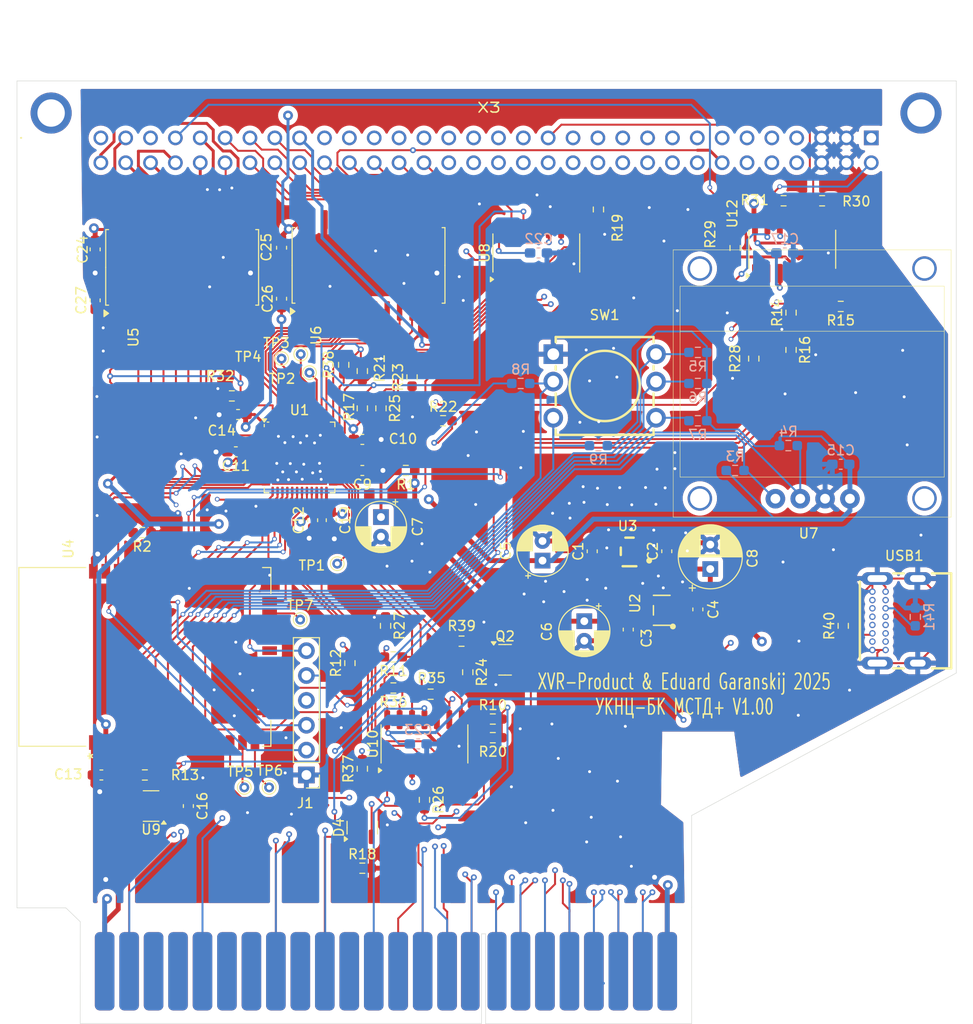
<source format=kicad_pcb>
(kicad_pcb (version 20240108) (generator "pcbnew") (generator_version "8.0")
  (layers (0 "F.Cu" signal) (1 "In1.Cu" signal) (2 "In2.Cu" signal) (31 "B.Cu" signal) (34 "B.Paste" user) (35 "F.Paste" user) (36 "B.SilkS" user "B.Silkscreen") (37 "F.SilkS" user "F.Silkscreen") (38 "B.Mask" user) (39 "F.Mask" user) (44 "Edge.Cuts" user))
  (net 0 "")
  (net 1 "Net-(U2-OUT)")
  (net 2 "GND")
  (net 3 "+5V")
  (net 4 "Net-(U1D-VCCPLL)")
  (net 5 "/CPU/EN")
  (net 6 "Net-(X3C-INIT)")
  (net 7 "Net-(X4C-INIT)")
  (net 8 "Net-(D4-Pad3)")
  (net 9 "Net-(J1-Pin_6)")
  (net 10 "Net-(J1-Pin_2)")
  (net 11 "Net-(J1-Pin_3)")
  (net 12 "Net-(USB1-CC1)")
  (net 13 "Net-(USB1-CC2)")
  (net 14 "Net-(Q2-G)")
  (net 15 "Net-(Q2-D)")
  (net 16 "Net-(U1B-~{CRESET})")
  (net 17 "/CPU/CIO0")
  (net 18 "/CPU/CI3")
  (net 19 "/CPU/CI2")
  (net 20 "/CPU/CI0")
  (net 21 "/CPU/CI1")
  (net 22 "/IO/ROM-CE1")
  (net 23 "/IO/ROM-CE2")
  (net 24 "+3V3")
  (net 25 "/ROM-DIS3")
  (net 26 "/ROM-DIS1")
  (net 27 "/ROM-DIS2")
  (net 28 "/IO/SYNC")
  (net 29 "/S-UKNC")
  (net 30 "/IO/DIN")
  (net 31 "/S-BK")
  (net 32 "/IO/RPLY")
  (net 33 "/IO/DOUT")
  (net 34 "/RUN")
  (net 35 "Net-(X3D-BAS3-DIS)")
  (net 36 "Net-(R29-Pad1)")
  (net 37 "Net-(X3D-BAS-DIS)")
  (net 38 "Net-(R30-Pad1)")
  (net 39 "Net-(X3D-MON-DIS)")
  (net 40 "Net-(R31-Pad1)")
  (net 41 "Net-(U1A-IOT_36b)")
  (net 42 "Net-(X4D-CE1)")
  (net 43 "Net-(X4D-CE2)")
  (net 44 "Net-(X4D-CE3)")
  (net 45 "/IO/IAKN")
  (net 46 "/A6")
  (net 47 "Net-(U1A-RGB0)")
  (net 48 "Net-(U1A-RGB1)")
  (net 49 "Net-(U1A-RGB2)")
  (net 50 "Net-(U4-IO14)")
  (net 51 "Net-(U4-IO12)")
  (net 52 "Net-(U4-IO15)")
  (net 53 "/A7")
  (net 54 "/A15")
  (net 55 "Net-(U1C-IOB_0a)")
  (net 56 "/A13")
  (net 57 "Net-(U1C-IOB_3b_G6)")
  (net 58 "Net-(U1B-IOB_31b)")
  (net 59 "Net-(U1B-IOB_32a_SPI_SO)")
  (net 60 "Net-(U1B-IOB_35b_SPI_SS)")
  (net 61 "/A5")
  (net 62 "Net-(U1C-IOB_5b)")
  (net 63 "Net-(U1B-CDONE)")
  (net 64 "Net-(U1B-IOB_29b)")
  (net 65 "/A14")
  (net 66 "Net-(U1B-IOB_34a_SPI_SCK)")
  (net 67 "/A12")
  (net 68 "/CPU/FIO3")
  (net 69 "Net-(U1C-IOB_2a)")
  (net 70 "/CPU/FIO0")
  (net 71 "/CPU/FIO4")
  (net 72 "Net-(U1B-IOB_33b_SPI_SI)")
  (net 73 "/CPU/FIO2")
  (net 74 "/CPU/FIO1")
  (net 75 "/A4")
  (net 85 "/IO/DAL5")
  (net 86 "/IO/DAL0")
  (net 87 "/IO/DAL7")
  (net 88 "/IO/DAL3")
  (net 90 "/IO/DAL2")
  (net 91 "/IO/DAL4")
  (net 92 "/IO/DAL1")
  (net 93 "/IO/DAL6")
  (net 95 "/IO/DAL9")
  (net 96 "/IO/DAL15")
  (net 97 "/IO/DAL14")
  (net 98 "/IO/DAL8")
  (net 99 "/IO/DAL10")
  (net 100 "/IO/DAL13")
  (net 101 "/IO/DAL12")
  (net 102 "/IO/DAL11")
  (net 103 "Net-(X3A-DOUT)")
  (net 104 "Net-(X3A-DIN)")
  (net 105 "Net-(X3A-WTBT)")
  (net 106 "Net-(X3A-SINC)")
  (net 107 "Net-(X3A-RPLY)")
  (net 108 "Net-(X3B-IAKN2)")
  (net 109 "Net-(X4C-RUN1)")
  (net 110 "Net-(X4C-RUN2)")
  (net 142 "/CPU/CIO2")
  (net 143 "/CPU/CIO1")
  (net 144 "/WTB")
  (net 145 "/IO/IRQ")
  (net 146 "/CE3")
  (net 147 "/IO/INIT")
  (footprint "local:snp15" (layer "F.Cu") (at 80.96 171.4798)
    (property "Reference" "X4" (hide yes))
    (property "Value" "~" (hide yes))
  )
  (footprint "Capacitor_SMD:C_0603_1608Metric_Pad1.08x0.95mm_HandSolder" (layer "F.Cu") (at 116.585 141.5025 90)
    (property "Reference" "C4")
    (property "Value" "1.0")
  )
  (footprint "Package_SO:SOP-24_7.5x15.4mm_P1.27mm" (layer "F.Cu") (at 82.93 106.35 90)
    (property "Reference" "U6")
    (property "Value" "74LVX3245MTCX")
  )
  (footprint "Capacitor_SMD:C_0603_1608Metric_Pad1.08x0.95mm_HandSolder" (layer "F.Cu") (at 77.215 132.385 90)
    (property "Reference" "C12")
    (property "Value" "1.0")
  )
  (footprint "Resistor_SMD:R_0603_1608Metric_Pad0.98x0.95mm_HandSolder" (layer "F.Cu") (at 92.43625 144.74625 180)
    (property "Reference" "R39")
    (property "Value" "200")
  )
  (footprint "Resistor_SMD:R_0603_1608Metric_Pad0.98x0.95mm_HandSolder" (layer "F.Cu") (at 68.96 119.685 180)
    (property "Reference" "R32")
    (property "Value" "100K")
  )
  (footprint "Resistor_SMD:R_0603_1608Metric_Pad0.98x0.95mm_HandSolder" (layer "F.Cu") (at 120.395 104.572 90)
    (property "Reference" "R29")
    (property "Value" "R")
  )
  (footprint "Resistor_SMD:R_0603_1608Metric_Pad0.98x0.95mm_HandSolder" (layer "F.Cu") (at 80.39 116.51 -90)
    (property "Reference" "R38")
    (property "Value" "1K")
  )
  (footprint "TestPoint:TestPoint_THTPad_D1.0mm_Drill0.5mm" (layer "F.Cu") (at 76 115.42)
    (property "Reference" "TP3")
    (property "Value" "TestPoint")
  )
  (footprint "Resistor_SMD:R_0603_1608Metric_Pad0.98x0.95mm_HandSolder" (layer "F.Cu") (at 126.11 111.176 90)
    (property "Reference" "R14")
    (property "Value" "100K")
  )
  (footprint "Package_TO_SOT_SMD:SOT-23" (layer "F.Cu") (at 96.88125 146.65125)
    (property "Reference" "Q2")
    (property "Value" "2N7002")
  )
  (footprint "Capacitor_THT:CP_Radial_D5.0mm_P2.00mm" (layer "F.Cu") (at 104.98 142.704886 -90)
    (property "Reference" "C6")
    (property "Value" "10x16V")
  )
  (footprint "Capacitor_SMD:C_0603_1608Metric_Pad1.08x0.95mm_HandSolder" (layer "F.Cu") (at 82.295 127.305 180)
    (property "Reference" "C9")
    (property "Value" "1.0")
  )
  (footprint "Resistor_SMD:R_0603_1608Metric_Pad0.98x0.95mm_HandSolder" (layer "F.Cu") (at 95.63 152.705)
    (property "Reference" "R10")
    (property "Value" "1K")
  )
  (footprint "easyeda2kicad:SOT-23-5_L2.9-W1.6-P0.95-LS2.8-BR" (layer "F.Cu") (at 109.6 135.56)
    (property "Reference" "U3")
    (property "Value" "TMI6050-33")
  )
  (footprint "Package_SO:SO-14_3.9x8.65mm_P1.27mm" (layer "F.Cu") (at 100.075 105.08 90)
    (property "Reference" "U8")
    (property "Value" "74HCT05")
  )
  (footprint "Capacitor_SMD:C_0603_1608Metric_Pad1.08x0.95mm_HandSolder" (layer "F.Cu") (at 79.12 132.385 -90)
    (property "Reference" "C19")
    (property "Value" "1.0")
  )
  (footprint "Resistor_SMD:R_0603_1608Metric_Pad0.98x0.95mm_HandSolder" (layer "F.Cu") (at 89.28 150.165 180)
    (property "Reference" "R35")
    (property "Value" "100K")
  )
  (footprint "Capacitor_SMD:C_0603_1608Metric_Pad1.08x0.95mm_HandSolder" (layer "F.Cu") (at 55.625 158.42)
    (property "Reference" "C13")
    (property "Value" "1.0")
  )
  (footprint "Resistor_SMD:R_0603_1608Metric_Pad0.98x0.95mm_HandSolder" (layer "F.Cu") (at 129.285 99.746 180)
    (property "Reference" "R30")
    (property "Value" "R")
  )
  (footprint "Resistor_SMD:R_0603_1608Metric_Pad0.98x0.95mm_HandSolder" (layer "F.Cu") (at 125.348 99.746 180)
    (property "Reference" "R31")
    (property "Value" "R")
  )
  (footprint "TestPoint:TestPoint_THTPad_D1.0mm_Drill0.5mm" (layer "F.Cu") (at 74.04 115.875)
    (property "Reference" "TP4")
    (property "Value" "TestPoint")
  )
  (footprint "Connector_PinHeader_2.54mm:PinHeader_1x06_P2.54mm_Vertical" (layer "F.Cu") (at 76.58 158.42 180)
    (property "Reference" "J1")
    (property "Value" "PROG")
  )
  (footprint "Capacitor_THT:CP_Radial_D5.0mm_P2.00mm" (layer "F.Cu") (at 84.2 132.064888 -90)
    (property "Reference" "C7")
    (property "Value" "10x16V")
  )
  (footprint "easyeda2kicad:SW-TH_TSX101G100-250" (layer "F.Cu") (at 107.06 118.669)
    (property "Reference" "SW1")
    (property "Value" "TSX101G100-250")
  )
  (footprint "Resistor_SMD:R_0603_1608Metric_Pad0.98x0.95mm_HandSolder" (layer "F.Cu") (at 95.63 154.61 180)
    (property "Reference" "R20")
    (property "Value" "10K")
  )
  (footprint "Package_DFN_QFN:QFN-48-1EP_7x7mm_P0.5mm_EP5.6x5.6mm" (layer "F.Cu") (at 75.88 125.97)
    (property "Reference" "U1")
    (property "Value" "ICE40UP5K-SG48ITR")
  )
  (footprint "Resistor_SMD:R_0603_1608Metric_Pad0.98x0.95mm_HandSolder" (layer "F.Cu") (at 82.295 120.955 -90)
    (property "Reference" "R17")
    (property "Value" "1K")
  )
  (footprint "Resistor_SMD:R_0603_1608Metric_Pad0.98x0.95mm_HandSolder" (layer "F.Cu") (at 60.07 158.42)
    (property "Reference" "R13")
    (property "Value" "10K")
  )
  (footprint "MountingHole:MountingHole_3.2mm_M3_ISO14580" (layer "F.Cu") (at 139.572 101.143)
    (property "Reference" "H3" (hide yes))
    (property "Value" "MountingHole")
  )
  (footprint "Resistor_SMD:R_0603_1608Metric_Pad0.98x0.95mm_HandSolder" (layer "F.Cu") (at 93.07125 147.92125 -90)
    (property "Reference" "R24")
    (property "Value" "100K")
  )
  (footprint "Resistor_SMD:R_0603_1608Metric_Pad0.98x0.95mm_HandSolder" (layer "F.Cu") (at 82.295 157.785 90)
    (property "Reference" "R37")
    (property "Value" "100K")
  )
  (footprint "Capacitor_SMD:C_0603_1608Metric_Pad1.08x0.95mm_HandSolder" (layer "F.Cu") (at 64.515 161.595 -90)
    (property "Reference" "C16")
    (property "Value" "1.0")
  )
  (footprint "Resistor_SMD:R_0603_1608Metric_Pad0.98x0.95mm_HandSolder" (layer "F.Cu") (at 82.295 167.945)
    (property "Reference" "R18")
    (property "Value" "100K")
  )
  (footprint "Capacitor_SMD:C_0603_1608Metric_Pad1.08x0.95mm_HandSolder" (layer "F.Cu") (at 54.99 109.91925 90)
    (property "Reference" "C27")
    (property "Value" "1.0")
  )
  (footprint "TestPoint:TestPoint_THTPad_D1.0mm_Drill0.5mm" (layer "F.Cu") (at 72.77 159.69)
    (property "Reference" "TP6")
    (property "Value" "TestPoint")
  )
  (footprint "easyeda2kicad:SOT-23-5_L3.0-W1.7-P0.95-LS2.8-BL" (layer "F.Cu") (at 112.895 141.595 90)
    (property "Reference" "U2")
    (property "Value" "TLV70212DBVR")
  )
  (footprint "Resistor_SMD:R_0603_1608Metric_Pad0.98x0.95mm_HandSolder" (layer "F.Cu") (at 82.295 117.145 90)
    (property "Reference" "R21")
    (property "Value" "1K")
  )
  (footprint "Package_TO_SOT_SMD:SOT-23-3" (layer "F.Cu") (at 60.705 161.595 180)
    (property "Reference" "U9")
    (property "Value" "APX803S-31SA")
  )
  (footprint "Capacitor_THT:CP_Radial_D5.0mm_P2.00mm" (layer "F.Cu") (at 100.71 136.515113 90)
    (property "Reference" "C5")
    (property "Value" "20x16V")
  )
  (footprint "Package_SO:SO-14_3.9x8.65mm_P1.27mm" (layer "F.Cu") (at 126.237 104.699 90)
    (property "Reference" "U12")
    (property "Value" "74HCT4066")
  )
  (footprint "local:ESP32-WROOM-32E-N8" (layer "F.Cu") (at 60.07 146.355 90)
    (property "Reference" "U4")
    (property "Value" "ESP32-WROOM-32E-N16" (hide yes))
  )
  (footprint "Capacitor_SMD:C_0603_1608Metric_Pad1.08x0.95mm_HandSolder" (layer "F.Cu") (at 69.595 121.59)
    (property "Reference" "C14")
    (property "Value" "1.0")
  )
  (footprint "TestPoint:TestPoint_THTPad_D1.0mm_Drill0.5mm" (layer "F.Cu") (at 79.73 136.83)
    (property "Reference" "TP1")
    (property "Value" "TestPoint")
  )
  (footprint "local:09722642801-1" (layer "F.Cu") (at 55.57 93.32)
    (property "Reference" "X3")
    (property "Value" "~" (hide yes))
  )
  (footprint "Capacitor_SMD:C_0603_1608Metric_Pad1.08x0.95mm_HandSolder" (layer "F.Cu") (at 82.295 124.13)
    (property "Reference" "C10")
    (property "Value" "1.0")
  )
  (footprint "MountingHole:MountingHole_3.2mm_M3_ISO14580" (layer "F.Cu") (at 116.839 158.039)
    (property "Reference" "H1" (hide yes))
    (property "Value" "MountingHole")
  )
  (footprint "Resistor_SMD:R_0603_1608Metric_Pad0.98x0.95mm_HandSolder" (layer "F.Cu") (at 88.645 160.96 -90)
    (property "Reference" "R26")
    (property "Value" "1K")
  )
  (footprint "Package_TO_SOT_SMD:SOT-23" (layer "F.Cu") (at 82.295 163.8025 90)
    (property "Reference" "D4")
    (property "Value" "BAT54C")
  )
  (footprint "Capacitor_SMD:C_0603_1608Metric_Pad1.08x0.95mm_HandSolder" (layer "F.Cu") (at 105.79 135.56 90)
    (property "Reference" "C1")
    (property "Value" "1.0")
  )
  (footprint "Capacitor_SMD:C_0603_1608Metric_Pad1.08x0.95mm_HandSolder" (layer "F.Cu") (at 69.3675 125.4 180)
    (property "Reference" "C11")
    (property "Value" "1.0")
  )
  (footprint "Resistor_SMD:R_0603_1608Metric_Pad0.98x0.95mm_HandSolder" (layer "F.Cu") (at 85.47 146.355 180)
    (property "Reference" "R11")
    (property "Value" "1K")
  )
  (footprint "MountingHole:MountingHole_3.2mm_M3_ISO14580" (layer "F.Cu") (at 50.545 101.143)
    (property "Reference" "H2" (hide yes))
    (property "Value" "MountingHole")
  )
  (footprint "Resistor_SMD:R_0603_1608Metric_Pad0.98x0.95mm_HandSolder" (layer "F.Cu") (at 106.425 100.635 -90)
    (property "Reference" "R19")
    (property "Value" "100K")
  )
  (footprint "Resistor_SMD:R_0603_1608Metric_Pad0.98x0.95mm_HandSolder" (layer "F.Cu") (at 59.7925 133.655 180)
    (property "Reference" "R2")
    (property "Value" "10K")
  )
  (footprint "Resistor_SMD:R_0603_1608Metric_Pad0.98x0.95mm_HandSolder" (layer "F.Cu") (at 85.47 149.53 180)
    (property "Reference" "R36")
    (property "Value" "100K")
  )
  (footprint "Resistor_SMD:R_0603_1608Metric_Pad0.98x0.95mm_HandSolder" (layer "F.Cu") (at 84.67 143.18 -90)
    (property "Reference" "R27")
    (property "Value" "100K")
  )
  (footprint "MountingHole:MountingHole_3.2mm_M3_ISO14580" (layer "F.Cu") (at 50.418 168.453)
    (property "Reference" "H4" (hide yes))
    (property "Value" "MountingHole")
  )
  (footprint "Resistor_SMD:R_0603_1608Metric_Pad0.98x0.95mm_HandSolder" (layer "F.Cu") (at 87.375 117.78 90)
    (property "Reference" "R23")
    (property "Value" "100K")
  )
  (footprint "Capacitor_SMD:C_0603_1608Metric_Pad1.08x0.95mm_HandSolder" (layer "F.Cu") (at 113.41 135.56 90)
    (property "Reference" "C2")
    (property "Value" "1.0")
  )
  (footprint "Capacitor_SMD:C_0603_1608Metric_Pad1.08x0.95mm_HandSolder" (layer "F.Cu") (at 74.04 109.7525 90)
    (property "Reference" "C26")
    (property "Value" "1.0")
  )
  (footprint "TestPoint:TestPoint_THTPad_D1.0mm_Drill0.5mm" (layer "F.Cu") (at 75.945 142.545)
    (property "Reference" "TP7")
    (property "Value" "TestPoint")
  )
  (footprint "Resistor_SMD:R_0603_1608Metric_Pad0.98x0.95mm_HandSolder" (layer "F.Cu") (at 122.3 115.875 90)
    (property "Reference" "R28")
    (property "Value" "100K")
  )
  (footprint "Capacitor_SMD:C_0603_1608Metric_Pad1.08x0.95mm_HandSolder" (layer "F.Cu") (at 54.99 104.71225 -90)
    (property "Reference" "C24")
    (property "Value" "1.0")
  )
  (footprint "Package_SO:SO-14_3.9x8.65mm_P1.27mm" (layer "F.Cu") (at 88.645 155.245 90)
    (property "Reference" "U10")
    (property "Value" "74HCT05")
  )
  (footprint "easyeda2kicad:USB-C-TH_TYPEC-306DDW-ARP16" (layer "F.Cu") (at 136.744 142.67 90)
    (property "Reference" "USB1")
    (property "Value" "TYPEC-306DDW-ARP16")
  )
  (footprint "TestPoint:TestPoint_THTPad_D1.0mm_Drill0.5mm" (layer "F.Cu") (at 70.23 159.69)
    (property "Reference" "TP5")
    (property "Value" "TestPoint")
  )
  (footprint "Resistor_SMD:R_0603_1608Metric_Pad0.98x0.95mm_HandSolder" (layer "F.Cu") (at 86.74 127.305 180)
    (property "Reference" "R1")
    (property "Value" "100")
  )
  (footprint "Resistor_SMD:R_0603_1608Metric_Pad0.98x0.95mm_HandSolder" (layer "F.Cu") (at 90.55 122.225)
    (property "Reference" "R22")
    (property "Value" "10K")
  )
  (footprint "TestPoint:TestPoint_THTPad_D1.0mm_Drill0.5mm" (layer "F.Cu") (at 76.89 117.31)
    (property "Reference" "TP2")
    (property "Value" "TestPoint")
  )
  (footprint "Resistor_SMD:R_0603_1608Metric_Pad0.98x0.95mm_HandSolder" (layer "F.Cu") (at 84.2 120.955 -90)
    (property "Reference" "R25")
    (property "Value" "1K")
  )
  (footprint "Resistor_SMD:R_0603_1608Metric_Pad0.98x0.95mm_HandSolder" (layer "F.Cu") (at 81.025 146.99 90)
    (property "Reference" "R12")
    (property "Value" "1K")
  )
  (footprint "Capacitor_SMD:C_0603_1608Metric_Pad1.08x0.95mm_HandSolder" (layer "F.Cu") (at 109.473 143.561 -90)
    (property "Reference" "C3")
    (property "Value" "1.0")
  )
  (footprint "local:SDD1306" (layer "F.Cu") (at 127.136494 120.698318 180)
    (property "Reference" "U7")
    (property "Value" "SSD1306 OLED")
  )
  (footprint "Capacitor_SMD:C_0603_1608Metric_Pad1.08x0.95mm_HandSolder" (layer "F.Cu") (at 74.04 104.5455 -90)
    (property "Reference" "C25")
    (property "Value" "1.0")
  )
  (footprint "Capacitor_THT:CP_Radial_D6.3mm_P2.50mm" (layer "F.Cu") (at 117.855 137.37738 90)
    (property "Reference" "C8")
    (property "Value" "100x16V")
  )
  (footprint "Resistor_SMD:R_0603_1608Metric_Pad0.98x0.95mm_HandSolder" (layer "F.Cu") (at 131.19 110.541 180)
    (property "Reference" "R15")
    (property "Value" "100K")
  )
  (footprint "Package_SO:SOP-24_7.5x15.4mm_P1.27mm" (layer "F.Cu") (at 63.88 106.55 90)
    (property "Reference" "U5")
    (property "Value" "74LVX3245MTCX")
  )
  (footprint "Resistor_SMD:R_0603_1608Metric_Pad0.98x0.95mm_HandSolder" (layer "F.Cu") (at 126.11 114.986 -90)
    (property "Reference" "R16")
    (property "Value" "100K")
  )
  (footprint "Resistor_SMD:R_0603_1608Metric_Pad0.98x0.95mm_HandSolder" (layer "F.Cu") (at 131.444 143.18 90)
    (property "Reference" "R40")
    (property "Value" "5K1")
  )
  (footprint "Resistor_SMD:R_0603_1608Metric_Pad0.98x0.95mm_HandSolder" (layer "B.Cu") (at 125.8325 124.765 180)
    (property "Reference" "R4")
    (property "Value" "2K2")
  )
  (footprint "Resistor_SMD:R_0603_1608Metric_Pad0.98x0.95mm_HandSolder" (layer "B.Cu") (at 116.585 122.225)
    (property "Reference" "R7")
    (property "Value" "10K")
  )
  (footprint "Resistor_SMD:R_0603_1608Metric_Pad0.98x0.95mm_HandSolder" (layer "B.Cu") (at 138.81 142.2675 90)
    (property "Reference" "R41")
    (property "Value" "5K1")
  )
  (footprint "Capacitor_SMD:C_0603_1608Metric_Pad1.08x0.95mm_HandSolder" (layer "B.Cu") (at 125.475 105.08 180)
    (property "Reference" "C17")
    (property "Value" "1.0")
  )
  (footprint "Resistor_SMD:R_0603_1608Metric_Pad0.98x0.95mm_HandSolder" (layer "B.Cu") (at 120.395 127.305 180)
    (property "Reference" "R3")
    (property "Value" "2K2")
  )
  (footprint "Capacitor_SMD:C_0603_1608Metric_Pad1.08x0.95mm_HandSolder" (layer "B.Cu") (at 100.3025 105.08 180)
    (property "Reference" "C22")
    (property "Value" "1.0")
  )
  (footprint "Resistor_SMD:R_0603_1608Metric_Pad0.98x0.95mm_HandSolder" (layer "B.Cu") (at 116.585 115.24)
    (property "Reference" "R5")
    (property "Value" "10K")
  )
  (footprint "Resistor_SMD:R_0603_1608Metric_Pad0.98x0.95mm_HandSolder" (layer "B.Cu") (at 98.48 118.415 180)
    (property "Reference" "R8")
    (property "Value" "10K")
  )
  (footprint "Resistor_SMD:R_0603_1608Metric_Pad0.98x0.95mm_HandSolder" (layer "B.Cu") (at 116.585 118.415)
    (property "Reference" "R6")
    (property "Value" "10K")
  )
  (footprint "Resistor_SMD:R_0603_1608Metric_Pad0.98x0.95mm_HandSolder" (layer "B.Cu") (at 106.425 124.765)
    (property "Reference" "R9")
    (property "Value" "10K")
  )
  (footprint "Capacitor_SMD:C_0603_1608Metric_Pad1.08x0.95mm_HandSolder" (layer "B.Cu") (at 88.01 155.245 180)
    (property "Reference" "C23")
    (property "Value" "1.0")
  )
  (footprint "Capacitor_SMD:C_0603_1608Metric_Pad1.08x0.95mm_HandSolder" (layer "B.Cu") (at 131.19 126.67 180)
    (property "Reference" "C15")
    (property "Value" "1.0")
  )
  (gr_line (start 143 148) (end 143 87.5) (stroke (width 0.05)) (layer "Edge.Cuts"))
  (gr_line (start 47 172) (end 47 87.5) (stroke (width 0.05)) (layer "Edge.Cuts"))
  (gr_line (start 94.89 183.83) (end 115.949999 183.83) (stroke (width 0.05)) (layer "Edge.Cuts"))
  (gr_line (start 94.48 183.82) (end 53.467 183.8198) (stroke (width 0.05)) (layer "Edge.Cuts"))
  (gr_line (start 94.48 174.65) (end 94.89 174.65) (stroke (width 0.05)) (layer "Edge.Cuts"))
  (gr_line (start 115.951 171.958) (end 115.951 162.56) (stroke (width 0.05)) (layer "Edge.Cuts"))
  (gr_line (start 115.951 162.56) (end 143 148) (stroke (width 0.05)) (layer "Edge.Cuts"))
  (gr_line (start 115.949999 183.83) (end 115.951 171.958) (stroke (width 0.05)) (layer "Edge.Cuts"))
  (gr_line (start 94.89 183.83) (end 94.89 174.65) (stroke (width 0.05)) (layer "Edge.Cuts"))
  (gr_line (start 47 172) (end 52 172) (stroke (width 0.05)) (layer "Edge.Cuts"))
  (gr_line (start 53.47 173.4214) (end 52 172) (stroke (width 0.05)) (layer "Edge.Cuts"))
  (gr_line (start 94.48 183.82) (end 94.48 174.65) (stroke (width 0.05)) (layer "Edge.Cuts"))
  (gr_line (start 143 87.5) (end 47 87.5) (stroke (width 0.05)) (layer "Edge.Cuts"))
  (gr_line (start 53.47 173.4214) (end 53.467 183.8198) (stroke (width 0.05)) (layer "Edge.Cuts"))
  (gr_text "XVR-Product & Eduard Garanskij 2025\nУКНЦ-БК МСТД+ V1.00" (at 115.19 150.17 0) (layer "F.SilkS") (effects (font (size 1.6 1) (thickness 0.153))))
  (segment (start 109.473 135.347) (end 109.473 142.6985) (width 0.2) (layer "F.Cu") (net 1))
  (segment (start 69.15 126.48) (end 68.56 126.48) (width 0.5) (layer "F.Cu") (net 1))
  (segment (start 70.23 125.4) (end 71.34 125.4) (width 0.3) (layer "F.Cu") (net 1))
  (segment (start 104.98 142.704886) (end 109.466614 142.704886) (width 0.5) (layer "F.Cu") (net 1))
  (segment (start 87.7 126.47) (end 87.6525 126.5175) (width 0.3) (layer "F.Cu") (net 1))
  (segment (start 111.5915 142.6985) (end 111.745 142.545) (width 0.5) (layer "F.Cu") (net 1))
  (segment (start 79.3175 126.22) (end 87.45 126.22) (width 0.3) (layer "F.Cu") (net 1))
  (segment (start 109.473 142.6985) (end 111.5915 142.6985) (width 0.5) (layer "F.Cu") (net 1))
  (segment (start 87.45 126.22) (end 87.7 126.47) (width 0.3) (layer "F.Cu") (net 1))
  (segment (start 71.52 125.22) (end 72.4425 125.22) (width 0.3) (layer "F.Cu") (net 1))
  (segment (start 70.23 125.4) (end 69.15 126.48) (width 0.5) (layer "F.Cu") (net 1))
  (segment (start 110.21 134.61) (end 109.473 135.347) (width 0.2) (layer "F.Cu") (net 1))
  (segment (start 109.466614 142.704886) (end 109.473 142.6985) (width 0.5) (layer "F.Cu") (net 1))
  (segment (start 97.764886 142.704886) (end 87.6525 132.5925) (width 0.5) (layer "F.Cu") (net 1))
  (segment (start 104.98 142.704886) (end 97.764886 142.704886) (width 0.5) (layer "F.Cu") (net 1))
  (segment (start 87.6525 126.5175) (end 87.6525 127.305) (width 0.3) (layer "F.Cu") (net 1))
  (segment (start 87.6525 128.6) (end 87.6525 127.305) (width 0.5) (layer "F.Cu") (net 1))
  (segment (start 87.6525 132.5925) (end 87.6525 128.6) (width 0.5) (layer "F.Cu") (net 1))
  (segment (start 71.34 125.4) (end 71.52 125.22) (width 0.3) (layer "F.Cu") (net 1))
  (segment (start 110.7 134.61) (end 110.21 134.61) (width 0.2) (layer "F.Cu") (net 1))
  (via (at 68.56 126.48) (size 1) (drill 0.5) (layers "F.Cu" "B.Cu") (net 1))
  (via (at 87.6525 128.6) (size 1) (drill 0.5) (layers "F.Cu" "B.Cu") (net 1))
  (segment (start 57.35 170.38) (end 56.07 169.1) (width 0.5) (layer "F.Cu") (net 2))
  (segment (start 112.08 133.6) (end 113.1775 134.6975) (width 0.5) (layer "F.Cu") (net 2))
  (segment (start 131.444 142.2675) (end 131.444 141.83) (width 0.2) (layer "F.Cu") (net 2))
  (segment (start 115.66 140.64) (end 116.585 140.64) (width 0.5) (layer "F.Cu") (net 2))
  (segment (start 107.03 132.98) (end 107.07 132.98) (width 0.5) (layer "F.Cu") (net 2))
  (segment (start 68.0475 119.4575) (end 67.53 118.94) (width 0.2) (layer "F.Cu") (net 2))
  (segment (start 59.435 107.09025) (end 59.47 107.12525) (width 0.2) (layer "F.Cu") (net 2))
  (segment (start 95.94375 147.60125) (end 95.94375 149.18875) (width 0.2) (layer "F.Cu") (net 2))
  (segment (start 113.1775 134.6975) (end 113.41 134.6975) (width 0.5) (layer "F.Cu") (net 2))
  (segment (start 59.435 101.9) (end 59.435 107.09025) (width 0.2) (layer "F.Cu") (net 2))
  (segment (start 126.11 112.0885) (end 125.9625 112.0885) (width 0.2) (layer "F.Cu") (net 2))
  (segment (start 88.645 107.17) (end 88.645 111) (width 0.3) (layer "F.Cu") (net 2))
  (segment (start 54.99 107.13625) (end 54.99 109.05675) (width 0.3) (layer "F.Cu") (net 2))
  (segment (start 87.375 121.785) (end 87.42 121.83) (width 0.2) (layer "F.Cu") (net 2))
  (segment (start 103.92 107.52) (end 103.885 107.555) (width 0.2) (layer "F.Cu") (net 2))
  (segment (start 55.46 160.13) (end 54.7625 159.4325) (width 0.5) (layer "F.Cu") (net 2))
  (segment (start 55.96 173.52) (end 57.35 172.13) (width 0.5) (layer "F.Cu") (net 2))
  (segment (start 141.02 145.034) (end 139.064 146.99) (width 0.2) (layer "F.Cu") (net 2))
  (segment (start 134.924 146.99) (end 139.064 146.99) (width 0.2) (layer "F.Cu") (net 2))
  (segment (start 110.09 132.98) (end 111.46 132.98) (width 0.5) (layer "F.Cu") (net 2))
  (segment (start 84.85 163.52) (end 84.83 163.54) (width 0.2) (layer "F.Cu") (net 2))
  (segment (start 112.21 168.92) (end 112.16 168.87) (width 0.5) (layer "F.Cu") (net 2))
  (segment (start 89.92 106.87) (end 89.915 106.875) (width 0.3) (layer "F.Cu") (net 2))
  (segment (start 74.04 105.408) (end 74.04 108.89) (width 0.2) (layer "F.Cu") (net 2))
  (segment (start 138.81 138.604) (end 139.064 138.35) (width 0.2) (layer "F.Cu") (net 2))
  (segment (start 54.81 136.28) (end 55.25 135.84) (width 0.5) (layer "F.Cu") (net 2))
  (segment (start 78.49 107.125) (end 88.69 107.125) (width 0.3) (layer "F.Cu") (net 2))
  (segment (start 70.865 107.125) (end 70.865 111.2) (width 0.3) (layer "F.Cu") (net 2))
  (segment (start 106.425 102.54) (end 107.06 103.175) (width 0.2) (layer "F.Cu") (net 2))
  (segment (start 141 140.02) (end 141.02 140.04) (width 0.2) (layer "F.Cu") (net 2))
  (segment (start 114.045 141.595) (end 113.46 141.595) (width 0.5) (layer "F.Cu") (net 2))
  (segment (start 95.94375 149.18875) (end 95.94125 149.19125) (width 0.2) (layer "F.Cu") (net 2))
  (segment (start 129.92 105.08) (end 130.047 105.207) (width 0.3) (layer "F.Cu") (net 2))
  (segment (start 84.83 163.54) (end 84.83 165.94) (width 0.2) (layer "F.Cu") (net 2))
  (segment (start 107.85 132.98) (end 109.49 132.98) (width 0.5) (layer "F.Cu") (net 2))
  (segment (start 135.774 139.2) (end 134.924 138.35) (width 0.2) (layer "F.Cu") (net 2))
  (segment (start 119.58 111.16) (end 119.58 111.19) (width 0.2) (layer "F.Cu") (net 2))
  (segment (start 79.12 133.2475) (end 79.12 133.98) (width 0.3) (layer "F.Cu") (net 2))
  (segment (start 105.79 134.6975) (end 105.79 134.22) (width 0.5) (layer "F.Cu") (net 2))
  (segment (start 55.96 179.705) (end 55.96 173.52) (width 0.5) (layer "F.Cu") (net 2))
  (segment (start 77.215 133.875) (end 76.86 134.23) (width 0.3) (layer "F.Cu") (net 2))
  (segment (start 89.915 106.625) (end 89.915 101.7) (width 0.3) (layer "F.Cu") (net 2))
  (segment (start 88.69 107.125) (end 88.645 107.17) (width 0.3) (layer "F.Cu") (net 2))
  (segment (start 139.064 138.35) (end 139.44 138.35) (width 0.2) (layer "F.Cu") (net 2))
  (segment (start 60.705 133.655) (end 61.435 133.655) (width 0.2) (layer "F.Cu") (net 2))
  (segment (start 113.41 134.6975) (end 117.67512 134.6975) (width 0.5) (layer "F.Cu") (net 2))
  (segment (start 132.1025 110.541) (end 132.1025 107.2625) (width 0.2) (layer "F.Cu") (net 2))
  (segment (start 112.09 134.97) (end 112.15 134.97) (width 0.5) (layer "F.Cu") (net 2))
  (segment (start 112.15 134.97) (end 112.4225 134.6975) (width 0.5) (layer "F.Cu") (net 2))
  (segment (start 113.47 174.69) (end 113.45 174.67) (width 0.5) (layer "F.Cu") (net 2))
  (segment (start 110.7 135.56) (end 111.56 135.56) (width 0.5) (layer "F.Cu") (net 2))
  (segment (start 68.505 125.4) (end 67.35 125.4) (width 0.3) (layer "F.Cu") (net 2))
  (segment (start 111.4115 144.4235) (end 109.473 144.4235) (width 0.5) (layer "F.Cu") (net 2))
  (segment (start 113.45 170.809153) (end 112.725423 170.084576) (width 0.5) (layer "F.Cu") (net 2))
  (segment (start 113.45 174.67) (end 113.45 170.809153) (width 0.5) (layer "F.Cu") (net 2))
  (segment (start 89.91 107.125) (end 89.915 107.13) (width 0.3) (layer "F.Cu") (net 2))
  (segment (start 68.0475 119.685) (end 68.0475 119.4575) (width 0.2) (layer "F.Cu") (net 2))
  (segment (start 121.2325 116.7875) (end 122.3 116.7875) (width 0.2) (layer "F.Cu") (net 2))
  (segment (start 114.045 141.595) (end 114.705 141.595) (width 0.5) (layer "F.Cu") (net 2))
  (segment (start 54.81 155.105) (end 54.81 158.3725) (width 0.5) (layer "F.Cu") (net 2))
  (segment (start 93.07125 148.83375) (end 94.71125 148.83375) (width 0.2) (layer "F.Cu") (net 2))
  (segment (start 112.21 169.569153) (end 112.21 168.98) (width 0.5) (layer "F.Cu") (net 2))
  (segment (start 70.865 107.125) (end 70.865 101.9) (width 0.3) (layer "F.Cu") (net 2))
  (segment (start 105.79 134.22) (end 107.03 132.98) (width 0.5) (layer "F.Cu") (net 2))
  (segment (start 112.84 142.215) (end 112.84 142.995) (width 0.5) (layer "F.Cu") (net 2))
  (segment (start 134.424 139.69) (end 134.424 138.85) (width 0.2) (layer "F.Cu") (net 2))
  (segment (start 83.1575 127.305) (end 84.395 127.305) (width 0.3) (layer "F.Cu") (net 2))
  (segment (start 134.424 138.85) (end 134.924 138.35) (width 0.2) (layer "F.Cu") (net 2))
  (segment (start 100.71 134.515113) (end 105.607613 134.515113) (width 0.5) (layer "F.Cu") (net 2))
  (segment (start 107.46 133.37) (end 107.85 132.98) (width 0.5) (layer "F.Cu") (net 2))
  (segment (start 89.915 106.875) (end 89.915 111) (width 0.3) (layer "F.Cu") (net 2))
  (segment (start 84.83 165.94) (end 83.2075 167.5625) (width 0.2) (layer "F.Cu") (net 2))
  (segment (start 68.7325 121.59) (end 67.68 121.59) (width 0.3) (layer "F.Cu") (net 2))
  (segment (start 84.67 142.2675) (end 83.5625 142.2675) (width 0.2) (layer "F.Cu") (net 2))
  (segment (start 84.21 124.13) (end 84.22 124.14) (width 0.3) (layer "F.Cu") (net 2))
  (segment (start 77.215 133.2475) (end 77.215 133.875) (width 0.3) (layer "F.Cu") (net 2))
  (segment (start 92.455 157.72) (end 92.455 155.755) (width 0.2) (layer "F.Cu") (net 2))
  (segment (start 107.07 132.98) (end 107.46 133.37) (width 0.5) (layer "F.Cu") (net 2))
  (segment (start 105.607613 134.515113) (end 105.79 134.6975) (width 0.5) (layer "F.Cu") (net 2))
  (segment (start 111.88 133.4) (end 112.08 133.4) (width 0.5) (layer "F.Cu") (net 2))
  (segment (start 112.08 133.4) (end 112.08 133.6) (width 0.5) (layer "F.Cu") (net 2))
  (segment (start 104.98 144.704886) (end 109.191614 144.704886) (width 0.5) (layer "F.Cu") (net 2))
  (segment (start 135.774 139.69) (end 135.774 139.2) (width 0.2) (layer "F.Cu") (net 2))
  (segment (start 89.92 106.63) (end 89.915 106.625) (width 0.3) (layer "F.Cu") (net 2))
  (segment (start 141 139.91) (end 141 140.02) (width 0.2) (layer "F.Cu") (net 2))
  (segment (start 117.67512 134.6975) (end 117.855 134.87738) (width 0.5) (layer "F.Cu") (net 2))
  (segment (start 69.595 111.2) (end 69.595 107.20025) (width 0.2) (layer "F.Cu") (net 2))
  (segment (start 61.435 133.655) (end 63.44 131.65) (width 0.2) (layer "F.Cu") (net 2))
  (segment (start 94.71125 148.83375) (end 95.94375 147.60125) (width 0.2) (layer "F.Cu") (net 2))
  (segment (start 125.17 112.881) (end 125.17 113.1335) (width 0.2) (layer "F.Cu") (net 2))
  (segment (start 120.13 117.89) (end 121.2325 116.7875) (width 0.2) (layer "F.Cu") (net 2))
  (segment (start 141.02 140.04) (end 141.02 145.034) (width 0.2) (layer "F.Cu") (net 2))
  (segment (start 64.4275 162.545) (end 64.515 162.4575) (width 0.2) (layer "F.Cu") (net 2))
  (segment (start 78.485 107.12) (end 78.49 107.125) (width 0.2) (layer "F.Cu") (net 2))
  (segment (start 88.69 107.125) (end 89.665 107.125) (width 0.3) (layer "F.Cu") (net 2))
  (segment (start 59.47 107.12525) (end 69.52 107.12525) (width 0.3) (layer "F.Cu") (net 2))
  (segment (start 111.56 135.56) (end 112.09 135.03) (width 0.5) (layer "F.Cu") (net 2))
  (segment (start 119.58 111.19) (end 119.59 111.2) (width 0.2) (layer "F.Cu") (net 2))
  (segment (start 83.2075 167.5625) (end 83.2075 167.945) (width 0.2) (layer "F.Cu") (net 2))
  (segment (start 89.665 107.125) (end 89.92 106.87) (width 0.3) (layer "F.Cu") (net 2))
  (segment (start 89.665 107.125) (end 89.91 107.125) (width 0.3) (layer "F.Cu") (net 2))
  (segment (start 89.92 106.87) (end 89.92 106.63) (width 0.3) (layer "F.Cu") (net 2))
  (segment (start 134.924 146.99) (end 134.924 145.946) (width 0.2) (layer "F.Cu") (net 2))
  (segment (start 54.99 105.57475) (end 54.99 107.12525) (width 0.3) (layer "F.Cu") (net 2))
  (segment (start 113.46 141.595) (end 112.84 142.215) (width 0.5) (layer "F.Cu") (net 2))
  (segment (start 61.8425 162.545) (end 64.4275 162.545) (width 0.2) (layer "F.Cu") (net 2))
  (segment (start 54.99 107.12525) (end 59.47 107.12525) (width 0.3) (layer "F.Cu") (net 2))
  (segment (start 103.92 106.19) (end 103.92 107.52) (width 0.2) (layer "F.Cu") (net 2))
  (segment (start 139.44 138.35) (end 141 139.91) (width 0.2) (layer "F.Cu") (net 2))
  (segment (start 131.444 141.83) (end 134.924 138.35) (width 0.2) (layer "F.Cu") (net 2))
  (segment (start 112.725423 170.084576) (end 112.21 169.569153) (width 0.5) (layer "F.Cu") (net 2))
  (segment (start 79.12 133.98) (end 79.43 134.29) (width 0.3) (layer "F.Cu") (net 2))
  (segment (start 54.81 158.3725) (end 54.7625 158.42) (width 0.5) (layer "F.Cu") (net 2))
  (segment (start 132.1025 107.2625) (end 129.92 105.08) (width 0.2) (layer "F.Cu") (net 2))
  (segment (start 87.375 118.6925) (end 87.375 121.785) (width 0.2) (layer "F.Cu") (net 2))
  (segment (start 112.09 135.03) (end 112.09 134.97) (width 0.5) (layer "F.Cu") (net 2))
  (segment (start 125.9625 112.0885) (end 125.17 112.881) (width 0.2) (layer "F.Cu") (net 2))
  (segment (start 78.485 101.7) (end 78.485 107.12) (width 0.2) (layer "F.Cu") (net 2))
  (segment (start 112.4225 134.6975) (end 113.41 134.6975) (width 0.5) (layer "F.Cu") (net 2))
  (segment (start 57.35 172.13) (end 57.35 170.38) (width 0.5) (layer "F.Cu") (net 2))
  (segment (start 70.86475 107.12525) (end 70.865 107.125) (width 0.3) (layer "F.Cu") (net 2))
  (segment (start 54.7625 159.4325) (end 54.7625 158.42) (width 0.5) (layer "F.Cu") (net 2))
  (segment (start 54.99 107.12525) (end 54.99 107.13625) (width 0.3) (layer "F.Cu") (net 2))
  (segment (start 109.191614 144.704886) (end 109.473 144.4235) (width 0.5) (layer "F.Cu") (net 2))
  (segment (start 54.81 137.605) (end 54.81 136.28) (width 0.5) (layer "F.Cu") (net 2))
  (segment (start 69.595 107.20025) (end 69.52 107.12525) (width 0.2) (layer "F.Cu") (net 2))
  (segment (start 83.1575 124.13) (end 84.21 124.13) (width 0.3) (layer "F.Cu") (net 2))
  (segment (start 112.21 168.98) (end 112.21 168.92) (width 0.5) (layer "F.Cu") (net 2))
  (segment (start 109.49 132.98) (end 109.79 133.28) (width 0.5) (layer "F.Cu") (net 2))
  (segment (start 112.84 142.995) (end 111.4115 144.4235) (width 0.5) (layer "F.Cu") (net 2))
  (segment (start 70.865 107.125) (end 78.49 107.125) (width 0.3) (layer "F.Cu") (net 2))
  (segment (start 92.455 155.755) (end 92.18 155.48) (width 0.2) (layer "F.Cu") (net 2))
  (segment (start 109.79 133.28) (end 110.09 132.98) (width 0.5) (layer "F.Cu") (net 2))
  (segment (start 134.424 145.65) (end 135.22 145.65) (width 0.2) (layer "F.Cu") (net 2))
  (segment (start 67.35 125.4) (end 67.34 125.41) (width 0.3) (layer "F.Cu") (net 2))
  (segment (start 61.8425 162.545) (end 57.875 162.545) (width 0.2) (layer "F.Cu") (net 2))
  (segment (start 113.46 174.7) (end 113.47 174.69) (width 0.5) (layer "F.Cu") (net 2))
  (segment (start 134.924 145.946) (end 135.22 145.65) (width 0.2) (layer "F.Cu") (net 2))
  (segment (start 106.425 101.5475) (end 106.425 102.54) (width 0.2) (layer "F.Cu") (net 2))
  (segment (start 84.395 127.305) (end 84.4 127.3) (width 0.3) (layer "F.Cu") (net 2))
  (segment (start 134.924 138.35) (end 139.064 138.35) (width 0.2) (layer "F.Cu") (net 2))
  (segment (start 130.047 105.207) (end 130.047 107.174) (width 0.3) (layer "F.Cu") (net 2))
  (segment (start 125.17 113.1335) (end 126.11 114.0735) (width 0.2) (layer "F.Cu") (net 2))
  (segment (start 67.68 121.59) (end 67.66 121.61) (width 0.3) (layer "F.Cu") (net 2))
  (segment (start 135.22 145.65) (end 135.774 145.65) (width 0.2) (layer "F.Cu") (net 2))
  (segment (start 69.52 107.12525) (end 70.86475 107.12525) (width 0.3) (layer "F.Cu") (net 2))
  (segment (start 83.5625 142.2675) (end 83.52 142.31) (width 0.2) (layer "F.Cu") (net 2))
  (segment (start 114.705 141.595) (end 115.66 140.64) (width 0.5) (layer "F.Cu") (net 2))
  (segment (start 89.915 106.875) (end 89.665 107.125) (width 0.3) (layer "F.Cu") (net 2))
  (segment (start 57.875 162.545) (end 55.46 160.13) (width 0.2) (layer "F.Cu") (net 2))
  (segment (start 111.46 132.98) (end 111.88 133.4) (width 0.5) (layer "F.Cu") (net 2))
  (segment (start 113.46 179.705) (end 113.46 174.7) (width 0.5) (layer "F.Cu") (net 2))
  (via (at 94.26 100.07) (size 0.6) (drill 0.3) (layers "F.Cu" "B.Cu") (net 2))
  (via (at 92.2 107.5) (size 0.6) (drill 0.3) (layers "F.Cu" "B.Cu") (net 2))
  (via (at 110.03 109.67) (size 0.6) (drill 0.3) (layers "F.Cu" "B.Cu") (net 2))
  (via (at 64.61 139.35) (size 0.6) (drill 0.3) (layers "F.Cu" "B.Cu") (net 2))
  (via (at 115.57 100.64) (size 0.6) (drill 0.3) (layers "F.Cu" "B.Cu") (net 2))
  (via (at 67.66 121.61) (size 1) (drill 0.5) (layers "F.Cu" "B.Cu") (net 2))
  (via (at 113.05 139.3) (size 0.6) (drill 0.3) (layers "F.Cu" "B.Cu") (net 2))
  (via (at 93.88 130.78) (size 0.6) (drill 0.3) (layers "F.Cu" "B.Cu") (net 2))
  (via (at 112.3 130.76) (size 0.6) (drill 0.3) (layers "F.Cu" "B.Cu") (net 2))
  (via (at 68.08 105.53) (size 0.6) (drill 0.3) (layers "F.Cu" "B.Cu") (net 2))
  (via (at 103.52 132.17) (size 0.6) (drill 0.3) (layers "F.Cu" "B.Cu") (net 2))
  (via (at 137.98 124.69) (size 0.6) (drill 0.3) (layers "F.Cu" "B.Cu") (net 2))
  (via (at 101.78 162.03) (size 0.6) (drill 0.3) (layers "F.Cu" "B.Cu") (net 2))
  (via (at 101.5 100.35) (size 0.6) (drill 0.3) (layers "F.Cu" "B.Cu") (net 2))
  (via (at 107.97 114.82) (size 0.6) (drill 0.3) (layers "F.Cu" "B.Cu") (net 2))
  (via (at 83.52 142.31) (size 0.6) (drill 0.3) (layers "F.Cu" "B.Cu") (net 2))
  (via (at 76.31 126.67) (size 0.6) (drill 0.3) (layers "F.Cu" "B.Cu") (net 2))
  (via (at 105.27 138.45) (size 0.6) (drill 0.3) (layers "F.Cu" "B.Cu") (net 2))
  (via (at 109.17 153.45) (size 0.6) (drill 0.3) (layers "F.Cu" "B.Cu") (net 2))
  (via (at 98.99 163.3) (size 0.6) (drill 0.3) (layers "F.Cu" "B.Cu") (net 2))
  (via (at 77.22 127.55) (size 0.6) (drill 0.3) (layers "F.Cu" "B.Cu") (net 2))
  (via (at 114.24 125.48) (size 0.6) (drill 0.3) (layers "F.Cu" "B.Cu") (net 2))
  (via (at 78 123.71) (size 0.6) (drill 0.3) (layers "F.Cu" "B.Cu") (net 2))
  (via (at 111.24 129.05) (size 0.6) (drill 0.3) (layers "F.Cu" "B.Cu") (net 2))
  (via (at 63.78 125.61) (size 0.6) (drill 0.3) (layers "F.Cu" "B.Cu") (net 2))
  (via (at 56.07 169.1) (size 1) (drill 0.5) (layers "F.Cu" "B.Cu") (net 2))
  (via (at 94.72 142.8) (size 0.6) (drill 0.3) (layers "F.Cu" "B.Cu") (net 2))
  (via (at 95.94125 149.19125) (size 0.6) (drill 0.3) (layers "F.Cu" "B.Cu") (net 2))
  (via (at 93.11 125.78) (size 0.6) (drill 0.3) (layers "F.Cu" "B.Cu") (net 2))
  (via (at 100.83 140.72) (size 0.6) (drill 0.3) (layers "F.Cu" "B.Cu") (net 2))
  (via (at 139.39 133.91) (size 0.6) (drill 0.3) (layers "F.Cu" "B.Cu") (net 2))
  (via (at 69.79 148.08) (size 0.6) (drill 0.3) (layers "F.Cu" "B.Cu") (net 2))
  (via (at 101.67 153.21) (size 0.6) (drill 0.3) (layers "F.Cu" "B.Cu") (net 2))
  (via (at 80.14 153.59) (size 0.6) (drill 0.3) (layers "F.Cu" "B.Cu") (net 2))
  (via (at 98.49 127.02) (size 0.6) (drill 0.3) (layers "F.Cu" "B.Cu") (net 2))
  (via (at 109.79 167.75) (size 0.6) (drill 0.3) (layers "F.Cu" "B.Cu") (net 2))
  (via (at 76.86 134.23) (size 1) (drill 0.5) (layers "F.Cu" "B.Cu") (net 2))
  (via (at 93.96 123.37) (size 0.6) (drill 0.3) (layers "F.Cu" "B.Cu") (net 2))
  (via (at 108.6 129.06) (size 0.6) (drill 0.3) (layers "F.Cu" "B.Cu") (net 2))
  (via (at 88.39 134.79) (size 0.6) (drill 0.3) (layers "F.Cu" "B.Cu") (net 2))
  (via (at 130.44 135.4) (size 0.6) (drill 0.3) (layers "F.Cu" "B.Cu") (net 2))
  (via (at 115.51 135.52) (size 0.6) (drill 0.3) (layers "F.Cu" "B.Cu") (net 2))
  (via (at 125.5 119.48) (size 0.6) (drill 0.3) (layers "F.Cu" "B.Cu") (net 2))
  (via (at 84.2 115.875) (size 0.6) (drill 0.3) (layers "F.Cu" "B.Cu") (net 2))
  (via (at 66.44 131.33) (size 0.6) (drill 0.3) (layers "F.Cu" "B.Cu") (net 2))
  (via (at 77.41 124.49) (size 0.6) (drill 0.3) (layers "F.Cu" "B.Cu") (net 2))
  (via (at 74.41 158.21) (size 0.6) (drill 0.3) (layers "F.Cu" "B.Cu") (net 2))
  (via (at 55.19 131.91) (size 0.6) (drill 0.3) (layers "F.Cu" "B.Cu") (net 2))
  (via (at 55.19 123.88) (size 0.6) (drill 0.3) (layers "F.Cu" "B.Cu") (net 2))
  (via (at 89.2 137.69) (size 0.6) (drill 0.3) (layers "F.Cu" "B.Cu") (net 2))
  (via (at 112.08 133.4) (size 0.6) (drill 0.3) (layers "F.Cu" "B.Cu") (net 2))
  (via (at 109.83 130.81) (size 0.6) (drill 0.3) (layers "F.Cu" "B.Cu") (net 2))
  (via (at 105.27 140.56) (size 0.6) (drill 0.3) (layers "F.Cu" "B.Cu") (net 2))
  (via (at 67.34 125.41) (size 1) (drill 0.5) (layers "F.Cu" "B.Cu") (net 2))
  (via (at 67.71 98.62) (size 0.6) (drill 0.3) (layers "F.Cu" "B.Cu") (net 2))
  (via (at 104.86 128.96) (size 0.6) (drill 0.3) (layers "F.Cu" "B.Cu") (net 2))
  (via (at 132.71 119.35) (size 0.6) (drill 0.3) (layers "F.Cu" "B.Cu") (net 2))
  (via (at 55.46 160.13) (size 1) (drill 0.5) (layers "F.Cu" "B.Cu") (net 2))
  (via (at 126.92 144.74) (size 0.6) (drill 0.3) (layers "F.Cu" "B.Cu") (net 2))
  (via (at 72.83 138.01) (size 0.6) (drill 0.3) (layers "F.Cu" "B.Cu") (net 2))
  (via (at 92.18 155.48) (size 0.6) (drill 0.3) (layers "F.Cu" "B.Cu") (net 2))
  (via (at 102.91 139.68) (size 0.6) (drill 0.3) (layers "F.Cu" "B.Cu") (net 2))
  (via (at 113.24 129.08) (size 0.6) (drill 0.3) (layers "F.Cu" "B.Cu") (net 2))
  (via (at 110.95 138.84) (size 0.6) (drill 0.3) (layers "F.Cu" "B.Cu") (net 2))
  (via (at 74.49 154.62) (size 0.6) (drill 0.3) (layers "F.Cu" "B.Cu") (net 2))
  (via (at 101.02 138.63) (size 0.6) (drill 0.3) (layers "F.Cu" "B.Cu") (net 2))
  (via (at 84.22 124.14) (size 1) (drill 0.5) (layers "F.Cu" "B.Cu") (net 2))
  (via (at 108.37 159.05) (size 0.6) (drill 0.3) (layers "F.Cu" "B.Cu") (net 2))
  (via (at 97.53 159.63) (size 0.6) (drill 0.3) (layers "F.Cu" "B.Cu") (net 2))
  (via (at 107.17 139.33) (size 0.6) (drill 0.3) (layers "F.Cu" "B.Cu") (net 2))
  (via (at 107.06 103.175) (size 0.6) (drill 0.3) (layers "F.Cu" "B.Cu") (net 2))
  (via (at 107.46 133.37) (size 0.6) (drill 0.3) (layers "F.Cu" "B.Cu") (net 2))
  (via (at 112.16 168.87) (size 1) (drill 0.5) (layers "F.Cu" "B.Cu") (net 2))
  (via (at 126.85 152.32) (size 0.6) (drill 0.3) (layers "F.Cu" "B.Cu") (net 2))
  (via (at 108.31 117.76) (size 0.6) (drill 0.3) (layers "F.Cu" "B.Cu") (net 2))
  (via (at 98.43 153.7) (size 0.6) (drill 0.3) (layers "F.Cu" "B.Cu") (net 2))
  (via (at 84.82 137.08) (size 0.6) (drill 0.3) (layers "F.Cu" "B.Cu") (net 2))
  (via (at 66.69 108.54) (size 0.6) (drill 0.3) (layers "F.Cu" "B.Cu") (net 2))
  (via (at 74.93 126.6) (size 0.6) (drill 0.3) (layers "F.Cu" "B.Cu") (net 2))
  (via (at 114.24 127.12) (size 0.6) (drill 0.3) (layers "F.Cu" "B.Cu") (net 2))
  (via (at 105.17 114.99) (size 0.6) (drill 0.3) (layers "F.Cu" "B.Cu") (net 2))
  (via (at 112.09 134.97) (size 0.6) (drill 0.3) (layers "F.Cu" "B.Cu") (net 2))
  (via (at 68.36 131.45) (size 0.6) (drill 0.3) (layers "F.Cu" "B.Cu") (net 2))
  (via (at 113.12 103.86) (size 0.6) (drill 0.3) (layers "F.Cu" "B.Cu") (net 2))
  (via (at 73.66 128.27) (size 0.6) (drill 0.3) (layers "F.Cu" "B.Cu") (net 2))
  (via (at 65.26 121.93) (size 0.6) (drill 0.3) (layers "F.Cu" "B.Cu") (net 2))
  (via (at 55.17 119.75) (size 0.6) (drill 0.3) (layers "F.Cu" "B.Cu") (net 2))
  (via (at 54.99 107.12525) (size 1) (drill 0.5) (layers "F.Cu" "B.Cu") (net 2))
  (via (at 107.33 130.79) (size 0.6) (drill 0.3) (layers "F.Cu" "B.Cu") (net 2))
  (via (at 128.63 115.48) (size 0.6) (drill 0.3) (layers "F.Cu" "B.Cu") (net 2))
  (via (at 75.22 123.85) (size 0.6) (drill 0.3) (layers "F.Cu" "B.Cu") (net 2))
  (via (at 69.36 144.85) (size 0.6) (drill 0.3) (layers "F.Cu" "B.Cu") (net 2))
  (via (at 87.42 121.83) (size 0.6) (drill 0.3) (layers "F.Cu" "B.Cu") (net 2))
  (via (at 107.28 135.22) (size 0.6) (drill 0.3) (layers "F.Cu" "B.Cu") (net 2))
  (via (at 77.92 126.57) (size 0.6) (drill 0.3) (layers "F.Cu" "B.Cu") (net 2))
  (via (at 74.75 128.24) (size 0.6) (drill 0.3) (layers "F.Cu" "B.Cu") (net 2))
  (via (at 73.55 126.58) (size 0.6) (drill 0.3) (layers "F.Cu" "B.Cu") (net 2))
  (via (at 86.93 105.29) (size 0.6) (drill 0.3) (layers "F.Cu" "B.Cu") (net 2))
  (via (at 71.08 149.77) (size 0.6) (drill 0.3) (layers "F.Cu" "B.Cu") (net 2))
  (via (at 76.15 128.2) (size 0.6) (drill 0.3) (layers "F.Cu" "B.Cu") (net 2))
  (via (at 129.92 105.08) (size 0.6) (drill 0.3) (layers "F.Cu" "B.Cu") (net 2))
  (via (at 70.56 162.27) (size 0.6) (drill 0.3) (layers "F.Cu" "B.Cu") (net 2))
  (via (at 132.09 149.75) (size 0.6) (drill 0.3) (layers "F.Cu" "B.Cu") (net 2))
  (via (at 104.95 130.56) (size 0.6) (drill 0.3) (layers "F.Cu" "B.Cu") (net 2))
  (via (at 83.65 104.87) (size 0.6) (drill 0.3) (layers "F.Cu" "B.Cu") (net 2))
  (via (at 73.72 123.82) (size 0.6) (drill 0.3) (layers "F.Cu" "B.Cu") (net 2))
  (via (at 100.15 99.15) (size 0.6) (drill 0.3) (layers "F.Cu" "B.Cu") (net 2))
  (via (at 137.52 115.03) (size 0.6) (drill 0.3) (layers "F.Cu" "B.Cu") (net 2))
  (via (at 87.37 136.57) (size 0.6) (drill 0.3) (layers "F.Cu" "B.Cu") (net 2))
  (via (at 112.55 138.09) (size 0.6) (drill 0.3) (layers "F.Cu" "B.Cu") (net 2))
  (via (at 103.45 130.66) (size 0.6) (drill 0.3) (layers "F.Cu" "B.Cu") (net 2))
  (via (at 115.02 138.69) (size 0.6) (drill 0.3) (layers "F.Cu" "B.Cu") (net 2))
  (via (at 70.865 107.125) (size 1) (drill 0.5) (layers "F.Cu" "B.Cu") (net 2))
  (via (at 109.79 133.28) (size 0.6) (drill 0.3) (layers "F.Cu" "B.Cu") (net 2))
  (via (at 125.29 136.66) (size 0.6) (drill 0.3) (layers "F.Cu" "B.Cu") (net 2))
  (via (at 111.62 100.44) (size 0.6) (drill 0.3) (layers "F.Cu" "B.Cu") (net 2))
  (via (at 103.92 106.19) (size 0.6) (drill 0.3) (layers "F.Cu" "B.Cu") (net 2))
  (via (at 106.33 129.12) (size 0.6) (drill 0.3) (layers "F.Cu" "B.Cu") (net 2))
  (via (at 55.25 135.84) (size 1) (drill 0.5) (layers "F.Cu" "B.Cu") (net 2))
  (via (at 75.05 162.42) (size 0.6) (drill 0.3) (layers "F.Cu" "B.Cu") (net 2))
  (via (at 120.13 117.89) (size 0.6) (drill 0.3) (layers "F.Cu" "B.Cu") (net 2))
  (via (at 119.59 111.2) (size 0.6) (drill 0.3) (layers "F.Cu" "B.Cu") (net 2))
  (via (at 86.55 108.19) (size 0.6) (drill 0.3) (layers "F.Cu" "B.Cu") (net 2))
  (via (at 68.96 98.44) (size 0.6) (drill 0.3) (layers "F.Cu" "B.Cu") (net 2))
  (via (at 77.99 127.4) (size 0.6) (drill 0.3) (layers "F.Cu" "B.Cu") (net 2))
  (via (at 76.61 123.77) (size 0.6) (drill 0.3) (layers "F.Cu" "B.Cu") (net 2))
  (via (at 105.52 158.08) (size 0.6) (drill 0.3) (layers "F.Cu" "B.Cu") (net 2))
  (via (at 71.42 130.96) (size 0.6) (drill 0.3) (layers "F.Cu" "B.Cu") (net 2))
  (via (at 106.46 122.32) (size 0.6) (drill 0.3) (layers "F.Cu" "B.Cu") (net 2))
  (via (at 75.56 127.45) (size 0.6) (drill 0.3) (layers "F.Cu" "B.Cu") (net 2))
  (via (at 104.53 122.38) (size 0.6) (drill 0.3) (layers "F.Cu" "B.Cu") (net 2))
  (via (at 78.09 128.21) (size 0.6) (drill 0.3) (layers "F.Cu" "B.Cu") (net 2))
  (via (at 105.52 118.15) (size 0.6) (drill 0.3) (layers "F.Cu" "B.Cu") (net 2))
  (via (at 112.41 127.17) (size 0.6) (drill 0.3) (layers "F.Cu" "B.Cu") (net 2))
  (via (at 78.99 108.49) (size 0.6) (drill 0.3) (layers "F.Cu" "B.Cu") (net 2))
  (via (at 66.46 98.6) (size 0.6) (drill 0.3) (layers "F.Cu" "B.Cu") (net 2))
  (via (at 105.69 162.74) (size 0.6) (drill 0.3) (layers "F.Cu" "B.Cu") (net 2))
  (via (at 55.82 115.1) (size 0.6) (drill 0.3) (layers "F.Cu" "B.Cu") (net 2))
  (via (at 79.43 134.29) (size 1) (drill 0.5) (layers "F.Cu" "B.Cu") (net 2))
  (via (at 63.44 131.65) (size 0.6) (drill 0.3) (layers "F.Cu" "B.Cu") (net 2))
  (via (at 92.61 109.93) (size 0.6) (drill 0.3) (layers "F.Cu" "B.Cu") (net 2))
  (via (at 89.915 107.13) (size 1) (drill 0.5) (layers "F.Cu" "B.Cu") (net 2))
  (via (at 137.67 119.78) (size 0.6) (drill 0.3) (layers "F.Cu" "B.Cu") (net 2))
  (via (at 69.21 152.37) (size 0.6) (drill 0.3) (layers "F.Cu" "B.Cu") (net 2))
  (via (at 98.83 139.93) (size 0.6) (drill 0.3) (layers "F.Cu" "B.Cu") (net 2))
  (via (at 67.53 118.94) (size 0.6) (drill 0.3) (layers "F.Cu" "B.Cu") (net 2))
  (via (at 105.22 165.26) (size 0.6) (drill 0.3) (layers "F.Cu" "B.Cu") (net 2))
  (via (at 115.34 133.68) (size 0.6) (drill 0.3) (layers "F.Cu" "B.Cu") (net 2))
  (via (at 75.97 124.47) (size 0.6) (drill 0.3) (layers "F.Cu" "B.Cu") (net 2))
  (via (at 74.16 127.45) (size 0.6) (drill 0.3) (layers "F.Cu" "B.Cu") (net 2))
  (via (at 114.49 110.98) (size 0.6) (drill 0.3) (layers "F.Cu" "B.Cu") (net 2))
  (via (at 55.81 112.73) (size 0.6) (drill 0.3) (layers "F.Cu" "B.Cu") (net 2))
  (via (at 102.32 156.73) (size 0.6) (drill 0.3) (layers "F.Cu" "B.Cu") (net 2))
  (via (at 101.74 131.68) (size 0.6) (drill 0.3) (layers "F.Cu" "B.Cu") (net 2))
  (via (at 84.85 163.52) (size 0.6) (drill 0.3) (layers "F.Cu" "B.Cu") (net 2))
  (via (at 74.38 124.46) (size 0.6) (drill 0.3) (layers "F.Cu" "B.Cu") (net 2))
  (via (at 125.17 112.881) (size 0.6) (drill 0.3) (layers "F.Cu" "B.Cu") (net 2))
  (via (at 84.4 127.3) (size 1) (drill 0.5) (layers "F.Cu" "B.Cu") (net 2))
  (via (at 98.75 123.31) (size 0.6) (drill 0.3) (layers "F.Cu" "B.Cu") (net 2))
  (via (at 66 158.71) (size 0.6) (drill 0.3) (layers "F.Cu" "B.Cu") (net 2))
  (via (at 108.69 164.74) (size 0.6) (drill 0.3) (layers "F.Cu" "B.Cu") (net 2))
  (via (at 67.15 149.72) (size 0.6) (drill 0.3) (layers "F.Cu" "B.Cu") (net 2))
  (segment (start 129.589 130.19) (end 129.589 127.4085) (width 0.5) (layer "B.Cu") (net 2))
  (segment (start 91.945 155.245) (end 88.8725 155.245) (width 0.2) (layer "B.Cu") (net 2))
  (segment (start 102.81 105.08) (end 103.92 106.19) (width 0.2) (layer "B.Cu") (net 2))
  (segment (start 129.589 127.4085) (end 130.3275 126.67) (width 0.5) (layer "B.Cu") (net 2))
  (segment (start 92.18 155.48) (end 91.945 155.245) (width 0.2) (layer "B.Cu") (net 2))
  (segment (start 138.81 141.355) (end 138.81 138.604) (width 0.2) (layer "B.Cu") (net 2))
  (segment (start 101.165 105.08) (end 102.81 105.08) (width 0.2) (layer "B.Cu") (net 2))
  (segment (start 126.3375 105.08) (end 129.92 105.08) (width 0.3) (layer "B.Cu") (net 2))
  (segment (start 118.04 142.315) (end 118.09 142.365) (width 0.2) (layer "F.Cu") (net 3))
  (segment (start 54.99 102.68025) (end 54.863 102.55325) (width 0.3) (layer "F.Cu") (net 3))
  (segment (start 74.04 103.37) (end 74.78 102.63) (width 0.5) (layer "F.Cu") (net 3))
  (segment (start 118.09 142.365) (end 120.705 142.365) (width 0.5) (layer "F.Cu") (net 3))
  (segment (start 84.835 151.405) (end 84.835 152.77) (width 0.2) (layer "F.Cu") (net 3))
  (segment (start 114.36488 137.37738) (end 113.41 136.4225) (width 0.5) (layer "F.Cu") (net 3))
  (segment (start 122.32 101.671) (end 122.427 101.778) (width 0.5) (layer "F.Cu") (net 3))
  (segment (start 54.99 102.68025) (end 56.11475 102.68025) (width 0.3) (layer "F.Cu") (net 3))
  (segment (start 120.705 142.365) (end 123.126734 144.786734) (width 0.5) (layer "F.Cu") (net 3))
  (segment (start 117.855 142.13) (end 118.09 142.365) (width 0.5) (layer "F.Cu") (net 3))
  (segment (start 122.427 103.81) (end 122.681 104.064) (width 0.3) (layer "F.Cu") (net 3))
  (segment (start 124.967 108.636) (end 124.967 107.174) (width 0.3) (layer "F.Cu") (net 3))
  (segment (start 127.507 102.224) (end 127.507 103.683) (width 0.3) (layer "F.Cu") (net 3))
  (segment (start 122.427 102.224) (end 122.427 103.81) (width 0.3) (layer "F.Cu") (net 3))
  (segment (start 122.32 100.04) (end 122.32 101.671) (width 0.5) (layer "F.Cu") (net 3))
  (segment (start 56.11475 102.68025) (end 56.895 101.9) (width 0.3) (layer "F.Cu") (net 3))
  (segment (start 84.5575 149.53) (end 84.5575 148.5625) (width 0.2) (layer "F.Cu") (net 3))
  (segment (start 117.835 139.64) (end 117.855 139.62) (width 0.2) (layer "F.Cu") (net 3))
  (segment (start 116.585 142.365) (end 115.715 142.365) (width 0.5) (layer "F.Cu") (net 3))
  (segment (start 82.295 156.005) (end 82.26 155.97) (width 0.2) (layer "F.Cu") (net 3))
  (segment (start 84.5575 148.5625) (end 85.01 148.11) (width 0.2) (layer "F.Cu") (net 3))
  (segment (start 74.78 102.63) (end 75.015 102.63) (width 0.5) (layer "F.Cu") (net 3))
  (segment (start 96.23 104.87) (end 96.265 104.835) (width 0.2) (layer "F.Cu") (net 3))
  (segment (start 88.3675 150.165) (end 88.3675 148.4425) (width 0.2) (layer "F.Cu") (net 3))
  (segment (start 115.535 142.545) (end 114.045 142.545) (width 0.5) (layer "F.Cu") (net 3))
  (segment (start 54.99 103.84975) (end 54.99 102.68025) (width 0.5) (layer "F.Cu") (net 3))
  (segment (start 112.22 136.51) (end 110.7 136.51) (width 0.5) (layer "F.Cu") (net 3))
  (segment (start 114.045 140.645) (end 115.05 139.64) (width 0.2) (layer "F.Cu") (net 3))
  (segment (start 117.855 137.37738) (end 117.855 142.13) (width 0.5) (layer "F.Cu") (net 3))
  (segment (start 96.265 104.835) (end 96.265 102.605) (width 0.2) (layer "F.Cu") (net 3))
  (segment (start 85.06 148.06) (end 86.27 148.06) (width 0.2) (layer "F.Cu") (net 3))
  (segment (start 84.835 154.035) (end 84.94 154.14) (width 0.2) (layer "F.Cu") (net 3))
  (segment (start 84.835 152.77) (end 84.835 154.035) (width 0.2) (layer "F.Cu") (net 3))
  (segment (start 84.5575 151.1275) (end 84.835 151.405) (width 0.2) (layer "F.Cu") (net 3))
  (segment (start 115.715 142.365) (end 115.535 142.545) (width 0.5) (layer "F.Cu") (net 3))
  (segment (start 112.3075 136.4225) (end 112.22 136.51) (width 0.5) (layer "F.Cu") (net 3))
  (segment (start 74.04 103.683) (end 74.04 103.37) (width 0.5) (layer "F.Cu") (net 3))
  (segment (start 122.427 101.778) (end 122.427 102.224) (width 0.3) (layer "F.Cu") (net 3))
  (segment (start 127.507 102.224) (end 128.777 102.224) (width 0.3) (layer "F.Cu") (net 3))
  (segment (start 85.01 148.11) (end 85.06 148.06) (width 0.2) (layer "F.Cu") (net 3))
  (segment (start 127.507 103.683) (end 127.126 104.064) (width 0.3) (layer "F.Cu") (net 3))
  (segment (start 88.3675 148.4425) (end 88.38 148.43) (width 0.2) (layer "F.Cu") (net 3))
  (segment (start 127.126 104.064) (end 122.681 104.064) (width 0.3) (layer "F.Cu") (net 3))
  (segment (start 117.855 137.37738) (end 114.36488 137.37738) (width 0.5) (layer "F.Cu") (net 3))
  (segment (start 116.585 142.365) (end 118.09 142.365) (width 0.5) (layer "F.Cu") (net 3))
  (segment (start 84.5575 149.53) (end 84.5575 151.1275) (width 0.2) (layer "F.Cu") (net 3))
  (segment (start 115.05 139.64) (end 117.835 139.64) (width 0.2) (layer "F.Cu") (net 3))
  (segment (start 82.295 156.8725) (end 82.295 156.005) (width 0.2) (layer "F.Cu") (net 3))
  (segment (start 113.41 136.4225) (end 112.3075 136.4225) (width 0.5) (layer "F.Cu") (net 3))
  (segment (start 75.015 102.63) (end 75.945 101.7) (width 0.5) (layer "F.Cu") (net 3))
  (via (at 122.32 100.04) (size 1) (drill 0.5) (layers "F.Cu" "B.Cu") (net 3))
  (via (at 56.21 171.07) (size 1) (drill 0.5) (layers "F.Cu" "B.Cu") (net 3))
  (via (at 86.27 148.06) (size 0.6) (drill 0.3) (layers "F.Cu" "B.Cu") (net 3))
  (via (at 74.78 102.63) (size 1) (drill 0.5) (layers "F.Cu" "B.Cu") (net 3))
  (via (at 124.967 108.636) (size 0.6) (drill 0.3) (layers "F.Cu" "B.Cu") (net 3))
  (via (at 88.38 148.43) (size 0.6) (drill 0.3) (layers "F.Cu" "B.Cu") (net 3))
  (via (at 113.52 169.67) (size 1) (drill 0.5) (layers "F.Cu" "B.Cu") (net 3))
  (via (at 115.121734 152.791734) (size 0.6) (drill 0.3) (layers "F.Cu" "B.Cu") (net 3))
  (via (at 74.7 91.03) (size 1) (drill 0.5) (layers "F.Cu" "B.Cu") (net 3))
  (via (at 82.26 155.97) (size 0.6) (drill 0.3) (layers "F.Cu" "B.Cu") (net 3))
  (via (at 54.863 102.55325) (size 1) (drill 0.5) (layers "F.Cu" "B.Cu") (net 3))
  (via (at 96.23 104.87) (size 0.6) (drill 0.3) (layers "F.Cu" "B.Cu") (net 3))
  (via (at 123.126734 144.786734) (size 1) (drill 0.5) (layers "F.Cu" "B.Cu") (net 3))
  (via (at 84.94 154.14) (size 0.6) (drill 0.3) (layers "F.Cu" "B.Cu") (net 3))
  (via (at 122.681 104.064) (size 0.6) (drill 0.3) (layers "F.Cu" "B.Cu") (net 3))
  (segment (start 122.681 104.064) (end 123.725 105.108) (width 0.3) (layer "B.Cu") (net 3))
  (segment (start 56.21 171.07) (end 55.96 171.32) (width 0.5) (layer "B.Cu") (net 3))
  (segment (start 113.46 169.73) (end 113.46 179.705) (width 0.5) (layer "B.Cu") (net 3))
  (segment (start 93.22 150.64) (end 112.97 150.64) (width 0.3) (layer "B.Cu") (net 3))
  (segment (start 74.7 90.86) (end 74.68 90.84) (width 0.3) (layer "B.Cu") (net 3))
  (segment (start 55.96 171.32) (end 55.96 179.705) (width 0.5) (layer "B.Cu") (net 3))
  (segment (start 123.725 105.108) (end 124.5845 105.108) (width 0.3) (layer "B.Cu") (net 3))
  (segment (start 74.167 97.823) (end 74.7 97.29) (width 0.3) (layer "B.Cu") (net 3))
  (segment (start 84.94 154.14) (end 85 154.08) (width 0.3) (layer "B.Cu") (net 3))
  (segment (start 85 154.08) (end 89.78 154.08) (width 0.3) (layer "B.Cu") (net 3))
  (segment (start 113.52 169.67) (end 113.46 169.73) (width 0.5) (layer "B.Cu") (net 3))
  (segment (start 96.44 105.08) (end 96.23 104.87) (width 0.2) (layer "B.Cu") (net 3))
  (segment (start 74.78 102.63) (end 74.167 102.017) (width 0.3) (layer "B.Cu") (net 3))
  (segment (start 74.167 102.017) (end 74.167 97.823) (width 0.3) (layer "B.Cu") (net 3))
  (segment (start 99.44 105.08) (end 96.44 105.08) (width 0.2) (layer "B.Cu") (net 3))
  (segment (start 124.5845 105.108) (end 124.6125 105.08) (width 0.3) (layer "B.Cu") (net 3))
  (segment (start 86.045 155.245) (end 87.1475 155.245) (width 0.2) (layer "B.Cu") (net 3))
  (segment (start 74.7 97.29) (end 74.7 90.86) (width 0.3) (layer "B.Cu") (net 3))
  (segment (start 84.94 154.14) (end 86.045 155.245) (width 0.2) (layer "B.Cu") (net 3))
  (segment (start 124.6125 108.2815) (end 124.967 108.636) (width 0.3) (layer "B.Cu") (net 3))
  (segment (start 112.97 150.64) (end 115.121734 152.791734) (width 0.3) (layer "B.Cu") (net 3))
  (segment (start 89.78 154.08) (end 93.22 150.64) (width 0.3) (layer "B.Cu") (net 3))
  (segment (start 124.6125 105.08) (end 124.6125 108.2815) (width 0.3) (layer "B.Cu") (net 3))
  (segment (start 80.29 126.72) (end 80.875 127.305) (width 0.3) (layer "F.Cu") (net 4))
  (segment (start 81.4325 127.305) (end 81.4325 127.8325) (width 0.3) (layer "F.Cu") (net 4))
  (segment (start 84.2 128.48) (end 84.6525 128.48) (width 0.3) (layer "F.Cu") (net 4))
  (segment (start 80.875 127.305) (end 81.4325 127.305) (width 0.3) (layer "F.Cu") (net 4))
  (segment (start 84.2 132.064888) (end 84.2 128.48) (width 0.3) (layer "F.Cu") (net 4))
  (segment (start 82.08 128.48) (end 84.2 128.48) (width 0.3) (layer "F.Cu") (net 4))
  (segment (start 84.6525 128.48) (end 85.8275 127.305) (width 0.3) (layer "F.Cu") (net 4))
  (segment (start 80.29 126.72) (end 79.3175 126.72) (width 0.3) (layer "F.Cu") (net 4))
  (segment (start 81.4325 127.8325) (end 82.08 128.48) (width 0.3) (layer "F.Cu") (net 4))
  (segment (start 58.17 157.24) (end 57.35 156.42) (width 0.2) (layer "F.Cu") (net 5))
  (segment (start 61.8425 160.645) (end 61.8425 158.4575) (width 0.2) (layer "F.Cu") (net 5))
  (segment (start 57.35 156.42) (end 57.35 155.105) (width 0.2) (layer "F.Cu") (net 5))
  (segment (start 61.88 158.42) (end 62.85 158.42) (width 0.2) (layer "F.Cu") (net 5))
  (segment (start 64.4275 160.645) (end 64.515 160.7325) (width 0.2) (layer "F.Cu") (net 5))
  (segment (start 60.9825 158.42) (end 61.88 158.42) (width 0.2) (layer "F.Cu") (net 5))
  (segment (start 61.8425 160.645) (end 64.4275 160.645) (width 0.2) (layer "F.Cu") (net 5))
  (segment (start 62.85 158.42) (end 64.03 157.24) (width 0.2) (layer "F.Cu") (net 5))
  (segment (start 61.8425 158.4575) (end 61.88 158.42) (width 0.2) (layer "F.Cu") (net 5))
  (segment (start 64.03 157.24) (end 58.17 157.24) (width 0.2) (layer "F.Cu") (net 5))
  (via (at 64.03 157.24) (size 0.48) (drill 0.3) (layers "F.Cu" "B.Cu") (net 5))
  (segment (start 77.95 157.03) (end 77.93 157.05) (width 0.2) (layer "B.Cu") (net 5))
  (segment (start 76.58 148.26) (end 77.94 148.26) (width 0.2) (layer "B.Cu") (net 5))
  (segment (start 77.94 157.02) (end 77.95 157.03) (width 0.2) (layer "B.Cu") (net 5))
  (segment (start 77.93 157.05) (end 64.22 157.05) (width 0.2) (layer "B.Cu") (net 5))
  (segment (start 77.94 148.26) (end 77.94 157.02) (width 0.2) (layer "B.Cu") (net 5))
  (segment (start 64.22 157.05) (end 64.03 157.24) (width 0.2) (layer "B.Cu") (net 5))
  (segment (start 88.59 95.86) (end 90.55 97.82) (width 0.2) (layer "F.Cu") (net 6))
  (segment (start 101.345 107.555) (end 101.345 106.055) (width 0.2) (layer "F.Cu") (net 6))
  (segment (start 104.83 99.7) (end 104.83 97.82) (width 0.2) (layer "F.Cu") (net 6))
  (segment (start 101.345 106.055) (end 102.91 104.49) (width 0.2) (layer "F.Cu") (net 6))
  (segment (start 90.55 97.82) (end 96.34 97.82) (width 0.2) (layer "F.Cu") (net 6))
  (segment (start 83.25 161.38) (end 83.25 161.72) (width 0.2) (layer "F.Cu") (net 6))
  (segment (start 104.18 104.49) (end 104.83 103.84) (width 0.2) (layer "F.Cu") (net 6))
  (segment (start 102.91 104.49) (end 104.18 104.49) (width 0.2) (layer "F.Cu") (net 6))
  (segment (start 83.245 161.725) (end 83.245 164.74) (width 0.2) (layer "F.Cu") (net 6))
  (segment (start 83.25 161.72) (end 83.245 161.725) (width 0.2) (layer "F.Cu") (net 6))
  (segment (start 104.8525 99.7225) (end 104.83 99.7) (width 0.2) (layer "F.Cu") (net 6))
  (segment (start 96.34 97.82) (end 104.83 97.82) (width 0.2) (layer "F.Cu") (net 6))
  (segment (start 106.425 99.7225) (end 104.8525 99.7225) (width 0.2) (layer "F.Cu") (net 6))
  (segment (start 104.83 103.84) (end 104.83 99.7) (width 0.2) (layer "F.Cu") (net 6))
  (via (at 83.25 161.38) (size 0.6) (drill 0.3) (layers "F.Cu" "B.Cu") (net 6))
  (segment (start 79.5 164.74) (end 79.5 162.24) (width 0.2) (layer "F.Cu") (net 7))
  (segment (start 88.645 151.615) (end 88.63 151.6) (width 0.2) (layer "F.Cu") (net 7))
  (segment (start 79.45 162.17) (end 79.44 162.18) (width 0.2) (layer "F.Cu") (net 7))
  (segment (start 81.345 167.9075) (end 81.3825 167.945) (width 0.2) (layer "F.Cu") (net 7))
  (segment (start 88.645 152.77) (end 88.645 151.615) (width 0.2) (layer "F.Cu") (net 7))
  (segment (start 81.345 164.74) (end 81.345 167.9075) (width 0.2) (layer "F.Cu") (net 7))
  (segment (start 81.345 164.74) (end 78.49 164.74) (width 0.2) (layer "F.Cu") (net 7))
  (segment (start 78.46 164.77) (end 78.46 179.705) (width 0.2) (layer "F.Cu") (net 7))
  (segment (start 79.5 162.24) (end 79.44 162.18) (width 0.2) (layer "F.Cu") (net 7))
  (segment (start 78.49 164.74) (end 78.46 164.77) (width 0.2) (layer "F.Cu") (net 7))
  (via (at 79.44 162.18) (size 0.6) (drill 0.3) (layers "F.Cu" "B.Cu") (net 7))
  (via (at 88.63 151.6) (size 0.6) (drill 0.3) (layers "F.Cu" "B.Cu") (net 7))
  (segment (start 88.58 151.65) (end 84.615 151.65) (width 0.2) (layer "B.Cu") (net 7))
  (segment (start 88.63 151.6) (end 88.58 151.65) (width 0.2) (layer "B.Cu") (net 7))
  (segment (start 79.42 156.845) (end 79.42 161.92) (width 0.2) (layer "B.Cu") (net 7))
  (segment (start 84.615 151.65) (end 79.42 156.845) (width 0.2) (layer "B.Cu") (net 7))
  (segment (start 82.295 161.075) (end 82.91 160.46) (width 0.2) (layer "F.Cu") (net 8))
  (segment (start 83.52 160.46) (end 84.63 161.57) (width 0.2) (layer "F.Cu") (net 8))
  (segment (start 82.91 160.46) (end 83.52 160.46) (width 0.2) (layer "F.Cu") (net 8))
  (segment (start 86.31 161.57) (end 86.92 160.96) (width 0.2) (layer "F.Cu") (net 8))
  (segment (start 82.295 162.865) (end 82.295 161.075) (width 0.2) (layer "F.Cu") (net 8))
  (segment (start 91.185 160.96) (end 91.185 157.72) (width 0.2) (layer "F.Cu") (net 8))
  (segment (start 84.63 161.57) (end 86.31 161.57) (width 0.2) (layer "F.Cu") (net 8))
  (segment (start 86.92 160.96) (end 91.185 160.96) (width 0.2) (layer "F.Cu") (net 8))
  (segment (start 71.32 139.06) (end 71.32 137.605) (width 0.2) (layer "F.Cu") (net 9))
  (segment (start 70.8 139.58) (end 71.32 139.06) (width 0.2) (layer "F.Cu") (net 9))
  (segment (start 70.8 145.3) (end 70.8 139.58) (width 0.2) (layer "F.Cu") (net 9))
  (via (at 70.8 145.3) (size 0.48) (drill 0.3) (layers "F.Cu" "B.Cu") (net 9))
  (segment (start 71.22 145.72) (end 70.8 145.3) (width 0.2) (layer "B.Cu") (net 9))
  (segment (start 76.58 145.72) (end 71.22 145.72) (width 0.2) (layer "B.Cu") (net 9))
  (segment (start 58.62 139.04) (end 58.62 137.605) (width 0.2) (layer "F.Cu") (net 10))
  (segment (start 56.38 141.7) (end 56.38 141.28) (width 0.2) (layer "F.Cu") (net 10))
  (segment (start 56.38 141.28) (end 58.62 139.04) (width 0.2) (layer "F.Cu") (net 10))
  (via (at 56.38 141.7) (size 0.48) (drill 0.3) (layers "F.Cu" "B.Cu") (net 10))
  (segment (start 56.38 141.74) (end 70.52 155.88) (width 0.2) (layer "B.Cu") (net 10))
  (segment (start 56.38 141.7) (end 56.38 141.74) (width 0.2) (layer "B.Cu") (net 10))
  (segment (start 70.52 155.88) (end 76.58 155.88) (width 0.2) (layer "B.Cu") (net 10))
  (segment (start 63.44 140.76) (end 61.06 140.76) (width 0.2) (layer "F.Cu") (net 11))
  (segment (start 59.89 139.59) (end 59.89 137.605) (width 0.2) (layer "F.Cu") (net 11))
  (segment (start 61.06 140.76) (end 59.89 139.59) (width 0.2) (layer "F.Cu") (net 11))
  (via (at 63.44 140.76) (size 0.48) (drill 0.3) (layers "F.Cu" "B.Cu") (net 11))
  (segment (start 72.45 153.34) (end 76.58 153.34) (width 0.2) (layer "B.Cu") (net 11))
  (segment (start 63.42 140.78) (end 63.42 144.31) (width 0.2) (layer "B.Cu") (net 11))
  (segment (start 63.44 140.76) (end 63.42 140.78) (width 0.2) (layer "B.Cu") (net 11))
  (segment (start 63.42 144.31) (end 72.45 153.34) (width 0.2) (layer "B.Cu") (net 11))
  (segment (start 131.444 144.0925) (end 134.2815 144.0925) (width 0.2) (layer "F.Cu") (net 12))
  (segment (start 134.2815 144.0925) (end 134.424 143.95) (width 0.2) (layer "F.Cu") (net 12))
  (segment (start 138.45 143.18) (end 136.66 141.39) (width 0.2) (layer "B.Cu") (net 13))
  (segment (start 136.66 141.39) (end 135.774 141.39) (width 0.2) (layer "B.Cu") (net 13))
  (segment (start 138.81 143.18) (end 138.45 143.18) (width 0.2) (layer "B.Cu") (net 13))
  (segment (start 93.07125 147.00875) (end 94.37875 145.70125) (width 0.2) (layer "F.Cu") (net 14))
  (segment (start 93.79625 144.74625) (end 94.75125 145.70125) (width 0.2) (layer "F.Cu") (net 14))
  (segment (start 94.75125 145.70125) (end 95.94375 145.70125) (width 0.2) (layer "F.Cu") (net 14))
  (segment (start 93.34875 144.74625) (end 93.79625 144.74625) (width 0.2) (layer "F.Cu") (net 14))
  (segment (start 94.37875 145.70125) (end 94.75125 145.70125) (width 0.2) (layer "F.Cu") (net 14))
  (segment (start 95.38 163.77) (end 96.03 163.12) (width 0.2) (layer "F.Cu") (net 15))
  (segment (start 99.52 159.66) (end 99.52 146.65125) (width 0.2) (layer "F.Cu") (net 15))
  (segment (start 97.81875 146.65125) (end 99.52 146.65125) (width 0.2) (layer "F.Cu") (net 15))
  (segment (start 118.21875 146.65125) (end 119.95 144.92) (width 0.2) (layer "F.Cu") (net 15))
  (segment (start 99.52 146.65125) (end 118.21875 146.65125) (width 0.2) (layer "F.Cu") (net 15))
  (segment (start 96.03 163.12) (end 96.06 163.12) (width 0.2) (layer "F.Cu") (net 15))
  (segment (start 96.06 163.12) (end 99.52 159.66) (width 0.2) (layer "F.Cu") (net 15))
  (segment (start 90.05 163.77) (end 95.38 163.77) (width 0.2) (layer "F.Cu") (net 15))
  (via (at 78.5 164.09) (size 0.6) (drill 0.3) (layers "F.Cu" "B.Cu") (net 15))
  (via (at 90.05 163.77) (size 0.6) (drill 0.3) (layers "F.Cu" "B.Cu") (net 15))
  (via (at 119.95 144.92) (size 0.6) (drill 0.3) (layers "F.Cu" "B.Cu") (net 15))
  (segment (start 78.5 179.665) (end 78.5 164.09) (width 0.2) (layer "B.Cu") (net 15))
  (segment (start 78.46 179.705) (end 78.5 179.665) (width 0.2) (layer "B.Cu") (net 15))
  (segment (start 56.43 130.6) (end 56.98 130.05) (width 0.2) (layer "F.Cu") (net 16))
  (segment (start 57.35 137.605) (end 57.35 133.66) (width 0.2) (layer "F.Cu") (net 16))
  (segment (start 69.792542 127.87) (end 66.51 127.87) (width 0.2) (layer "F.Cu") (net 16))
  (segment (start 70.942542 126.72) (end 70.126271 127.536271) (width 0.2) (layer "F.Cu") (net 16))
  (segment (start 57.355 133.655) (end 57.35 133.66) (width 0.2) (layer "F.Cu") (net 16))
  (segment (start 66.51 127.87) (end 64.89 127.87) (width 0.2) (layer "F.Cu") (net 16))
  (segment (start 72.4425 126.72) (end 70.942542 126.72) (width 0.2) (layer "F.Cu") (net 16))
  (segment (start 56.43 133.66) (end 56.43 130.6) (width 0.2) (layer "F.Cu") (net 16))
  (segment (start 58.88 133.655) (end 57.355 133.655) (width 0.2) (layer "F.Cu") (net 16))
  (segment (start 57.35 133.66) (end 56.43 133.66) (width 0.2) (layer "F.Cu") (net 16))
  (segment (start 62.495 130.05) (end 63.265 130.82) (width 0.2) (layer "F.Cu") (net 16))
  (segment (start 70.126271 127.536271) (end 69.792542 127.87) (width 0.2) (layer "F.Cu") (net 16))
  (segment (start 64.89 127.87) (end 63.93 126.91) (width 0.2) (layer "F.Cu") (net 16))
  (segment (start 56.98 130.05) (end 62.495 130.05) (width 0.2) (layer "F.Cu") (net 16))
  (via (at 63.265 130.82) (size 0.48) (drill 0.3) (layers "F.Cu" "B.Cu") (net 16))
  (via (at 63.93 126.91) (size 0.48) (drill 0.3) (layers "F.Cu" "B.Cu") (net 16))
  (segment (start 63.93 127.94) (end 63.93 126.91) (width 0.2) (layer "B.Cu") (net 16))
  (segment (start 63.265 130.82) (end 62.67 130.225) (width 0.2) (layer "B.Cu") (net 16))
  (segment (start 62.67 130.225) (end 62.67 129.2) (width 0.2) (layer "B.Cu") (net 16))
  (segment (start 62.67 129.2) (end 63.93 127.94) (width 0.2) (layer "B.Cu") (net 16))
  (segment (start 63.7 145.73) (end 63.7 155.105) (width 0.2) (layer "F.Cu") (net 17))
  (segment (start 67.32 142.11) (end 63.7 145.73) (width 0.2) (layer "F.Cu") (net 17))
  (via (at 67.32 142.11) (size 0.48) (drill 0.3) (layers "F.Cu" "B.Cu") (net 17))
  (segment (start 112.31 122.31) (end 108.29 126.33) (width 0.2) (layer "B.Cu") (net 17))
  (segment (start 68.61 140.82) (end 67.32 142.11) (width 0.2) (layer "B.Cu") (net 17))
  (segment (start 112.31 121.919) (end 112.31 122.31) (width 0.2) (layer "B.Cu") (net 17))
  (segment (start 103.957328 126.33) (end 89.467328 140.82) (width 0.2) (layer "B.Cu") (net 17))
  (segment (start 108.29 126.33) (end 103.957328 126.33) (width 0.2) (layer "B.Cu") (net 17))
  (segment (start 89.467328 140.82) (end 68.61 140.82) (width 0.2) (layer "B.Cu") (net 17))
  (segment (start 112.31 121.919) (end 115.3665 121.919) (width 0.2) (layer "B.Cu") (net 17))
  (segment (start 115.3665 121.919) (end 115.6725 122.225) (width 0.2) (layer "B.Cu") (net 17))
  (segment (start 66.41 142.09) (end 62.43 146.07) (width 0.2) (layer "F.Cu") (net 18))
  (segment (start 62.43 146.07) (end 62.43 155.105) (width 0.2) (layer "F.Cu") (net 18))
  (via (at 66.41 142.09) (size 0.48) (drill 0.3) (layers "F.Cu" "B.Cu") (net 18))
  (segment (start 89.340992 140.515) (end 67.985 140.515) (width 0.2) (layer "B.Cu") (net 18))
  (segment (start 108.03 125.94) (end 103.915992 125.94) (width 0.2) (layer "B.Cu") (net 18))
  (segment (start 103.915992 125.94) (end 89.340992 140.515) (width 0.2) (layer "B.Cu") (net 18))
  (segment (start 112.31 118.219) (end 115.4765 118.219) (width 0.2) (layer "B.Cu") (net 18))
  (segment (start 112.31 118.219) (end 111.03 119.499) (width 0.2) (layer "B.Cu") (net 18))
  (segment (start 111.03 122.94) (end 108.03 125.94) (width 0.2) (layer "B.Cu") (net 18))
  (segment (start 115.4765 118.219) (end 115.6725 118.415) (width 0.2) (layer "B.Cu") (net 18))
  (segment (start 111.03 119.499) (end 111.03 122.94) (width 0.2) (layer "B.Cu") (net 18))
  (segment (start 67.985 140.515) (end 66.41 142.09) (width 0.2) (layer "B.Cu") (net 18))
  (segment (start 65.5 142.02) (end 61.16 146.36) (width 0.2) (layer "F.Cu") (net 19))
  (segment (start 61.16 146.36) (end 61.16 155.105) (width 0.2) (layer "F.Cu") (net 19))
  (via (at 65.5 142.02) (size 0.48) (drill 0.3) (layers "F.Cu" "B.Cu") (net 19))
  (segment (start 110.725 117.004) (end 110.725 122.625) (width 0.2) (layer "B.Cu") (net 19))
  (segment (start 112.31 115.419) (end 110.725 117.004) (width 0.2) (layer "B.Cu") (net 19))
  (segment (start 110.725 122.625) (end 107.81 125.54) (width 0.2) (layer "B.Cu") (net 19))
  (segment (start 115.4935 115.419) (end 115.6725 115.24) (width 0.2) (layer "B.Cu") (net 19))
  (segment (start 67.31 140.21) (end 65.5 142.02) (width 0.2) (layer "B.Cu") (net 19))
  (segment (start 89.214656 140.21) (end 67.31 140.21) (width 0.2) (layer "B.Cu") (net 19))
  (segment (start 107.81 125.54) (end 103.884656 125.54) (width 0.2) (layer "B.Cu") (net 19))
  (segment (start 112.31 115.419) (end 115.4935 115.419) (width 0.2) (layer "B.Cu") (net 19))
  (segment (start 103.884656 125.54) (end 89.214656 140.21) (width 0.2) (layer "B.Cu") (net 19))
  (segment (start 63.96 142) (end 58.62 147.34) (width 0.2) (layer "F.Cu") (net 20))
  (segment (start 58.62 147.34) (end 58.62 155.105) (width 0.2) (layer "F.Cu") (net 20))
  (via (at 63.96 142) (size 0.48) (drill 0.3) (layers "F.Cu" "B.Cu") (net 20))
  (segment (start 100.51 119.519) (end 100.51 128.051984) (width 0.2) (layer "B.Cu") (net 20))
  (segment (start 99.3925 118.415) (end 101.614 118.415) (width 0.2) (layer "B.Cu") (net 20))
  (segment (start 101.614 118.415) (end 101.81 118.219) (width 0.2) (layer "B.Cu") (net 20))
  (segment (start 100.51 128.051984) (end 88.961984 139.6) (width 0.2) (layer "B.Cu") (net 20))
  (segment (start 88.961984 139.6) (end 66.36 139.6) (width 0.2) (layer "B.Cu") (net 20))
  (segment (start 66.36 139.6) (end 63.96 142) (width 0.2) (layer "B.Cu") (net 20))
  (segment (start 101.81 118.219) (end 100.51 119.519) (width 0.2) (layer "B.Cu") (net 20))
  (segment (start 64.75 142) (end 59.89 146.86) (width 0.2) (layer "F.Cu") (net 21))
  (segment (start 59.89 146.86) (end 59.89 155.105) (width 0.2) (layer "F.Cu") (net 21))
  (via (at 64.75 142) (size 0.48) (drill 0.3) (layers "F.Cu" "B.Cu") (net 21))
  (segment (start 66.845 139.905) (end 64.75 142) (width 0.2) (layer "B.Cu") (net 21))
  (segment (start 101.81 121.919) (end 101.81 127.18332) (width 0.2) (layer "B.Cu") (net 21))
  (segment (start 89.08832 139.905) (end 66.845 139.905) (width 0.2) (layer "B.Cu") (net 21))
  (segment (start 101.81 127.18332) (end 89.08832 139.905) (width 0.2) (layer "B.Cu") (net 21))
  (segment (start 101.81 121.919) (end 101.81 124.765) (width 0.2) (layer "B.Cu") (net 21))
  (segment (start 101.81 124.765) (end 105.5125 124.765) (width 0.2) (layer "B.Cu") (net 21))
  (segment (start 79.3175 127.72) (end 80.155 127.72) (width 0.2) (layer "F.Cu") (net 22))
  (segment (start 88.25 146.52) (end 92.455 150.725) (width 0.2) (layer "F.Cu") (net 22))
  (segment (start 92.52 152.705) (end 92.455 152.77) (width 0.2) (layer "F.Cu") (net 22))
  (segment (start 94.7175 152.705) (end 92.52 152.705) (width 0.2) (layer "F.Cu") (net 22))
  (segment (start 80.155 127.72) (end 81.555 129.12) (width 0.2) (layer "F.Cu") (net 22))
  (segment (start 88.25 143.09) (end 88.25 146.52) (width 0.2) (layer "F.Cu") (net 22))
  (segment (start 92.455 150.725) (end 92.455 152.77) (width 0.2) (layer "F.Cu") (net 22))
  (segment (start 81.555 129.12) (end 81.555 136.395) (width 0.2) (layer "F.Cu") (net 22))
  (segment (start 81.555 136.395) (end 88.25 143.09) (width 0.2) (layer "F.Cu") (net 22))
  (segment (start 87.375 146.42) (end 87.375 152.77) (width 0.2) (layer "F.Cu") (net 23))
  (segment (start 80.223664 128.22) (end 81.25 129.246336) (width 0.2) (layer "F.Cu") (net 23))
  (segment (start 79.3175 128.22) (end 80.223664 128.22) (width 0.2) (layer "F.Cu") (net 23))
  (segment (start 81.25 137.04) (end 87.375 143.165) (width 0.2) (layer "F.Cu") (net 23))
  (segment (start 86.3825 146.355) (end 87.31 146.355) (width 0.2) (layer "F.Cu") (net 23))
  (segment (start 87.375 143.165) (end 87.375 146.42) (width 0.2) (layer "F.Cu") (net 23))
  (segment (start 81.25 129.246336) (end 81.25 137.04) (width 0.2) (layer "F.Cu") (net 23))
  (segment (start 87.31 146.355) (end 87.375 146.42) (width 0.2) (layer "F.Cu") (net 23))
  (segment (start 77.63 131.1075) (end 77.63 129.4075) (width 0.3) (layer "F.Cu") (net 24))
  (segment (start 70.37 122.86) (end 70.37 121.6775) (width 0.5) (layer "F.Cu") (net 24))
  (segment (start 82.14 116.0775) (end 82.14 114.93) (width 0.2) (layer "F.Cu") (net 24))
  (segment (start 84.2 121.8675) (end 82.295 121.8675) (width 0.2) (layer "F.Cu") (net 24))
  (segment (start 80.77 124.13) (end 81.4325 124.13) (width 0.3) (layer "F.Cu") (net 24))
  (segment (start 100.71 136.515113) (end 105.697387 136.515113) (width 0.5) (layer "F.Cu") (net 24))
  (segment (start 81.025 146.0775) (end 81.025 145.825) (width 0.2) (layer "F.Cu") (net 24))
  (segment (start 54.99 110.78175) (end 54.99 117.74) (width 0.3) (layer "F.Cu") (net 24))
  (segment (start 54.99 117.74) (end 58.1 120.85) (width 0.3) (layer "F.Cu") (net 24))
  (segment (start 58.1 120.85) (end 58.1 126.84) (width 0.3) (layer "F.Cu") (net 24))
  (segment (start 84.5575 145.6525) (end 84.76 145.45) (width 0.2) (layer "F.Cu") (net 24))
  (segment (start 59.5675 161.595) (end 58.01 160.0375) (width 0.2) (layer "F.Cu") (net 24))
  (segment (start 82.48 121.8675) (end 82.48 121.96) (width 0.2) (layer "F.Cu") (net 24))
  (segment (start 107.1225 136.4225) (end 107.21 136.51) (width 0.5) (layer "F.Cu") (net 24))
  (segment (start 56.08 155.105) (end 56.08 153.25) (width 0.5) (layer "F.Cu") (net 24))
  (segment (start 58.1 126.84) (end 56.29 128.65) (width 0.3) (layer "F.Cu") (net 24))
  (segment (start 72.46 122.76) (end 72.4425 122.7775) (width 0.3) (layer "F.Cu") (net 24))
  (segment (start 75.56 110.615) (end 75.945 111) (width 0.3) (layer "F.Cu") (net 24))
  (segment (start 105.697387 136.515113) (end 105.79 136.4225) (width 0.5) (layer "F.Cu") (net 24))
  (segment (start 56.4875 157.0375) (end 56.4875 158.42) (width 0.5) (layer "F.Cu") (net 24))
  (segment (start 70.37 121.6775) (end 70.4575 121.59) (width 0.5) (layer "F.Cu") (net 24))
  (segment (start 76 132.54) (end 76.1975 132.54) (width 0.3) (layer "F.Cu") (net 24))
  (segment (start 72.4425 122.7775) (end 72.4425 123.22) (width 0.3) (layer "F.Cu") (net 24))
  (segment (start 79.3175 124.72) (end 80.18 124.72) (width 0.3) (layer "F.Cu") (net 24))
  (segment (start 56.08 156.63) (end 56.4875 157.0375) (width 0.5) (layer "F.Cu") (net 24))
  (segment (start 54.99 110.78175) (end 56.47675 110.78175) (width 0.3) (layer "F.Cu") (net 24))
  (segment (start 71.29 121.59) (end 72.46 122.76) (width 0.3) (layer "F.Cu") (net 24))
  (segment (start 95.355113 136.515113) (end 89.09 130.25) (width 0.5) (layer "F.Cu") (net 24))
  (segment (start 96.5425 152.1175) (end 97.13 151.53) (width 0.2) (layer "F.Cu") (net 24))
  (segment (start 80.24 131.75) (end 79.3475 131.75) (width 0.3) (layer "F.Cu") (net 24))
  (segment (start 56.47675 110.78175) (end 56.895 111.2) (width 0.3) (layer "F.Cu") (net 24))
  (segment (start 76.1975 132.54) (end 77.63 131.1075) (width 0.3) (layer "F.Cu") (net 24))
  (segment (start 91.4625 123.0375) (end 90.02 124.48) (width 0.2) (layer "F.Cu") (net 24))
  (segment (start 88.645 162.805) (end 88.645 161.8725) (width 0.2) (layer "F.Cu") (net 24))
  (segment (start 90.02 124.48) (end 89.64 124.48) (width 0.2) (layer "F.Cu") (net 24))
  (segment (start 96.5425 154.61) (end 96.5425 152.705) (width 0.2) (layer "F.Cu") (net 24))
  (segment (start 81.025 145.825) (end 80.3 145.1) (width 0.2) (layer "F.Cu") (net 24))
  (segment (start 82.295 116.2325) (end 82.14 116.0775) (width 0.2) (layer "F.Cu") (net 24))
  (segment (start 59.1575 158.42) (end 58.01 158.42) (width 0.2) (layer "F.Cu") (net 24))
  (segment (start 84.5575 146.355) (end 84.5575 145.6525) (width 0.2) (layer "F.Cu") (net 24))
  (segment (start 74.04 110.615) (end 75.56 110.615) (width 0.3) (layer "F.Cu") (net 24))
  (segment (start 79.3475 131.75) (end 78.63 131.0325) (width 0.3) (layer "F.Cu") (net 24))
  (segment (start 74.04 110.615) (end 74.04 111.8485) (width 0.3) (layer "F.Cu") (net 24))
  (segment (start 81.38 124.0775) (end 81.4325 124.13) (width 0.3) (layer "F.Cu") (net 24))
  (segment (start 100.71 136.515113) (end 95.355113 136.515113) (width 0.5) (layer "F.Cu") (net 24))
  (segment (start 81.4725 115.5975) (end 82.14 114.93) (width 0.2) (layer "F.Cu") (net 24))
  (segment (start 88.65 162.81) (end 88.645 162.805) (width 0.2) (layer "F.Cu") (net 24))
  (segment (start 58.01 158.42) (end 56.4875 158.42) (width 0.2) (layer "F.Cu") (net 24))
  (segment (start 91.4625 122.225) (end 91.4625 123.0375) (width 0.2) (layer "F.Cu") (net 24))
  (segment (start 56.08 153.25) (end 56.09 153.24) (width 0.5) (layer "F.Cu") (net 24))
  (segment (start 81.38 123.06) (end 81.38 124.0775) (width 0.3) (layer "F.Cu") (net 24))
  (segment (start 54.944 110.82775) (end 54.99 110.78175) (width 0.3) (layer "F.Cu") (net 24))
  (segment (start 58.01 160.0375) (end 58.01 158.42) (width 0.2) (layer "F.Cu") (net 24))
  (segment (start 80.39 115.5975) (end 81.4725 115.5975) (width 0.2) (layer "F.Cu") (net 24))
  (segment (start 78.63 131.0325) (end 78.63 129.4075) (width 0.3) (layer "F.Cu") (net 24))
  (segment (start 70.4575 121.59) (end 71.29 121.59) (width 0.3) (layer "F.Cu") (net 24))
  (segment (start 96.5425 152.705) (end 96.5425 152.1175) (width 0.2) (layer "F.Cu") (net 24))
  (segment (start 56.08 155.105) (end 56.08 156.63) (width 0.5) (layer "F.Cu") (net 24))
  (segment (start 80.18 124.72) (end 80.77 124.13) (width 0.3) (layer "F.Cu") (net 24))
  (segment (start 105.79 136.4225) (end 107.1225 136.4225) (width 0.5) (layer "F.Cu") (net 24))
  (segment (start 107.21 136.51) (end 108.5 136.51) (width 0.5) (layer "F.Cu") (net 24))
  (segment (start 82.48 121.96) (end 81.38 123.06) (width 0.2) (layer "F.Cu") (net 24))
  (via (at 88.65 162.81) (size 0.6) (drill 0.3) (layers "F.Cu" "B.Cu") (net 24))
  (via (at 67.63 132.77) (size 1) (drill 0.5) (layers "F.Cu" "B.Cu") (net 24))
  (via (at 70.37 122.86) (size 1) (drill 0.5) (layers "F.Cu" "B.Cu") (net 24))
  (via (at 80.24 131.75) (size 1) (drill 0.5) (layers "F.Cu" "B.Cu") (net 24))
  (via (at 76 132.54) (size 1) (drill 0.5) (layers "F.Cu" "B.Cu") (net 24))
  (via (at 80.3 145.1) (size 0.6) (drill 0.3) (layers "F.Cu" "B.Cu") (net 24))
  (via (at 56.09 153.24) (size 1) (drill 0.5) (layers "F.Cu" "B.Cu") (net 24))
  (via (at 56.29 128.65) (size 1) (drill 0.5) (layers "F.Cu" "B.Cu") (net 24))
  (via (at 89.64 124.48) (size 0.6) (drill 0.3) (layers "F.Cu" "B.Cu") (net 24))
  (via (at 82.14 114.93) (size 0.6) (drill 0.3) (layers "F.Cu" "B.Cu") (net 24))
  (via (at 81.38 123.06) (size 1) (drill 0.5) (layers "F.Cu" "B.Cu") (net 24))
  (via (at 89.09 130.25) (size 1) (drill 0.5) (layers "F.Cu" "B.Cu") (net 24))
  (via (at 84.76 145.45) (size 0.6) (drill 0.3) (layers "F.Cu" "B.Cu") (net 24))
  (via (at 74.029 111.8595) (size 1) (drill 0.5) (layers "F.Cu" "B.Cu") (net 24))
  (via (at 97.13 151.53) (size 0.6) (drill 0.3) (layers "F.Cu" "B.Cu") (net 24))
  (segment (start 110.42 122.34) (end 110.42 115.03) (width 0.2) (layer "B.Cu") (net 24))
  (segment (start 88.65 162.81) (end 92.25 162.81) (width 0.2) (layer "B.Cu") (net 24))
  (segment (start 92.25 162.81) (end 97.13 157.93) (width 0.2) (layer "B.Cu") (net 24))
  (segment (start 78.12 114.42) (end 78.12 119.8) (width 0.2) (layer "B.Cu") (net 24))
  (segment (start 78.17 114.37) (end 78.12 114.42) (width 0.2) (layer "B.Cu") (net 24))
  (segment (start 132.129 130.19) (end 132.129 126.7465) (width 0.5) (layer "B.Cu") (net 24))
  (segment (start 78.12 119.8) (end 81.38 123.06) (width 0.2) (layer "B.Cu") (net 24))
  (segment (start 117.4975 118.415) (end 117.4975 122.225) (width 0.2) (layer "B.Cu") (net 24))
  (segment (start 100.71 136.515113) (end 101.664887 136.515113) (width 0.5) (layer "B.Cu") (net 24))
  (segment (start 122.452672 124.82) (end 124.865 124.82) (width 0.2) (layer "B.Cu") (net 24))
  (segment (start 107.3375 124.765) (end 107.995 124.765) (width 0.2) (layer "B.Cu") (net 24))
  (segment (start 120.747672 123.115) (end 122.452672 124.82) (width 0.2) (layer "B.Cu") (net 24))
  (segment (start 124.4575 132.28) (end 119.48 132.28) (width 0.2) (layer "B.Cu") (net 24))
  (segment (start 125.06 123.82) (end 129.2025 123.82) (width 0.2) (layer "B.Cu") (net 24))
  (segment (start 125.06 124.625) (end 125.06 123.82) (width 0.2) (layer "B.Cu") (net 24))
  (segment (start 60.41 132.77) (end 56.29 128.65) (width 0.5) (layer "B.Cu") (net 24))
  (segment (start 55.365 137.815) (end 55.365 152.515) (width 0.5) (layer "B.Cu") (net 24))
  (segment (start 60.41 132.77) (end 55.365 137.815) (width 0.5) (layer "B.Cu") (net 24))
  (segment (start 72.91 114.6) (end 72.91 120.32) (width 0.3) (layer "B.Cu") (net 24))
  (segment (start 74.029 113.481) (end 72.91 114.6) (width 0.3) (layer "B.Cu") (net 24))
  (segment (start 117.4975 114.6375) (end 117.4975 115.24) (width 0.2) (layer "B.Cu") (net 24))
  (segment (start 131.26 132.28) (end 132.129 131.411) (width 0.5) (layer "B.Cu") (net 24))
  (segment (start 112.35 113.1) (end 115.96 113.1) (width 0.2) (layer "B.Cu") (net 24))
  (segment (start 72.91 120.32) (end 70.37 122.86) (width 0.3) (layer "B.Cu") (net 24))
  (segment (start 95.705 118.415) (end 97.5675 118.415) (width 0.2) (layer "B.Cu") (net 24))
  (segment (start 129.2025 123.82) (end 132.0525 126.67) (width 0.2) (layer "B.Cu") (net 24))
  (segment (start 124.865 124.82) (end 125.06 124.625) (width 0.2) (layer "B.Cu") (net 24))
  (segment (start 81.58 114.37) (end 78.17 114.37) (width 0.2) (layer "B.Cu") (net 24))
  (segment (start 119.4825 127.305) (end 124.4575 132.28) (width 0.2) (layer "B.Cu") (net 24))
  (segment (start 97.13 157.93) (end 97.13 151.53) (width 0.2) (layer "B.Cu") (net 24))
  (segment (start 82.14 114.93) (end 81.58 114.37) (width 0.2) (layer "B.Cu") (net 24))
  (segment (start 119.48 132.28) (end 131.26 132.28) (width 0.5) (layer "B.Cu") (net 24))
  (segment (start 132.129 131.411) (end 132.129 130.19) (width 0.5) (layer "B.Cu") (net 24))
  (segment (start 74.029 111.8595) (end 74.029 113.481) (width 0.3) (layer "B.Cu") (net 24))
  (segment (start 132.129 126.7465) (end 132.0525 126.67) (width 0.5) (layer "B.Cu") (net 24))
  (segment (start 115.96 113.1) (end 117.4975 114.6375) (width 0.2) (layer "B.Cu") (net 24))
  (segment (start 107.995 124.765) (end 110.42 122.34) (width 0.2) (layer "B.Cu") (net 24))
  (segment (start 117.4975 115.24) (end 117.4975 118.415) (width 0.2) (layer "B.Cu") (net 24))
  (segment (start 118.3875 123.115) (end 120.747672 123.115) (width 0.2) (layer "B.Cu") (net 24))
  (segment (start 124.92 123.96) (end 124.92 124.765) (width 0.2) (layer "B.Cu") (net 24))
  (segment (start 67.63 132.77) (end 60.41 132.77) (width 0.5) (layer "B.Cu") (net 24))
  (segment (start 89.64 124.48) (end 95.705 118.415) (width 0.2) (layer "B.Cu") (net 24))
  (segment (start 125.06 123.82) (end 124.92 123.96) (width 0.2) (layer "B.Cu") (net 24))
  (segment (start 110.42 115.03) (end 112.35 113.1) (width 0.2) (layer "B.Cu") (net 24))
  (segment (start 101.664887 136.515113) (end 105.9 132.28) (width 0.5) (layer "B.Cu") (net 24))
  (segment (start 105.9 132.28) (end 119.48 132.28) (width 0.5) (layer "B.Cu") (net 24))
  (segment (start 55.365 152.515) (end 56.09 153.24) (width 0.5) (layer "B.Cu") (net 24))
  (segment (start 117.4975 122.225) (end 118.3875 123.115) (width 0.2) (layer "B.Cu") (net 24))
  (segment (start 73.43 153.77) (end 67.51 153.77) (width 0.2) (layer "F.Cu") (net 25))
  (segment (start 95.72 135.26) (end 95.72 125.62) (width 0.2) (layer "F.Cu") (net 25))
  (segment (start 123.26 111.43) (end 124.61 110.08) (width 0.2) (layer "F.Cu") (net 25))
  (segment (start 120.45 124.1) (end 123.26 121.29) (width 0.2) (layer "F.Cu") (net 25))
  (segment (start 96.16 135.7) (end 95.72 135.26) (width 0.2) (layer "F.Cu") (net 25))
  (segment (start 126.11 110.2635) (end 124.8235 110.2635) (width 0.2) (layer "F.Cu") (net 25))
  (segment (start 75.2 152) (end 73.43 153.77) (width 0.2) (layer "F.Cu") (net 25))
  (segment (start 79.48 151.8) (end 79.28 152) (width 0.2) (layer "F.Cu") (net 25))
  (segment (start 124.967 102.224) (end 124.967 103.338) (width 0.2) (layer "F.Cu") (net 25))
  (segment (start 79.28 152) (end 75.2 152) (width 0.2) (layer "F.Cu") (net 25))
  (segment (start 123.26 121.29) (end 123.26 111.43) (width 0.2) (layer "F.Cu") (net 25))
  (segment (start 67.51 153.77) (end 67.51 155.105) (width 0.2) (layer "F.Cu") (net 25))
  (segment (start 95.72 125.62) (end 97.24 124.1) (width 0.2) (layer "F.Cu") (net 25))
  (segment (start 97.24 124.1) (end 120.45 124.1) (width 0.2) (layer "F.Cu") (net 25))
  (segment (start 124.8235 110.2635) (end 124.64 110.08) (width 0.2) (layer "F.Cu") (net 25))
  (segment (start 124.967 103.338) (end 125 103.371) (width 0.2) (layer "F.Cu") (net 25))
  (segment (start 124.61 110.08) (end 124.64 110.08) (width 0.2) (layer "F.Cu") (net 25))
  (via (at 96.16 135.7) (size 0.48) (drill 0.3) (layers "F.Cu" "B.Cu") (net 25))
  (via (at 124.64 110.08) (size 0.48) (drill 0.3) (layers "F.Cu" "B.Cu") (net 25))
  (via (at 79.48 151.8) (size 0.48) (drill 0.3) (layers "F.Cu" "B.Cu") (net 25))
  (via (at 125 103.371) (size 0.6) (drill 0.3) (layers "F.Cu" "B.Cu") (net 25))
  (segment (start 79.48 151.8) (end 79.48 151.26) (width 0.2) (layer "B.Cu") (net 25))
  (segment (start 81.515 150.345) (end 96.16 135.7) (width 0.2) (layer "B.Cu") (net 25))
  (segment (start 80.395 150.345) (end 81.515 150.345) (width 0.2) (layer "B.Cu") (net 25))
  (segment (start 79.48 151.26) (end 80.395 150.345) (width 0.2) (layer "B.Cu") (net 25))
  (segment (start 80.55 151.28) (end 78.78 149.51) (width 0.2) (layer "F.Cu") (net 26))
  (segment (start 130.2775 115.8225) (end 130.2775 110.541) (width 0.2) (layer "F.Cu") (net 26))
  (segment (start 78.78 149.51) (end 75.77 149.51) (width 0.2) (layer "F.Cu") (net 26))
  (segment (start 128.777 110.311) (end 128.777 107.174) (width 0.2) (layer "F.Cu") (net 26))
  (segment (start 97.03 126.44) (end 98.495 124.975) (width 0.2) (layer "F.Cu") (net 26))
  (segment (start 121.125 124.975) (end 130.2775 115.8225) (width 0.2) (layer "F.Cu") (net 26))
  (segment (start 80.76 151.28) (end 80.55 151.28) (width 0.2) (layer "F.Cu") (net 26))
  (segment (start 98.495 124.975) (end 121.125 124.975) (width 0.2) (layer "F.Cu") (net 26))
  (segment (start 74.48 150.8) (end 72.82 150.8) (width 0.2) (layer "F.Cu") (net 26))
  (segment (start 130.2775 110.541) (end 128.884 110.541) (width 0.2) (layer "F.Cu") (net 26))
  (segment (start 128.777 110.311) (end 128.777 110.434) (width 0.2) (layer "F.Cu") (net 26))
  (segment (start 128.884 110.541) (end 128.777 110.434) (width 0.2) (layer "F.Cu") (net 26))
  (segment (start 97.03 135.64) (end 97.03 126.44) (width 0.2) (layer "F.Cu") (net 26))
  (segment (start 75.77 149.51) (end 74.48 150.8) (width 0.2) (layer "F.Cu") (net 26))
  (via (at 80.76 151.28) (size 0.48) (drill 0.3) (layers "F.Cu" "B.Cu") (net 26))
  (via (at 97.03 135.64) (size 0.48) (drill 0.3) (layers "F.Cu" "B.Cu") (net 26))
  (segment (start 80.76 151.28) (end 81.45 151.28) (width 0.2) (layer "B.Cu") (net 26))
  (segment (start 81.45 151.28) (end 97.03 135.7) (width 0.2) (layer "B.Cu") (net 26))
  (segment (start 97.03 135.7) (end 97.03 135.64) (width 0.2) (layer "B.Cu") (net 26))
  (segment (start 96.41 126.09) (end 98.01 124.49) (width 0.2) (layer "F.Cu") (net 27))
  (segment (start 63.7 135.79) (end 63.7 137.605) (width 0.2) (layer "F.Cu") (net 27))
  (segment (start 124.26 117.74) (end 124.2685 117.74) (width 0.2) (layer "F.Cu") (net 27))
  (segment (start 126.11 115.8985) (end 127.4745 115.8985) (width 0.2) (layer "F.Cu") (net 27))
  (segment (start 98.01 124.49) (end 120.73 124.49) (width 0.2) (layer "F.Cu") (net 27))
  (segment (start 120.74 124.5) (end 124.26 120.98) (width 0.2) (layer "F.Cu") (net 27))
  (segment (start 127.4745 115.8985) (end 127.507 115.931) (width 0.2) (layer "F.Cu") (net 27))
  (segment (start 120.73 124.49) (end 120.74 124.5) (width 0.2) (layer "F.Cu") (net 27))
  (segment (start 65.1 130.05) (end 65.1 134.39) (width 0.2) (layer "F.Cu") (net 27))
  (segment (start 124.2685 117.74) (end 126.11 115.8985) (width 0.2) (layer "F.Cu") (net 27))
  (segment (start 96.41 127.99) (end 96.41 126.09) (width 0.2) (layer "F.Cu") (net 27))
  (segment (start 65.1 134.39) (end 63.7 135.79) (width 0.2) (layer "F.Cu") (net 27))
  (segment (start 127.507 115.931) (end 127.507 107.174) (width 0.2) (layer "F.Cu") (net 27))
  (segment (start 124.26 120.98) (end 124.26 117.74) (width 0.2) (layer "F.Cu") (net 27))
  (via (at 96.41 127.99) (size 0.48) (drill 0.3) (layers "F.Cu" "B.Cu") (net 27))
  (via (at 65.1 130.05) (size 0.48) (drill 0.3) (layers "F.Cu" "B.Cu") (net 27))
  (segment (start 96.09 127.67) (end 86.33 127.67) (width 0.2) (layer "B.Cu") (net 27))
  (segment (start 96.41 127.99) (end 96.09 127.67) (width 0.2) (layer "B.Cu") (net 27))
  (segment (start 86.33 127.67) (end 84.745 129.255) (width 0.2) (layer "B.Cu") (net 27))
  (segment (start 65.64 130.05) (end 65.1 130.05) (width 0.2) (layer "B.Cu") (net 27))
  (segment (start 66.435 129.255) (end 65.64 130.05) (width 0.2) (layer "B.Cu") (net 27))
  (segment (start 84.745 129.255) (end 66.435 129.255) (width 0.2) (layer "B.Cu") (net 27))
  (segment (start 78.63 116.835) (end 78.635 116.83) (width 0.2) (layer "F.Cu") (net 28))
  (segment (start 98.76 102.56) (end 98.805 102.605) (width 0.2) (layer "F.Cu") (net 28))
  (segment (start 78.63 122.5325) (end 78.63 116.835) (width 0.2) (layer "F.Cu") (net 28))
  (segment (start 82.48 120.0425) (end 82.48 119.56) (width 0.2) (layer "F.Cu") (net 28))
  (segment (start 98.76 100.84) (end 98.76 102.56) (width 0.2) (layer "F.Cu") (net 28))
  (segment (start 82.48 119.56) (end 83.45 118.59) (width 0.2) (layer "F.Cu") (net 28))
  (via (at 98.76 100.84) (size 0.6) (drill 0.3) (layers "F.Cu" "B.Cu") (net 28))
  (via (at 83.45 118.59) (size 0.6) (drill 0.3) (layers "F.Cu" "B.Cu") (net 28))
  (via (at 78.635 116.83) (size 0.6) (drill 0.3) (layers "F.Cu" "B.Cu") (net 28))
  (segment (start 95.71 100.93) (end 95.8 100.84) (width 0.2) (layer "B.Cu") (net 28))
  (segment (start 94.26 118.59) (end 94.28 118.57) (width 0.2) (layer "B.Cu") (net 28))
  (segment (start 80.395 118.59) (end 78.635 116.83) (width 0.2) (layer "B.Cu") (net 28))
  (segment (start 83.45 118.59) (end 80.395 118.59) (width 0.2) (layer "B.Cu") (net 28))
  (segment (start 83.45 118.59) (end 94.26 118.59) (width 0.2) (layer "B.Cu") (net 28))
  (segment (start 94.28 102.36) (end 95.71 100.93) (width 0.2) (layer "B.Cu") (net 28))
  (segment (start 94.28 115.07) (end 94.28 102.36) (width 0.2) (layer "B.Cu") (net 28))
  (segment (start 95.8 100.84) (end 98.76 100.84) (width 0.2) (layer "B.Cu") (net 28))
  (segment (start 94.28 118.57) (end 94.28 115.07) (width 0.2) (layer "B.Cu") (net 28))
  (segment (start 94.7175 160.8325) (end 94.11 161.44) (width 0.2) (layer "F.Cu") (net 29))
  (segment (start 94.7175 154.61) (end 94.7175 160.8325) (width 0.2) (layer "F.Cu") (net 29))
  (segment (start 94.7175 154.61) (end 90.48 154.61) (width 0.2) (layer "F.Cu") (net 29))
  (segment (start 90.48 154.61) (end 89.915 154.045) (width 0.2) (layer "F.Cu") (net 29))
  (segment (start 89.915 154.045) (end 89.915 152.77) (width 0.2) (layer "F.Cu") (net 29))
  (segment (start 68.78 159.58) (end 69.97 160.77) (width 0.2) (layer "F.Cu") (net 29))
  (segment (start 94.11 161.44) (end 90.47 161.44) (width 0.2) (layer "F.Cu") (net 29))
  (segment (start 80.92 160.77) (end 80.96 160.73) (width 0.2) (layer "F.Cu") (net 29))
  (segment (start 90.47 161.44) (end 90 161.91) (width 0.2) (layer "F.Cu") (net 29))
  (segment (start 69.97 160.77) (end 80.92 160.77) (width 0.2) (layer "F.Cu") (net 29))
  (segment (start 68.78 155.105) (end 68.78 159.58) (width 0.2) (layer "F.Cu") (net 29))
  (via (at 90 161.91) (size 0.6) (drill 0.3) (layers "F.Cu" "B.Cu") (net 29))
  (via (at 80.96 160.73) (size 0.6) (drill 0.3) (layers "F.Cu" "B.Cu") (net 29))
  (segment (start 82.8225 118.0575) (end 84.88 116) (width 0.2) (layer "F.Cu") (net 30))
  (segment (start 90.346336 115.275) (end 96.131336 109.49) (width 0.2) (layer "F.Cu") (net 30))
  (segment (start 85.573665 115.275) (end 90.346336 115.275) (width 0.2) (layer "F.Cu") (net 30))
  (segment (start 96.131336 109.49) (end 99.49 109.49) (width 0.2) (layer "F.Cu") (net 30))
  (segment (start 99.49 109.49) (end 100.075 108.905) (width 0.2) (layer "F.Cu") (net 30))
  (segment (start 100.075 108.905) (end 100.075 107.555) (width 0.2) (layer "F.Cu") (net 30))
  (segment (start 80.5 123.474999) (end 80.5 119.04) (width 0.2) (layer "F.Cu") (net 30))
  (segment (start 84.88 115.968665) (end 85.573665 115.275) (width 0.2) (layer "F.Cu") (net 30))
  (segment (start 80.5 119.04) (end 81.4825 118.0575) (width 0.2) (layer "F.Cu") (net 30))
  (segment (start 81.4825 118.0575) (end 82.8225 118.0575) (width 0.2) (layer "F.Cu") (net 30))
  (segment (start 79.3175 124.22) (end 79.754999 124.22) (width 0.2) (layer "F.Cu") (net 30))
  (segment (start 79.754999 124.22) (end 80.5 123.474999) (width 0.2) (layer "F.Cu") (net 30))
  (segment (start 84.88 116) (end 84.88 115.968665) (width 0.2) (layer "F.Cu") (net 30))
  (segment (start 95.75 111.18) (end 101.7 111.18) (width 0.2) (layer "F.Cu") (net 31))
  (segment (start 88.655 128.98) (end 88.74 128.895) (width 0.2) (layer "F.Cu") (net 31))
  (segment (start 88.74 128.895) (end 88.74 118.19) (width 0.2) (layer "F.Cu") (net 31))
  (segment (start 88.74 118.19) (end 95.75 111.18) (width 0.2) (layer "F.Cu") (net 31))
  (segment (start 62.07 135.56) (end 61.16 136.47) (width 0.2) (layer "F.Cu") (net 31))
  (segment (start 64.54 131.68) (end 64.54 134.32) (width 0.2) (layer "F.Cu") (net 31))
  (segment (start 64.54 134.32) (end 63.3 135.56) (width 0.2) (layer "F.Cu") (net 31))
  (segment (start 102.62 109.99) (end 102.615 109.985) (width 0.2) (layer "F.Cu") (net 31))
  (segment (start 63.3 135.56) (end 62.07 135.56) (width 0.2) (layer "F.Cu") (net 31))
  (segment (start 102.62 110.26) (end 102.62 109.99) (width 0.2) (layer "F.Cu") (net 31))
  (segment (start 102.615 109.985) (end 102.615 107.555) (width 0.2) (layer "F.Cu") (net 31))
  (segment (start 61.16 136.47) (end 61.16 137.605) (width 0.2) (layer "F.Cu") (net 31))
  (segment (start 89.6125 122.25) (end 88.74 122.25) (width 0.2) (layer "F.Cu") (net 31))
  (segment (start 101.7 111.18) (end 102.62 110.26) (width 0.2) (layer "F.Cu") (net 31))
  (segment (start 89.6375 122.225) (end 89.6125 122.25) (width 0.2) (layer "F.Cu") (net 31))
  (via (at 88.655 128.98) (size 0.48) (drill 0.3) (layers "F.Cu" "B.Cu") (net 31))
  (via (at 64.54 131.68) (size 0.48) (drill 0.3) (layers "F.Cu" "B.Cu") (net 31))
  (segment (start 88.63 128.98) (end 88.05 129.56) (width 0.2) (layer "B.Cu") (net 31))
  (segment (start 88.05 129.56) (end 66.69 129.56) (width 0.2) (layer "B.Cu") (net 31))
  (segment (start 88.655 128.98) (end 88.63 128.98) (width 0.2) (layer "B.Cu") (net 31))
  (segment (start 64.57 131.68) (end 64.54 131.68) (width 0.2) (layer "B.Cu") (net 31))
  (segment (start 66.69 129.56) (end 64.57 131.68) (width 0.2) (layer "B.Cu") (net 31))
  (segment (start 102.61 102.61) (end 102.615 102.605) (width 0.2) (layer "F.Cu") (net 32))
  (segment (start 102.61 103.95) (end 102.61 102.61) (width 0.2) (layer "F.Cu") (net 32))
  (segment (start 101.45 110.41) (end 96.074008 110.41) (width 0.2) (layer "F.Cu") (net 32))
  (segment (start 85.94 116.8675) (end 85.94 124.65) (width 0.2) (layer "F.Cu") (net 32))
  (segment (start 85.94 124.65) (end 84.87 125.72) (width 0.2) (layer "F.Cu") (net 32))
  (segment (start 101.555 110.305) (end 101.45 110.41) (width 0.2) (layer "F.Cu") (net 32))
  (segment (start 96.074008 110.41) (end 89.616508 116.8675) (width 0.2) (layer "F.Cu") (net 32))
  (segment (start 84.87 125.72) (end 79.3175 125.72) (width 0.2) (layer "F.Cu") (net 32))
  (segment (start 89.616508 116.8675) (end 85.94 116.8675) (width 0.2) (layer "F.Cu") (net 32))
  (via (at 102.61 103.95) (size 0.6) (drill 0.3) (layers "F.Cu" "B.Cu") (net 32))
  (via (at 101.555 110.305) (size 0.6) (drill 0.3) (layers "F.Cu" "B.Cu") (net 32))
  (segment (start 85.51 119.01) (end 85.51 115.77) (width 0.2) (layer "F.Cu") (net 33))
  (segment (start 84.78 125.22) (end 79.3175 125.22) (width 0.2) (layer "F.Cu") (net 33))
  (segment (start 96.182672 109.87) (end 100.55 109.87) (width 0.2) (layer "F.Cu") (net 33))
  (segment (start 85.51 124.49) (end 84.78 125.22) (width 0.2) (layer "F.Cu") (net 33))
  (segment (start 101.36 102.62) (end 101.345 102.605) (width 0.2) (layer "F.Cu") (net 33))
  (segment (start 90.282672 115.77) (end 96.182672 109.87) (width 0.2) (layer "F.Cu") (net 33))
  (segment (start 101.36 103.99) (end 101.36 102.62) (width 0.2) (layer "F.Cu") (net 33))
  (segment (start 84.2 120.0425) (end 84.2 119.52) (width 0.2) (layer "F.Cu") (net 33))
  (segment (start 85.51 119.01) (end 85.51 124.49) (width 0.2) (layer "F.Cu") (net 33))
  (segment (start 84.2 119.52) (end 84.71 119.01) (width 0.2) (layer "F.Cu") (net 33))
  (segment (start 85.51 115.77) (end 90.282672 115.77) (width 0.2) (layer "F.Cu") (net 33))
  (segment (start 84.71 119.01) (end 85.51 119.01) (width 0.2) (layer "F.Cu") (net 33))
  (segment (start 100.55 109.87) (end 100.88 109.54) (width 0.2) (layer "F.Cu") (net 33))
  (via (at 101.36 103.99) (size 0.6) (drill 0.3) (layers "F.Cu" "B.Cu") (net 33))
  (via (at 100.88 109.54) (size 0.6) (drill 0.3) (layers "F.Cu" "B.Cu") (net 33))
  (segment (start 90.13 120.6) (end 116.42 120.6) (width 0.2) (layer "F.Cu") (net 34))
  (segment (start 67.47 130.24) (end 67.52 130.29) (width 0.2) (layer "F.Cu") (net 34))
  (segment (start 123.697 103.444) (end 123.69 103.451) (width 0.2) (layer "F.Cu") (net 34))
  (segment (start 118.67 114.98) (end 118.67 109.6) (width 0.2) (layer "F.Cu") (net 34))
  (segment (start 122.3 114.9625) (end 118.6875 114.9625) (width 0.2) (layer "F.Cu") (net 34))
  (segment (start 123.697 102.224) (end 123.697 103.444) (width 0.2) (layer "F.Cu") (net 34))
  (segment (start 118.6875 114.9625) (end 118.67 114.98) (width 0.2) (layer "F.Cu") (net 34))
  (segment (start 116.42 120.6) (end 118.67 118.35) (width 0.2) (layer "F.Cu") (net 34))
  (segment (start 89.8 120.27) (end 90.13 120.6) (width 0.2) (layer "F.Cu") (net 34))
  (segment (start 73.13 129.86) (end 73.13 129.4075) (width 0.2) (layer "F.Cu") (net 34))
  (segment (start 67.52 130.29) (end 72.7 130.29) (width 0.2) (layer "F.Cu") (net 34))
  (segment (start 118.67 109.6) (end 121.05 107.22) (width 0.2) (layer "F.Cu") (net 34))
  (segment (start 118.67 118.35) (end 118.67 114.98) (width 0.2) (layer "F.Cu") (net 34))
  (segment (start 72.7 130.29) (end 73.13 129.86) (width 0.2) (layer "F.Cu") (net 34))
  (via (at 67.47 130.24) (size 0.48) (drill 0.3) (layers "F.Cu" "B.Cu") (net 34))
  (via (at 121.05 107.22) (size 0.6) (drill 0.3) (layers "F.Cu" "B.Cu") (net 34))
  (via (at 89.8 120.27) (size 0.48) (drill 0.3) (layers "F.Cu" "B.Cu") (net 34))
  (via (at 123.69 103.451) (size 0.6) (drill 0.3) (layers "F.Cu" "B.Cu") (net 34))
  (segment (start 122.23 103.17) (end 123.409 103.17) (width 0.2) (layer "B.Cu") (net 34))
  (segment (start 121.62 103.78) (end 122.23 103.17) (width 0.2) (layer "B.Cu") (net 34))
  (segment (start 123.409 103.17) (end 123.69 103.451) (width 0.2) (layer "B.Cu") (net 34))
  (segment (start 121.05 107.22) (end 121.62 106.65) (width 0.2) (layer "B.Cu") (net 34))
  (segment (start 121.62 106.65) (end 121.62 103.78) (width 0.2) (layer "B.Cu") (net 34))
  (segment (start 120.395 101.225) (end 120.395 103.6595) (width 0.2) (layer "F.Cu") (net 35))
  (segment (start 117.81 98.64) (end 120.395 101.225) (width 0.2) (layer "F.Cu") (net 35))
  (segment (start 117.81 98.39) (end 117.81 98.64) (width 0.2) (layer "F.Cu") (net 35))
  (via (at 117.81 98.39) (size 0.48) (drill 0.3) (layers "F.Cu" "B.Cu") (net 35))
  (segment (start 64.149 92.365) (end 66.574 89.94) (width 0.2) (layer "B.Cu") (net 35))
  (segment (start 117.82 91.85) (end 117.82 98.38) (width 0.2) (layer "B.Cu") (net 35))
  (segment (start 117.82 98.38) (end 117.81 98.39) (width 0.2) (layer "B.Cu") (net 35))
  (segment (start 115.91 89.94) (end 117.82 91.85) (width 0.2) (layer "B.Cu") (net 35))
  (segment (start 63.19 93.32) (end 64.145 92.365) (width 0.2) (layer "B.Cu") (net 35))
  (segment (start 64.145 92.365) (end 64.149 92.365) (width 0.2) (layer "B.Cu") (net 35))
  (segment (start 66.574 89.94) (end 115.91 89.94) (width 0.2) (layer "B.Cu") (net 35))
  (segment (start 125.522499 105.4845) (end 126.237 106.199001) (width 0.3) (layer "F.Cu") (net 36))
  (segment (start 126.237 106.199001) (end 126.237 107.174) (width 0.3) (layer "F.Cu") (net 36))
  (segment (start 120.395 105.4845) (end 125.522499 105.4845) (width 0.3) (layer "F.Cu") (net 36))
  (segment (start 102.64 91.97) (end 101.29 93.32) (width 0.2) (layer "F.Cu") (net 37))
  (segment (start 128.3725 99.746) (end 128.3725 97.3625) (width 0.2) (layer "F.Cu") (net 37))
  (segment (start 128.3725 97.3625) (end 128.03 97.02) (width 0.2) (layer "F.Cu") (net 37))
  (segment (start 127.3 91.97) (end 102.64 91.97) (width 0.2) (layer "F.Cu") (net 37))
  (segment (start 128.03 92.7) (end 127.3 91.97) (width 0.2) (layer "F.Cu") (net 37))
  (segment (start 128.03 97.02) (end 128.03 92.7) (width 0.2) (layer "F.Cu") (net 37))
  (segment (start 130.1975 99.746) (end 130.1975 102.0735) (width 0.3) (layer "F.Cu") (net 38))
  (segment (start 130.1975 102.0735) (end 130.047 102.224) (width 0.3) (layer "F.Cu") (net 38))
  (segment (start 124.4355 99.746) (end 124.4355 98.8805) (width 0.2) (layer "F.Cu") (net 39))
  (segment (start 124.4355 98.8805) (end 124.4355 98.8245) (width 0.2) (layer "F.Cu") (net 39))
  (segment (start 124.4355 98.8245) (end 124.96 98.3) (width 0.2) (layer "F.Cu") (net 39))
  (via (at 124.96 98.3) (size 0.48) (drill 0.3) (layers "F.Cu" "B.Cu") (net 39))
  (segment (start 131.87 98.3) (end 134.31 95.86) (width 0.2) (layer "B.Cu") (net 39))
  (segment (start 124.96 98.3) (end 131.87 98.3) (width 0.2) (layer "B.Cu") (net 39))
  (segment (start 126.2605 102.2005) (end 126.237 102.224) (width 0.3) (layer "F.Cu") (net 40))
  (segment (start 126.2605 99.746) (end 126.2605 102.2005) (width 0.3) (layer "F.Cu") (net 40))
  (segment (start 79.78 136.83) (end 79.73 136.83) (width 0.2) (layer "F.Cu") (net 41))
  (segment (start 79.3175 128.72) (end 80.292328 128.72) (width 0.2) (layer "F.Cu") (net 41))
  (segment (start 80.292328 128.72) (end 80.945 129.372672) (width 0.2) (layer "F.Cu") (net 41))
  (segment (start 80.945 129.372672) (end 80.945 135.665) (width 0.2) (layer "F.Cu") (net 41))
  (segment (start 80.945 135.665) (end 79.78 136.83) (width 0.2) (layer "F.Cu") (net 41))
  (segment (start 88.03 167.37) (end 88.46 167.8) (width 0.2) (layer "F.Cu") (net 42))
  (segment (start 90.255 150.165) (end 91.185 151.095) (width 0.2) (layer "F.Cu") (net 42))
  (segment (start 91.185 151.095) (end 91.185 152.77) (width 0.2) (layer "F.Cu") (net 42))
  (segment (start 91.505 150.65) (end 91.185 150.97) (width 0.2) (layer "F.Cu") (net 42))
  (segment (start 91.46 162.61) (end 90.24 162.61) (width 0.2) (layer "F.Cu") (net 42))
  (segment (start 90.24 162.61) (end 89.48 163.37) (width 0.2) (layer "F.Cu") (net 42))
  (segment (start 88.07 163.37) (end 88.03 163.41) (width 0.2) (layer "F.Cu") (net 42))
  (segment (start 91.92 162.15) (end 91.46 162.61) (width 0.2) (layer "F.Cu") (net 42))
  (segment (start 89.48 163.37) (end 88.07 163.37) (width 0.2) (layer "F.Cu") (net 42))
  (segment (start 91.185 150.97) (end 91.185 152.77) (width 0.2) (layer "F.Cu") (net 42))
  (segment (start 90.1925 150.165) (end 90.255 150.165) (width 0.2) (layer "F.Cu") (net 42))
  (segment (start 88.46 167.8) (end 88.46 179.705) (width 0.2) (layer "F.Cu") (net 42))
  (segment (start 88.03 163.41) (end 88.03 167.37) (width 0.2) (layer "F.Cu") (net 42))
  (via (at 91.92 162.15) (size 0.6) (drill 0.3) (layers "F.Cu" "B.Cu") (net 42))
  (via (at 91.505 150.65) (size 0.6) (drill 0.3) (layers "F.Cu" "B.Cu") (net 42))
  (segment (start 85.755 162.305) (end 85.57 162.305) (width 0.2) (layer "F.Cu") (net 43))
  (segment (start 87.68 171.37) (end 87.68 164.23) (width 0.2) (layer "F.Cu") (net 43))
  (segment (start 86.3825 149.53) (end 86.3825 150.9375) (width 0.2) (layer "F.Cu") (net 43))
  (segment (start 87.68 164.23) (end 85.755 162.305) (width 0.2) (layer "F.Cu") (net 43))
  (segment (start 85.96 179.705) (end 85.96 173.09) (width 0.2) (layer "F.Cu") (net 43))
  (segment (start 86.08 151.24) (end 86.105 151.265) (width 0.2) (layer "F.Cu") (net 43))
  (segment (start 85.96 173.09) (end 87.68 171.37) (width 0.2) (layer "F.Cu") (net 43))
  (segment (start 86.105 151.265) (end 86.105 152.77) (width 0.2) (layer "F.Cu") (net 43))
  (segment (start 86.3825 150.9375) (end 86.08 151.24) (width 0.2) (layer "F.Cu") (net 43))
  (via (at 79.505 155.96) (size 0.6) (drill 0.3) (layers "F.Cu" "B.Cu") (net 43))
  (via (at 85.57 162.305) (size 0.6) (drill 0.3) (layers "F.Cu" "B.Cu") (net 43))
  (via (at 86.3825 150.79) (size 0.6) (drill 0.3) (layers "F.Cu" "B.Cu") (net 43))
  (segment (start 79.6 155.96) (end 79.505 155.96) (width 0.2) (layer "B.Cu") (net 43))
  (segment (start 86.3825 150.79) (end 84.77 150.79) (width 0.2) (layer "B.Cu") (net 43))
  (segment (start 84.77 150.79) (end 79.6 155.96) (width 0.2) (layer "B.Cu") (net 43))
  (segment (start 84.835 159.695) (end 84.835 157.72) (width 0.2) (layer "F.Cu") (net 44))
  (segment (start 82.295 158.6975) (end 84.0725 158.6975) (width 0.2) (layer "F.Cu") (net 44))
  (segment (start 84.83 159.78) (end 84.83 159.7) (width 0.2) (layer "F.Cu") (net 44))
  (segment (start 84.83 159.78) (end 84.83 160.91) (width 0.2) (layer "F.Cu") (net 44))
  (segment (start 84.83 159.7) (end 84.835 159.695) (width 0.2) (layer "F.Cu") (net 44))
  (segment (start 84.0725 158.6975) (end 84.835 159.46) (width 0.2) (layer "F.Cu") (net 44))
  (via (at 84.83 160.91) (size 0.6) (drill 0.3) (layers "F.Cu" "B.Cu") (net 44))
  (segment (start 83.46 162.28) (end 83.46 179.705) (width 0.2) (layer "B.Cu") (net 44))
  (segment (start 84.83 160.91) (end 83.46 162.28) (width 0.2) (layer "B.Cu") (net 44))
  (segment (start 80.39 117.4225) (end 80.6425 117.17) (width 0.2) (layer "F.Cu") (net 45))
  (segment (start 83.54 115.52) (end 84.09 114.97) (width 0.2) (layer "F.Cu") (net 45))
  (segment (start 82.98 117.17) (end 83.54 116.61) (width 0.2) (layer "F.Cu") (net 45))
  (segment (start 80.6425 117.17) (end 82.98 117.17) (width 0.2) (layer "F.Cu") (net 45))
  (segment (start 79.96 123.514999) (end 79.96 118.77) (width 0.2) (layer "F.Cu") (net 45))
  (segment (start 90.22 114.97) (end 96.11 109.08) (width 0.2) (layer "F.Cu") (net 45))
  (segment (start 96.11 109.08) (end 97.2 109.08) (width 0.2) (layer "F.Cu") (net 45))
  (segment (start 97.2 109.08) (end 97.535 108.745) (width 0.2) (layer "F.Cu") (net 45))
  (segment (start 97.535 108.745) (end 97.535 107.555) (width 0.2) (layer "F.Cu") (net 45))
  (segment (start 80.39 118.34) (end 80.39 117.4225) (width 0.2) (layer "F.Cu") (net 45))
  (segment (start 84.09 114.97) (end 90.22 114.97) (width 0.2) (layer "F.Cu") (net 45))
  (segment (start 83.54 116.61) (end 83.54 115.52) (width 0.2) (layer "F.Cu") (net 45))
  (segment (start 79.96 118.77) (end 80.39 118.34) (width 0.2) (layer "F.Cu") (net 45))
  (segment (start 79.754999 123.72) (end 79.96 123.514999) (width 0.2) (layer "F.Cu") (net 45))
  (segment (start 79.3175 123.72) (end 79.754999 123.72) (width 0.2) (layer "F.Cu") (net 45))
  (segment (start 67.055 116.195) (end 67.055 111.2) (width 0.2) (layer "F.Cu") (net 46))
  (segment (start 66.345 116.935) (end 67.07 116.21) (width 0.2) (layer "F.Cu") (net 46))
  (segment (start 72.4425 123.72) (end 68.48 123.72) (width 0.2) (layer "F.Cu") (net 46))
  (segment (start 66.345 121.585) (end 66.345 116.935) (width 0.2) (layer "F.Cu") (net 46))
  (segment (start 68.48 123.72) (end 66.345 121.585) (width 0.2) (layer "F.Cu") (net 46))
  (segment (start 67.07 116.21) (end 67.055 116.195) (width 0.2) (layer "F.Cu") (net 46))
  (segment (start 77.63 118.05) (end 76.89 117.31) (width 0.2) (layer "F.Cu") (net 47))
  (segment (start 77.63 122.5325) (end 77.63 118.05) (width 0.2) (layer "F.Cu") (net 47))
  (segment (start 77.13 118.86) (end 76 117.73) (width 0.2) (layer "F.Cu") (net 48))
  (segment (start 76 117.73) (end 76 115.42) (width 0.2) (layer "F.Cu") (net 48))
  (segment (start 77.13 122.5325) (end 77.13 118.86) (width 0.2) (layer "F.Cu") (net 48))
  (segment (start 76.63 119.08) (end 74.04 116.49) (width 0.2) (layer "F.Cu") (net 49))
  (segment (start 74.04 116.49) (end 74.04 115.875) (width 0.2) (layer "F.Cu") (net 49))
  (segment (start 76.63 122.5325) (end 76.63 119.08) (width 0.2) (layer "F.Cu") (net 49))
  (segment (start 70.05 155.105) (end 70.05 159.51) (width 0.2) (layer "F.Cu") (net 50))
  (segment (start 70.05 159.51) (end 70.23 159.69) (width 0.2) (layer "F.Cu") (net 50))
  (segment (start 71.32 155.105) (end 71.32 158.24) (width 0.2) (layer "F.Cu") (net 51))
  (segment (start 71.32 158.24) (end 72.77 159.69) (width 0.2) (layer "F.Cu") (net 51))
  (segment (start 72.82 141.91) (end 75.31 141.91) (width 0.2) (layer "F.Cu") (net 52))
  (segment (start 75.31 141.91) (end 75.945 142.545) (width 0.2) (layer "F.Cu") (net 52))
  (segment (start 68.325 116.085) (end 68.325 111.2) (width 0.2) (layer "F.Cu") (net 53))
  (segment (start 66.86 117.55) (end 68.325 116.085) (width 0.2) (layer "F.Cu") (net 53))
  (segment (start 67.26 120.65) (end 66.86 120.25) (width 0.2) (layer "F.Cu") (net 53))
  (segment (start 66.86 120.25) (end 66.86 117.55) (width 0.2) (layer "F.Cu") (net 53))
  (segment (start 73.13 122.5325) (end 73.13 120.65) (width 0.2) (layer "F.Cu") (net 53))
  (segment (start 73.13 120.65) (end 67.26 120.65) (width 0.2) (layer "F.Cu") (net 53))
  (segment (start 87.38 113.09) (end 87.375 113.085) (width 0.2) (layer "F.Cu") (net 54))
  (segment (start 86.15 114.32) (end 87.38 113.09) (width 0.2) (layer "F.Cu") (net 54))
  (segment (start 87.375 113.085) (end 87.375 111) (width 0.2) (layer "F.Cu") (net 54))
  (segment (start 79.3175 123.22) (end 79.3175 115.55013) (width 0.2) (layer "F.Cu") (net 54))
  (segment (start 80.54763 114.32) (end 86.15 114.32) (width 0.2) (layer "F.Cu") (net 54))
  (segment (start 79.3175 115.55013) (end 80.54763 114.32) (width 0.2) (layer "F.Cu") (net 54))
  (segment (start 73.758665 113.36) (end 78.67332 113.36) (width 0.2) (layer "F.Cu") (net 55))
  (segment (start 73.548665 113.57) (end 73.758665 113.36) (width 0.2) (layer "F.Cu") (net 55))
  (segment (start 78.67332 113.36) (end 79.755 112.27832) (width 0.2) (layer "F.Cu") (net 55))
  (segment (start 72.115 115.003664) (end 73.548665 113.57) (width 0.2) (layer "F.Cu") (net 55))
  (segment (start 74.13 122.5325) (end 74.13 119.64) (width 0.2) (layer "F.Cu") (net 55))
  (segment (start 71.785 115.333665) (end 72.115 115.003665) (width 0.2) (layer "F.Cu") (net 55))
  (segment (start 74.13 119.64) (end 71.785 117.295) (width 0.2) (layer "F.Cu") (net 55))
  (segment (start 71.785 117.295) (end 71.785 115.333665) (width 0.2) (layer "F.Cu") (net 55))
  (segment (start 72.115 115.003665) (end 72.115 115.003664) (width 0.2) (layer "F.Cu") (net 55))
  (segment (start 79.755 112.27832) (end 79.755 111) (width 0.2) (layer "F.Cu") (net 55))
  (segment (start 79.148664 114.61) (end 80.128664 113.63) (width 0.2) (layer "F.Cu") (net 56))
  (segment (start 84.835 112.585) (end 84.835 111) (width 0.2) (layer "F.Cu") (net 56))
  (segment (start 73.335 116.703664) (end 73.335 115.582979) (width 0.2) (layer "F.Cu") (net 56))
  (segment (start 76.13 119.498664) (end 73.335 116.703664) (width 0.2) (layer "F.Cu") (net 56))
  (segment (start 73.335 115.582979) (end 74.307979 114.61) (width 0.2) (layer "F.Cu") (net 56))
  (segment (start 80.128664 113.63) (end 83.79 113.63) (width 0.2) (layer "F.Cu") (net 56))
  (segment (start 76.13 122.5325) (end 76.13 119.498664) (width 0.2) (layer "F.Cu") (net 56))
  (segment (start 83.79 113.63) (end 84.835 112.585) (width 0.2) (layer "F.Cu") (net 56))
  (segment (start 74.307979 114.61) (end 79.148664 114.61) (width 0.2) (layer "F.Cu") (net 56))
  (segment (start 81.615 113.015) (end 82.295 112.335) (width 0.2) (layer "F.Cu") (net 57))
  (segment (start 74.055307 114) (end 78.895992 114) (width 0.2) (layer "F.Cu") (net 57))
  (segment (start 82.295 112.335) (end 82.295 111) (width 0.2) (layer "F.Cu") (net 57))
  (segment (start 72.725 116.995) (end 72.725 115.330307) (width 0.2) (layer "F.Cu") (net 57))
  (segment (start 75.13 122.5325) (end 75.13 119.4) (width 0.2) (layer "F.Cu") (net 57))
  (segment (start 75.13 119.4) (end 72.725 116.995) (width 0.2) (layer "F.Cu") (net 57))
  (segment (start 78.895992 114) (end 79.880992 113.015) (width 0.2) (layer "F.Cu") (net 57))
  (segment (start 72.725 115.330307) (end 74.055307 114) (width 0.2) (layer "F.Cu") (net 57))
  (segment (start 79.880992 113.015) (end 81.615 113.015) (width 0.2) (layer "F.Cu") (net 57))
  (segment (start 73.89 131.83) (end 75.63 130.09) (width 0.2) (layer "F.Cu") (net 58))
  (segment (start 73.89 134.88) (end 73.89 131.83) (width 0.2) (layer "F.Cu") (net 58))
  (segment (start 75.63 130.09) (end 75.63 129.4075) (width 0.2) (layer "F.Cu") (net 58))
  (segment (start 73.85 134.92) (end 73.89 134.88) (width 0.2) (layer "F.Cu") (net 58))
  (segment (start 67.62 135.15) (end 66.24 136.53) (width 0.2) (layer "F.Cu") (net 58))
  (segment (start 66.24 136.53) (end 66.24 137.605) (width 0.2) (layer "F.Cu") (net 58))
  (via (at 67.62 135.15) (size 0.48) (drill 0.3) (layers "F.Cu" "B.Cu") (net 58))
  (via (at 73.85 134.92) (size 0.48) (drill 0.3) (layers "F.Cu" "B.Cu") (net 58))
  (segment (start 73.85 134.92) (end 73.62 135.15) (width 0.2) (layer "B.Cu") (net 58))
  (segment (start 73.62 135.15) (end 67.62 135.15) (width 0.2) (layer "B.Cu") (net 58))
  (segment (start 67.51 136.153627) (end 67.51 137.605) (width 0.2) (layer "F.Cu") (net 59))
  (segment (start 73.63 130.033627) (end 67.51 136.153627) (width 0.2) (layer "F.Cu") (net 59))
  (segment (start 73.63 129.4075) (end 73.63 130.033627) (width 0.2) (layer "F.Cu") (net 59))
  (segment (start 74.63 130.02) (end 72.7 131.95) (width 0.2) (layer "F.Cu") (net 60))
  (segment (start 74.17 140.64) (end 72.82 140.64) (width 0.2) (layer "F.Cu") (net 60))
  (segment (start 72.7 136.23) (end 74.46 137.99) (width 0.2) (layer "F.Cu") (net 60))
  (segment (start 74.46 137.99) (end 74.46 140.35) (width 0.2) (layer "F.Cu") (net 60))
  (segment (start 74.63 129.4075) (end 74.63 130.02) (width 0.2) (layer "F.Cu") (net 60))
  (segment (start 74.46 140.35) (end 74.17 140.64) (width 0.2) (layer "F.Cu") (net 60))
  (segment (start 72.7 131.95) (end 72.7 136.23) (width 0.2) (layer "F.Cu") (net 60))
  (segment (start 72.4425 124.22) (end 67.89 124.22) (width 0.2) (layer "F.Cu") (net 61))
  (segment (start 67.89 124.22) (end 65.785 122.115) (width 0.2) (layer "F.Cu") (net 61))
  (segment (start 65.785 122.115) (end 65.785 111.2) (width 0.2) (layer "F.Cu") (net 61))
  (segment (start 72.42 117.3) (end 72.42 115.13) (width 0.2) (layer "F.Cu") (net 62))
  (segment (start 81.025 111.975) (end 81.025 111) (width 0.2) (layer "F.Cu") (net 62))
  (segment (start 80.31 112.69) (end 81.025 111.975) (width 0.2) (layer "F.Cu") (net 62))
  (segment (start 73.855 113.695) (end 78.769656 113.695) (width 0.2) (layer "F.Cu") (net 62))
  (segment (start 72.42 115.13) (end 73.855 113.695) (width 0.2) (layer "F.Cu") (net 62))
  (segment (start 74.63 119.51) (end 72.42 117.3) (width 0.2) (layer "F.Cu") (net 62))
  (segment (start 78.769656 113.695) (end 79.774656 112.69) (width 0.2) (layer "F.Cu") (net 62))
  (segment (start 74.63 122.5325) (end 74.63 119.51) (width 0.2) (layer "F.Cu") (net 62))
  (segment (start 79.774656 112.69) (end 80.31 112.69) (width 0.2) (layer "F.Cu") (net 62))
  (segment (start 70.580603 126.650603) (end 69.666206 127.565) (width 0.2) (layer "F.Cu") (net 63))
  (segment (start 56.79 129.63) (end 63.265 129.63) (width 0.2) (layer "F.Cu") (net 63))
  (segment (start 71.011206 126.22) (end 70.580603 126.650603) (width 0.2) (layer "F.Cu") (net 63))
  (segment (start 72.4425 126.22) (end 71.011206 126.22) (width 0.2) (layer "F.Cu") (net 63))
  (segment (start 69.666206 127.565) (end 66.285 127.565) (width 0.2) (layer "F.Cu") (net 63))
  (segment (start 56.08 130.34) (end 56.79 129.63) (width 0.2) (layer "F.Cu") (net 63))
  (segment (start 56.08 137.605) (end 56.08 130.34) (width 0.2) (layer "F.Cu") (net 63))
  (segment (start 66.285 127.565) (end 65.915 127.565) (width 0.2) (layer "F.Cu") (net 63))
  (segment (start 65.915 127.565) (end 65.18 126.83) (width 0.2) (layer "F.Cu") (net 63))
  (via (at 63.265 129.63) (size 0.48) (drill 0.3) (layers "F.Cu" "B.Cu") (net 63))
  (via (at 65.18 126.83) (size 0.48) (drill 0.3) (layers "F.Cu" "B.Cu") (net 63))
  (segment (start 63.265 129.63) (end 65.18 127.715) (width 0.2) (layer "B.Cu") (net 63))
  (segment (start 65.18 127.715) (end 65.18 126.83) (width 0.2) (layer "B.Cu") (net 63))
  (segment (start 76.13 129.4075) (end 76.13 130.12) (width 0.2) (layer "F.Cu") (net 64))
  (segment (start 74.4 135.43) (end 74.2 135.63) (width 0.2) (layer "F.Cu") (net 64))
  (segment (start 76.13 130.12) (end 76.14 130.13) (width 0.2) (layer "F.Cu") (net 64))
  (segment (start 65.55 135.67) (end 64.97 136.25) (width 0.2) (layer "F.Cu") (net 64))
  (segment (start 74.4 131.87) (end 74.4 135.43) (width 0.2) (layer "F.Cu") (net 64))
  (segment (start 76.14 130.13) (end 74.4 131.87) (width 0.2) (layer "F.Cu") (net 64))
  (segment (start 64.97 136.25) (end 64.97 137.605) (width 0.2) (layer "F.Cu") (net 64))
  (via (at 74.2 135.63) (size 0.48) (drill 0.3) (layers "F.Cu" "B.Cu") (net 64))
  (via (at 65.55 135.67) (size 0.48) (drill 0.3) (layers "F.Cu" "B.Cu") (net 64))
  (segment (start 74.2 135.63) (end 65.59 135.63) (width 0.2) (layer "B.Cu") (net 64))
  (segment (start 65.59 135.63) (end 65.55 135.67) (width 0.2) (layer "B.Cu") (net 64))
  (segment (start 78.13 116.06) (end 80.175 114.015) (width 0.2) (layer "F.Cu") (net 65))
  (segment (start 78.13 122.5325) (end 78.13 116.06) (width 0.2) (layer "F.Cu") (net 65))
  (segment (start 80.175 114.015) (end 85.005 114.015) (width 0.2) (layer "F.Cu") (net 65))
  (segment (start 86.105 112.915) (end 86.105 111) (width 0.2) (layer "F.Cu") (net 65))
  (segment (start 85.005 114.015) (end 86.105 112.915) (width 0.2) (layer "F.Cu") (net 65))
  (segment (start 72.08 132.08) (end 72.08 134.6) (width 0.2) (layer "F.Cu") (net 66))
  (segment (start 74.13 130.03) (end 72.08 132.08) (width 0.2) (layer "F.Cu") (net 66))
  (segment (start 70.05 136.63) (end 70.05 137.605) (width 0.2) (layer "F.Cu") (net 66))
  (segment (start 72.08 134.6) (end 70.05 136.63) (width 0.2) (layer "F.Cu") (net 66))
  (segment (start 74.13 129.4075) (end 74.13 130.03) (width 0.2) (layer "F.Cu") (net 66))
  (segment (start 75.63 119.43) (end 73.03 116.83) (width 0.2) (layer "F.Cu") (net 67))
  (segment (start 74.181643 114.305) (end 79.022328 114.305) (width 0.2) (layer "F.Cu") (net 67))
  (segment (start 80.007328 113.32) (end 83.03 113.32) (width 0.2) (layer "F.Cu") (net 67))
  (segment (start 75.63 122.5325) (end 75.63 119.43) (width 0.2) (layer "F.Cu") (net 67))
  (segment (start 73.03 116.83) (end 73.03 115.456643) (width 0.2) (layer "F.Cu") (net 67))
  (segment (start 79.022328 114.305) (end 80.007328 113.32) (width 0.2) (layer "F.Cu") (net 67))
  (segment (start 83.565 112.785) (end 83.565 111) (width 0.2) (layer "F.Cu") (net 67))
  (segment (start 83.03 113.32) (end 83.565 112.785) (width 0.2) (layer "F.Cu") (net 67))
  (segment (start 73.03 115.456643) (end 74.181643 114.305) (width 0.2) (layer "F.Cu") (net 67))
  (segment (start 59.405 128.785) (end 70.17155 128.785) (width 0.2) (layer "F.Cu") (net 68))
  (segment (start 70.17155 128.785) (end 70.73655 128.22) (width 0.2) (layer "F.Cu") (net 68))
  (segment (start 59.405 128.785) (end 59.405 111.23) (width 0.2) (layer "F.Cu") (net 68))
  (segment (start 70.73655 128.22) (end 72.4425 128.22) (width 0.2) (layer "F.Cu") (net 68))
  (segment (start 59.405 111.23) (end 59.435 111.2) (width 0.2) (layer "F.Cu") (net 68))
  (segment (start 73.63 122.5325) (end 73.63 119.76) (width 0.2) (layer "F.Cu") (net 69))
  (segment (start 78.485 112.56) (end 78.485 111) (width 0.2) (layer "F.Cu") (net 69))
  (segment (start 73.63 119.76) (end 71.135 117.265) (width 0.2) (layer "F.Cu") (net 69))
  (segment (start 71.135 117.265) (end 71.135 115.545) (width 0.2) (layer "F.Cu") (net 69))
  (segment (start 77.99 113.055) (end 78.485 112.56) (width 0.2) (layer "F.Cu") (net 69))
  (segment (start 73.625 113.055) (end 77.99 113.055) (width 0.2) (layer "F.Cu") (net 69))
  (segment (start 71.135 115.545) (end 73.625 113.055) (width 0.2) (layer "F.Cu") (net 69))
  (segment (start 72.4075 125.755) (end 71.04487 125.755) (width 0.2) (layer "F.Cu") (net 70))
  (segment (start 63.245 123.277672) (end 63.245 111.2) (width 0.2) (layer "F.Cu") (net 70))
  (segment (start 72.4425 125.72) (end 72.4075 125.755) (width 0.2) (layer "F.Cu") (net 70))
  (segment (start 67.217328 127.25) (end 63.245 123.277672) (width 0.2) (layer "F.Cu") (net 70))
  (segment (start 71.04487 125.755) (end 69.54987 127.25) (width 0.2) (layer "F.Cu") (net 70))
  (segment (start 69.54987 127.25) (end 67.217328 127.25) (width 0.2) (layer "F.Cu") (net 70))
  (segment (start 58.93 129.09) (end 70.59 129.09) (width 0.2) (layer "F.Cu") (net 71))
  (segment (start 70.96 128.72) (end 72.4425 128.72) (width 0.2) (layer "F.Cu") (net 71))
  (segment (start 56.517 117.073) (end 58.165 115.425) (width 0.2) (layer "F.Cu") (net 71))
  (segment (start 56.517 117.67) (end 56.517 118.267) (width 0.2) (layer "F.Cu") (net 71))
  (segment (start 58.89 129.05) (end 58.93 129.09) (width 0.2) (layer "F.Cu") (net 71))
  (segment (start 69.85 118.4) (end 69.85 116.01) (width 0.2) (layer "F.Cu") (net 71))
  (segment (start 77.215 111.999999) (end 77.215 111) (width 0.2) (layer "F.Cu") (net 71))
  (segment (start 56.517 118.267) (end 58.89 120.64) (width 0.2) (layer "F.Cu") (net 71))
  (segment (start 58.165 115.425) (end 58.165 111.2) (width 0.2) (layer "F.Cu") (net 71))
  (segment (start 69.85 118.4) (end 69.85 119.6625) (width 0.2) (layer "F.Cu") (net 71))
  (segment (start 76.464999 112.75) (end 77.215 111.999999) (width 0.2) (layer "F.Cu") (net 71))
  (segment (start 69.85 119.6625) (end 69.8725 119.685) (width 0.2) (layer "F.Cu") (net 71))
  (segment (start 58.89 120.64) (end 58.89 129.05) (width 0.2) (layer "F.Cu") (net 71))
  (segment (start 56.517 117.67) (end 56.517 117.073) (width 0.2) (layer "F.Cu") (net 71))
  (segment (start 69.85 116.01) (end 73.11 112.75) (width 0.2) (layer "F.Cu") (net 71))
  (segment (start 70.59 129.09) (end 70.96 128.72) (width 0.2) (layer "F.Cu") (net 71))
  (segment (start 73.11 112.75) (end 76.464999 112.75) (width 0.2) (layer "F.Cu") (net 71))
  (via (at 56.517 117.67) (size 0.6) (drill 0.3) (layers "F.Cu" "B.Cu") (net 71))
  (via (at 69.85 118.4) (size 0.6) (drill 0.3) (layers "F.Cu" "B.Cu") (net 71))
  (segment (start 69.85 118.4) (end 69.12 117.67) (width 0.2) (layer "B.Cu") (net 71))
  (segment (start 69.12 117.67) (end 56.517 117.67) (width 0.2) (layer "B.Cu") (net 71))
  (segment (start 70.53 134.68) (end 68.78 136.43) (width 0.2) (layer "F.Cu") (net 72))
  (segment (start 73.32 134.31) (end 73.32 131.878664) (width 0.2) (layer "F.Cu") (net 72))
  (segment (start 75.13 130.068664) (end 75.13 129.4075) (width 0.2) (layer "F.Cu") (net 72))
  (segment (start 68.78 136.43) (end 68.78 137.605) (width 0.2) (layer "F.Cu") (net 72))
  (segment (start 73.32 131.878664) (end 75.13 130.068664) (width 0.2) (layer "F.Cu") (net 72))
  (via (at 73.32 134.31) (size 0.48) (drill 0.3) (layers "F.Cu" "B.Cu") (net 72))
  (via (at 70.53 134.68) (size 0.48) (drill 0.3) (layers "F.Cu" "B.Cu") (net 72))
  (segment (start 73.32 134.31) (end 72.97 134.66) (width 0.2) (layer "B.Cu") (net 72))
  (segment (start 70.55 134.66) (end 70.53 134.68) (width 0.2) (layer "B.Cu") (net 72))
  (segment (start 72.97 134.66) (end 70.55 134.66) (width 0.2) (layer "B.Cu") (net 72))
  (segment (start 70.805214 127.72) (end 70.045214 128.48) (width 0.2) (layer "F.Cu") (net 73))
  (segment (start 72.4425 127.72) (end 70.805214 127.72) (width 0.2) (layer "F.Cu") (net 73))
  (segment (start 70.045214 128.48) (end 60.705 128.48) (width 0.2) (layer "F.Cu") (net 73))
  (segment (start 60.705 128.48) (end 60.705 111.2) (width 0.2) (layer "F.Cu") (net 73))
  (segment (start 70.873878 127.22) (end 69.918878 128.175) (width 0.2) (layer "F.Cu") (net 74))
  (segment (start 69.918878 128.175) (end 62.265 128.175) (width 0.2) (layer "F.Cu") (net 74))
  (segment (start 62.265 128.175) (end 61.975 127.885) (width 0.2) (layer "F.Cu") (net 74))
  (segment (start 61.975 127.885) (end 61.975 111.2) (width 0.2) (layer "F.Cu") (net 74))
  (segment (start 72.4425 127.22) (end 70.873878 127.22) (width 0.2) (layer "F.Cu") (net 74))
  (segment (start 64.515 120.605) (end 64.515 111.2) (width 0.2) (layer "F.Cu") (net 75))
  (segment (start 72.4425 124.72) (end 72.4275 124.705) (width 0.2) (layer "F.Cu") (net 75))
  (segment (start 64.51 120.61) (end 64.515 120.605) (width 0.2) (layer "F.Cu") (net 75))
  (segment (start 72.4275 124.705) (end 67.235 124.705) (width 0.2) (layer "F.Cu") (net 75))
  (segment (start 64.51 121.98) (end 64.51 120.61) (width 0.2) (layer "F.Cu") (net 75))
  (segment (start 67.235 124.705) (end 64.51 121.98) (width 0.2) (layer "F.Cu") (net 75))
  (segment (start 67.06 94.65) (end 65.73 93.32) (width 0.3) (layer "F.Cu") (net 85))
  (segment (start 67.06 95.47) (end 67.06 94.65) (width 0.3) (layer "F.Cu") (net 85))
  (segment (start 67.055 101.9) (end 67.055 95.475) (width 0.3) (layer "F.Cu") (net 85))
  (segment (start 67.055 95.475) (end 67.06 95.47) (width 0.3) (layer "F.Cu") (net 85))
  (via (at 93.69209 168.87791) (size 0.6) (drill 0.3) (layers "F.Cu" "B.Cu") (net 85))
  (segment (start 93.69209 168.87791) (end 93.46 169.11) (width 0.2) (layer "B.Cu") (net 85))
  (segment (start 93.46 169.11) (end 93.46 179.705) (width 0.2) (layer "B.Cu") (net 85))
  (segment (start 57 94.43) (end 57 96.96) (width 0.3) (layer "F.Cu") (net 86))
  (segment (start 60.705 100.665) (end 60.705 101.9) (width 0.3) (layer "F.Cu") (net 86))
  (segment (start 105.96 170.405) (end 105.96 179.705) (width 0.2) (layer "F.Cu") (net 86))
  (segment (start 57 96.96) (end 60.705 100.665) (width 0.3) (layer "F.Cu") (net 86))
  (segment (start 58.11 93.32) (end 57 94.43) (width 0.3) (layer "F.Cu") (net 86))
  (via (at 105.96 170.405) (size 0.6) (drill 0.3) (layers "F.Cu" "B.Cu") (net 86))
  (segment (start 67.06 92.5) (end 66.4 91.84) (width 0.3) (layer "F.Cu") (net 87))
  (segment (start 57.32 91.84) (end 56.92 92.24) (width 0.3) (layer "F.Cu") (net 87))
  (segment (start 67.06 93.66) (end 67.06 92.5) (width 0.3) (layer "F.Cu") (net 87))
  (segment (start 56.92 93.69) (end 55.57 95.04) (width 0.3) (layer "F.Cu") (net 87))
  (segment (start 56.92 92.24) (end 56.92 93.69) (width 0.3) (layer "F.Cu") (net 87))
  (segment (start 69.595 95.435) (end 68.82 94.66) (width 0.3) (layer "F.Cu") (net 87))
  (segment (start 68.82 94.66) (end 68.06 94.66) (width 0.3) (layer "F.Cu") (net 87))
  (segment (start 55.57 95.04) (end 55.57 95.86) (width 0.3) (layer "F.Cu") (net 87))
  (segment (start 66.4 91.84) (end 57.32 91.84) (width 0.3) (layer "F.Cu") (net 87))
  (segment (start 68.06 94.66) (end 67.06 93.66) (width 0.3) (layer "F.Cu") (net 87))
  (segment (start 69.595 101.9) (end 69.595 95.435) (width 0.3) (layer "F.Cu") (net 87))
  (via (at 95.96 170.405) (size 0.6) (drill 0.3) (layers "F.Cu" "B.Cu") (net 87))
  (segment (start 95.96 170.405) (end 95.96 179.705) (width 0.2) (layer "B.Cu") (net 87))
  (segment (start 64.515 99.725) (end 64.515 101.9) (width 0.3) (layer "F.Cu") (net 88))
  (segment (start 60.65 95.86) (end 64.515 99.725) (width 0.3) (layer "F.Cu") (net 88))
  (via (at 103.46 169.545) (size 0.6) (drill 0.3) (layers "F.Cu" "B.Cu") (net 88))
  (segment (start 103.46 169.545) (end 103.46 179.705) (width 0.2) (layer "B.Cu") (net 88))
  (segment (start 59.41 94.68) (end 59.41 96.22) (width 0.3) (layer "F.Cu") (net 90))
  (segment (start 59.41 96.22) (end 63.245 100.055) (width 0.3) (layer "F.Cu") (net 90))
  (segment (start 63.19 95.86) (end 62.01 94.68) (width 0.3) (layer "F.Cu") (net 90))
  (segment (start 102.79 169.19) (end 102.79 171.53) (width 0.2) (layer "F.Cu") (net 90))
  (segment (start 62.01 94.68) (end 59.41 94.68) (width 0.3) (layer "F.Cu") (net 90))
  (segment (start 63.245 100.055) (end 63.245 101.9) (width 0.3) (layer "F.Cu") (net 90))
  (segment (start 103.46 172.39) (end 103.46 179.705) (width 0.2) (layer "F.Cu") (net 90))
  (segment (start 103.48 172.22) (end 103.48 172.37) (width 0.2) (layer "F.Cu") (net 90))
  (segment (start 102.79 171.53) (end 103.48 172.22) (width 0.2) (layer "F.Cu") (net 90))
  (segment (start 103.48 172.37) (end 103.46 172.39) (width 0.2) (layer "F.Cu") (net 90))
  (via (at 102.79 169.19) (size 0.6) (drill 0.3) (layers "F.Cu" "B.Cu") (net 90))
  (segment (start 92.81 168.575) (end 92.81 168.71) (width 0.2) (layer "F.Cu") (net 91))
  (segment (start 65.73 95.86) (end 65.73 101.845) (width 0.3) (layer "F.Cu") (net 91))
  (segment (start 92.81 168.71) (end 93.46 169.36) (width 0.2) (layer "F.Cu") (net 91))
  (segment (start 65.73 101.845) (end 65.785 101.9) (width 0.3) (layer "F.Cu") (net 91))
  (segment (start 93.46 169.36) (end 93.46 179.705) (width 0.2) (layer "F.Cu") (net 91))
  (via (at 92.81 168.575) (size 0.6) (drill 0.3) (layers "F.Cu" "B.Cu") (net 91))
  (segment (start 61.975 99.725) (end 61.975 101.9) (width 0.3) (layer "F.Cu") (net 92))
  (segment (start 58.11 95.86) (end 61.975 99.725) (width 0.3) (layer "F.Cu") (net 92))
  (via (at 106.82 170.405) (size 0.6) (drill 0.3) (layers "F.Cu" "B.Cu") (net 92))
  (segment (start 105.96 172.01) (end 105.96 179.705) (width 0.2) (layer "B.Cu") (net 92))
  (segment (start 106.82 170.405) (end 106.82 171.15) (width 0.2) (layer "B.Cu") (net 92))
  (segment (start 106.82 171.15) (end 105.96 172.01) (width 0.2) (layer "B.Cu") (net 92))
  (segment (start 105.96 179.705) (end 106.934 179.705) (width 0.3) (layer "B.Cu") (net 92))
  (segment (start 97.56 170.64) (end 95.96 172.24) (width 0.2) (layer "F.Cu") (net 93))
  (segment (start 95.96 172.24) (end 95.96 179.705) (width 0.2) (layer "F.Cu") (net 93))
  (segment (start 68.325 95.915) (end 68.27 95.86) (width 0.2) (layer "F.Cu") (net 93))
  (segment (start 97.58435 168.87565) (end 97.56 168.9) (width 0.2) (layer "F.Cu") (net 93))
  (segment (start 68.18 95.86) (end 68.27 95.86) (width 0.3) (layer "F.Cu") (net 93))
  (segment (start 97.56 168.9) (end 97.56 170.64) (width 0.2) (layer "F.Cu") (net 93))
  (segment (start 68.325 101.9) (end 68.325 95.915) (width 0.2) (layer "F.Cu") (net 93))
  (via (at 97.58435 168.87565) (size 0.6) (drill 0.3) (layers "F.Cu" "B.Cu") (net 93))
  (segment (start 81.025 101.7) (end 81.025 99.49) (width 0.2) (layer "F.Cu") (net 95))
  (segment (start 74.995 99.235) (end 72.16 96.4) (width 0.2) (layer "F.Cu") (net 95))
  (segment (start 69.59 94.64) (end 68.27 93.32) (width 0.2) (layer "F.Cu") (net 95))
  (segment (start 72.16 96.4) (end 72.16 95.44) (width 0.2) (layer "F.Cu") (net 95))
  (segment (start 71.36 94.64) (end 69.59 94.64) (width 0.2) (layer "F.Cu") (net 95))
  (segment (start 81.025 99.49) (end 80.77 99.235) (width 0.2) (layer "F.Cu") (net 95))
  (segment (start 72.16 95.44) (end 71.36 94.64) (width 0.2) (layer "F.Cu") (net 95))
  (segment (start 80.77 99.235) (end 74.995 99.235) (width 0.2) (layer "F.Cu") (net 95))
  (via (at 98.95 169.185) (size 0.6) (drill 0.3) (layers "F.Cu" "B.Cu") (net 95))
  (segment (start 98.46 169.675) (end 98.46 179.705) (width 0.2) (layer "B.Cu") (net 95))
  (segment (start 98.95 169.185) (end 98.46 169.675) (width 0.2) (layer "B.Cu") (net 95))
  (segment (start 116.553949 94.58) (end 80.01 94.58) (width 0.2) (layer "F.Cu") (net 96))
  (segment (start 88.645 100.085) (end 88.645 101.7) (width 0.2) (layer "F.Cu") (net 96))
  (segment (start 80.01 94.58) (end 79.75 94.84) (width 0.2) (layer "F.Cu") (net 96))
  (segment (start 81.055 97.405) (end 84.192328 97.405) (width 0.2) (layer "F.Cu") (net 96))
  (segment (start 79.75 96.1) (end 81.055 97.405) (width 0.2) (layer "F.Cu") (net 96))
  (segment (start 84.192328 97.405) (end 85.897328 99.11) (width 0.2) (layer "F.Cu") (net 96))
  (segment (start 87.67 99.11) (end 88.645 100.085) (width 0.2) (layer "F.Cu") (net 96))
  (segment (start 85.897328 99.11) (end 87.67 99.11) (width 0.2) (layer "F.Cu") (net 96))
  (segment (start 116.555367 94.578582) (end 117.788582 94.578582) (width 0.3) (layer "F.Cu") (net 96))
  (segment (start 116.553949 94.58) (end 116.555367 94.578582) (width 0.3) (layer "F.Cu") (net 96))
  (segment (start 117.788582 94.578582) (end 119.07 95.86) (width 0.3) (layer "F.Cu") (net 96))
  (segment (start 79.75 94.84) (end 79.75 96.1) (width 0.2) (layer "F.Cu") (net 96))
  (via (at 87.47 94.58) (size 0.6) (drill 0.3) (layers "F.Cu" "B.Cu") (net 96))
  (via (at 63.77 164.215) (size 0.6) (drill 0.3) (layers "F.Cu" "B.Cu") (net 96))
  (segment (start 58.48 179.685) (end 58.46 179.705) (width 0.2) (layer "B.Cu") (net 96))
  (segment (start 63.77 165.11) (end 58.48 170.4) (width 0.2) (layer "B.Cu") (net 96))
  (segment (start 63.77 164.215) (end 63.77 165.11) (width 0.2) (layer "B.Cu") (net 96))
  (segment (start 58.48 170.4) (end 58.48 179.685) (width 0.2) (layer "B.Cu") (net 96))
  (segment (start 110.96 170.405) (end 110.96 179.705) (width 0.2) (layer "F.Cu") (net 97))
  (segment (start 87.375 101.7) (end 87.375 99.975) (width 0.2) (layer "F.Cu") (net 97))
  (segment (start 85.770992 99.415) (end 84.065992 97.71) (width 0.2) (layer "F.Cu") (net 97))
  (segment (start 80.28 97.71) (end 78.43 95.86) (width 0.2) (layer "F.Cu") (net 97))
  (segment (start 84.065992 97.71) (end 80.28 97.71) (width 0.2) (layer "F.Cu") (net 97))
  (segment (start 78.43 96.23) (end 78.43 95.86) (width 0.3) (layer "F.Cu") (net 97))
  (segment (start 86.815 99.415) (end 85.770992 99.415) (width 0.2) (layer "F.Cu") (net 97))
  (segment (start 87.375 99.975) (end 86.815 99.415) (width 0.2) (layer "F.Cu") (net 97))
  (via (at 110.96 170.405) (size 0.6) (drill 0.3) (layers "F.Cu" "B.Cu") (net 97))
  (segment (start 79.755 99.845) (end 79.51 99.6) (width 0.2) (layer "F.Cu") (net 98))
  (segment (start 79.755 101.7) (end 79.755 99.845) (width 0.2) (layer "F.Cu") (net 98))
  (segment (start 79.51 99.6) (end 74.55 99.6) (width 0.2) (layer "F.Cu") (net 98))
  (segment (start 98.46 170.685) (end 98.46 179.705) (width 0.2) (layer "F.Cu") (net 98))
  (segment (start 99.96 169.185) (end 98.46 170.685) (width 0.2) (layer "F.Cu") (net 98))
  (segment (start 74.55 99.6) (end 70.81 95.86) (width 0.2) (layer "F.Cu") (net 98))
  (via (at 99.96 169.185) (size 0.6) (drill 0.3) (layers "F.Cu" "B.Cu") (net 98))
  (segment (start 100.96 170.6) (end 100.96 179.705) (width 0.2) (layer "F.Cu") (net 99))
  (segment (start 73.085 96.125) (end 73.35 95.86) (width 0.3) (layer "F.Cu") (net 99))
  (segment (start 81.83 98.93) (end 76.42 98.93) (width 0.2) (layer "F.Cu") (net 99))
  (segment (start 101.99 168.155) (end 101.99 169.57) (width 0.2) (layer "F.Cu") (net 99))
  (segment (start 101.99 169.57) (end 100.96 170.6) (width 0.2) (layer "F.Cu") (net 99))
  (segment (start 76.42 98.93) (end 73.35 95.86) (width 0.2) (layer "F.Cu") (net 99))
  (segment (start 82.295 99.395) (end 81.83 98.93) (width 0.2) (layer "F.Cu") (net 99))
  (segment (start 82.295 101.7) (end 82.295 99.395) (width 0.2) (layer "F.Cu") (net 99))
  (via (at 101.99 168.155) (size 0.6) (drill 0.3) (layers "F.Cu" "B.Cu") (net 99))
  (segment (start 86.105 101.7) (end 86.105 100.180344) (width 0.2) (layer "F.Cu") (net 100))
  (segment (start 77.16 96.19) (end 77.16 95.3) (width 0.2) (layer "F.Cu") (net 100))
  (segment (start 77.16 95.3) (end 76.44 94.58) (width 0.2) (layer "F.Cu") (net 100))
  (segment (start 76.44 94.58) (end 74.61 94.58) (width 0.2) (layer "F.Cu") (net 100))
  (segment (start 78.985 98.015) (end 77.16 96.19) (width 0.2) (layer "F.Cu") (net 100))
  (segment (start 74.61 94.58) (end 73.35 93.32) (width 0.2) (layer "F.Cu") (net 100))
  (segment (start 83.939656 98.015) (end 78.985 98.015) (width 0.2) (layer "F.Cu") (net 100))
  (segment (start 86.105 100.180344) (end 83.939656 98.015) (width 0.2) (layer "F.Cu") (net 100))
  (via (at 107.71 170.38) (size 0.6) (drill 0.3) (layers "F.Cu" "B.Cu") (net 100))
  (segment (start 108.46 171.34) (end 108.46 179.705) (width 0.2) (layer "B.Cu") (net 100))
  (segment (start 107.71 170.59) (end 108.46 171.34) (width 0.2) (layer "B.Cu") (net 100))
  (segment (start 107.71 170.38) (end 107.71 170.59) (width 0.2) (layer "B.Cu") (net 100))
  (segment (start 84.835 101.7) (end 84.835 99.635) (width 0.2) (layer "F.Cu") (net 101))
  (segment (start 83.52 98.32) (end 78.35 98.32) (width 0.2) (layer "F.Cu") (net 101))
  (segment (start 108.62 170.405) (end 108.46 170.565) (width 0.2) (layer "F.Cu") (net 101))
  (segment (start 108.46 170.565) (end 108.46 179.705) (width 0.2) (layer "F.Cu") (net 101))
  (segment (start 78.35 98.32) (end 75.89 95.86) (width 0.2) (layer "F.Cu") (net 101))
  (segment (start 84.835 99.635) (end 83.52 98.32) (width 0.2) (layer "F.Cu") (net 101))
  (via (at 108.62 170.405) (size 0.6) (drill 0.3) (layers "F.Cu" "B.Cu") (net 101))
  (segment (start 83.565 101.7) (end 83.565 99.385) (width 0.2) (layer "F.Cu") (net 102))
  (segment (start 82.805 98.625) (end 77.005 98.625) (width 0.2) (layer "F.Cu") (net 102))
  (segment (start 74.64 96.26) (end 74.64 95.5) (width 0.2) (layer "F.Cu") (net 102))
  (segment (start 73.66 94.52) (end 72.01 94.52) (width 0.2) (layer "F.Cu") (net 102))
  (segment (start 77.005 98.625) (end 74.64 96.26) (width 0.2) (layer "F.Cu") (net 102))
  (segment (start 74.64 95.5) (end 73.66 94.52) (width 0.2) (layer "F.Cu") (net 102))
  (segment (start 83.565 99.385) (end 82.805 98.625) (width 0.2) (layer "F.Cu") (net 102))
  (segment (start 72.01 94.52) (end 70.81 93.32) (width 0.2) (layer "F.Cu") (net 102))
  (via (at 100.96 169.185) (size 0.6) (drill 0.3) (layers "F.Cu" "B.Cu") (net 102))
  (segment (start 100.96 169.185) (end 100.96 179.705) (width 0.2) (layer "B.Cu") (net 102))
  (segment (start 100.06 101.02) (end 100.075 101.035) (width 0.2) (layer "F.Cu") (net 103))
  (segment (start 83.438 95.932) (end 83.51 95.86) (width 0.3) (layer "F.Cu") (net 103))
  (segment (start 83.51 95.86) (end 86.15 98.5) (width 0.2) (layer "F.Cu") (net 103))
  (segment (start 86.15 98.5) (end 97.66 98.5) (width 0.2) (layer "F.Cu") (net 103))
  (segment (start 100.06 100.9) (end 100.06 101.02) (width 0.2) (layer "F.Cu") (net 103))
  (segment (start 100.075 101.035) (end 100.075 102.605) (width 0.2) (layer "F.Cu") (net 103))
  (segment (start 97.66 98.5) (end 100.06 100.9) (width 0.2) (layer "F.Cu") (net 103))
  (segment (start 73.46 165.13) (end 73.46 179.705) (width 0.2) (layer "F.Cu") (net 103))
  (via (at 73.46 165.13) (size 0.6) (drill 0.3) (layers "F.Cu" "B.Cu") (net 103))
  (segment (start 98.805 107.555) (end 98.805 106.245) (width 0.2) (layer "F.Cu") (net 104))
  (segment (start 98.35 105.79) (end 93.78 105.79) (width 0.2) (layer "F.Cu") (net 104))
  (segment (start 92.94 104.93) (end 92.92 104.91) (width 0.2) (layer "F.Cu") (net 104))
  (segment (start 92.94 104.95) (end 92.94 104.93) (width 0.2) (layer "F.Cu") (net 104))
  (segment (start 98.805 106.245) (end 98.35 105.79) (width 0.2) (layer "F.Cu") (net 104))
  (segment (start 93.78 105.79) (end 92.94 104.95) (width 0.2) (layer "F.Cu") (net 104))
  (via (at 88.61 166.045) (size 0.6) (drill 0.3) (layers "F.Cu" "B.Cu") (net 104))
  (via (at 92.92 104.91) (size 0.6) (drill 0.3) (layers "F.Cu" "B.Cu") (net 104))
  (segment (start 88.61 166.045) (end 88.46 166.195) (width 0.2) (layer "B.Cu") (net 104))
  (segment (start 88.46 166.195) (end 88.46 179.705) (width 0.2) (layer "B.Cu") (net 104))
  (segment (start 87.375 157.72) (end 87.375 159.125) (width 0.2) (layer "F.Cu") (net 105))
  (segment (start 87.375 159.125) (end 87.41 159.16) (width 0.2) (layer "F.Cu") (net 105))
  (via (at 74.81 164.475) (size 0.6) (drill 0.3) (layers "F.Cu" "B.Cu") (net 105))
  (via (at 87.41 159.16) (size 0.6) (drill 0.3) (layers "F.Cu" "B.Cu") (net 105))
  (segment (start 74.81 164.475) (end 74.81 165.11) (width 0.2) (layer "B.Cu") (net 105))
  (segment (start 73.46 166.46) (end 73.46 179.705) (width 0.2) (layer "B.Cu") (net 105))
  (segment (start 74.81 165.11) (end 73.46 166.46) (width 0.2) (layer "B.Cu") (net 105))
  (segment (start 97.56 100.88) (end 97.535 100.905) (width 0.2) (layer "F.Cu") (net 106))
  (segment (start 82.21 97.1) (end 84.318664 97.1) (width 0.2) (layer "F.Cu") (net 106))
  (segment (start 80.898 95.932) (end 80.97 95.86) (width 0.3) (layer "F.Cu") (net 106))
  (segment (start 84.318664 97.1) (end 86.023664 98.805) (width 0.2) (layer "F.Cu") (net 106))
  (segment (start 97.56 100.72) (end 97.56 100.88) (width 0.2) (layer "F.Cu") (net 106))
  (segment (start 80.97 95.86) (end 82.21 97.1) (width 0.2) (layer "F.Cu") (net 106))
  (segment (start 86.023664 98.805) (end 95.645 98.805) (width 0.2) (layer "F.Cu") (net 106))
  (segment (start 97.535 100.905) (end 97.535 102.605) (width 0.2) (layer "F.Cu") (net 106))
  (segment (start 95.645 98.805) (end 97.56 100.72) (width 0.2) (layer "F.Cu") (net 106))
  (via (at 89.721678 165.728322) (size 0.6) (drill 0.3) (layers "F.Cu" "B.Cu") (net 106))
  (segment (start 89.721678 171.981678) (end 90.96 173.22) (width 0.2) (layer "B.Cu") (net 106))
  (segment (start 89.721678 165.728322) (end 89.721678 171.981678) (width 0.2) (layer "B.Cu") (net 106))
  (segment (start 90.96 173.22) (end 90.96 179.705) (width 0.2) (layer "B.Cu") (net 106))
  (segment (start 88.37 98.18) (end 101.11 98.18) (width 0.2) (layer "F.Cu") (net 107))
  (segment (start 101.11 98.18) (end 103.885 100.955) (width 0.2) (layer "F.Cu") (net 107))
  (segment (start 90.61 165.67) (end 90.61 172.04) (width 0.2) (layer "F.Cu") (net 107))
  (segment (start 90.97 172.4) (end 90.97 179.695) (width 0.2) (layer "F.Cu") (net 107))
  (segment (start 90.97 179.695) (end 90.96 179.705) (width 0.2) (layer "F.Cu") (net 107))
  (segment (start 90.61 172.04) (end 90.97 172.4) (width 0.2) (layer "F.Cu") (net 107))
  (segment (start 103.885 100.955) (end 103.885 102.605) (width 0.2) (layer "F.Cu") (net 107))
  (segment (start 86.05 95.86) (end 88.37 98.18) (width 0.2) (layer "F.Cu") (net 107))
  (via (at 90.61 165.67) (size 0.6) (drill 0.3) (layers "F.Cu" "B.Cu") (net 107))
  (segment (start 96.265 108.455) (end 96.265 107.555) (width 0.2) (layer "F.Cu") (net 108))
  (segment (start 88.39 114.465) (end 88.395 114.46) (width 0.2) (layer "F.Cu") (net 108))
  (segment (start 88.395 114.46) (end 90.26 114.46) (width 0.2) (layer "F.Cu") (net 108))
  (segment (start 90.26 114.46) (end 96.265 108.455) (width 0.2) (layer "F.Cu") (net 108))
  (via (at 88.39 114.465) (size 0.6) (drill 0.3) (layers "F.Cu" "B.Cu") (net 108))
  (via (at 67.99 162.83) (size 0.6) (drill 0.3) (layers "F.Cu" "B.Cu") (net 108))
  (segment (start 77.215 99.355) (end 77.215 94.645) (width 0.3) (layer "B.Cu") (net 108))
  (segment (start 88.39 113.75) (end 78.17 103.53) (width 0.3) (layer "B.Cu") (net 108))
  (segment (start 78.17 103.53) (end 78.17 100.31) (width 0.3) (layer "B.Cu") (net 108))
  (segment (start 65.96 179.705) (end 65.96 164.9) (width 0.2) (layer "B.Cu") (net 108))
  (segment (start 65.96 164.9) (end 68 162.86) (width 0.2) (layer "B.Cu") (net 108))
  (segment (start 77.215 94.645) (end 75.89 93.32) (width 0.3) (layer "B.Cu") (net 108))
  (segment (start 88.39 114.465) (end 88.39 113.75) (width 0.3) (layer "B.Cu") (net 108))
  (segment (start 78.17 100.31) (end 77.215 99.355) (width 0.3) (layer "B.Cu") (net 108))
  (segment (start 123.697 110.163) (end 123.697 107.174) (width 0.2) (layer "F.Cu") (net 109))
  (segment (start 119.97 113.89) (end 123.697 110.163) (width 0.2) (layer "F.Cu") (net 109))
  (via (at 119.97 113.89) (size 0.48) (drill 0.3) (layers "F.Cu" "B.Cu") (net 109))
  (via (at 111.94 170.405) (size 0.6) (drill 0.3) (layers "F.Cu" "B.Cu") (net 109))
  (segment (start 110.96 171.42) (end 110.96 179.705) (width 0.2) (layer "B.Cu") (net 109))
  (segment (start 111.94 170.405) (end 111.94 170.44) (width 0.2) (layer "B.Cu") (net 109))
  (segment (start 111.94 170.44) (end 110.96 171.42) (width 0.2) (layer "B.Cu") (net 109))
  (segment (start 63.03 164.52) (end 62.7 164.52) (width 0.2) (layer "F.Cu") (net 110))
  (segment (start 58.46 168.76) (end 58.46 179.705) (width 0.2) (layer "F.Cu") (net 110))
  (segment (start 122.427 110.433) (end 122.427 107.174) (width 0.2) (layer "F.Cu") (net 110))
  (segment (start 120.03 112.83) (end 122.427 110.433) (width 0.2) (layer "F.Cu") (net 110))
  (segment (start 62.7 164.52) (end 58.46 168.76) (width 0.2) (layer "F.Cu") (net 110))
  (via (at 63.03 164.52) (size 0.6) (drill 0.3) (layers "F.Cu" "B.Cu") (net 110))
  (via (at 120.03 112.83) (size 0.48) (drill 0.3) (layers "F.Cu" "B.Cu") (net 110))
  (segment (start 66.24 145.08) (end 66.24 155.105) (width 0.2) (layer "F.Cu") (net 142))
  (segment (start 69.19 142.13) (end 66.24 145.08) (width 0.2) (layer "F.Cu") (net 142))
  (segment (start 69.19 142.12) (end 69.19 142.13) (width 0.2) (layer "F.Cu") (net 142))
  (via (at 69.19 142.12) (size 0.48) (drill 0.3) (layers "F.Cu" "B.Cu") (net 142))
  (segment (start 69.88 141.43) (end 69.19 142.12) (width 0.2) (layer "B.Cu") (net 142))
  (segment (start 124.509 130.19) (end 124.43 130.19) (width 0.2) (layer "B.Cu") (net 142))
  (segment (start 103.98 127.17) (end 89.72 141.43) (width 0.2) (layer "B.Cu") (net 142))
  (segment (start 121.3075 127.305) (end 121.3075 124.5375) (width 0.2) (layer "B.Cu") (net 142))
  (segment (start 108.66 127.17) (end 103.98 127.17) (width 0.2) (layer "B.Cu") (net 142))
  (segment (start 124.43 130.19) (end 121.545 127.305) (width 0.2) (layer "B.Cu") (net 142))
  (segment (start 120.495 123.725) (end 112.105 123.725) (width 0.2) (layer "B.Cu") (net 142))
  (segment (start 121.3075 124.5375) (end 120.495 123.725) (width 0.2) (layer "B.Cu") (net 142))
  (segment (start 121.545 127.305) (end 121.3075 127.305) (width 0.2) (layer "B.Cu") (net 142))
  (segment (start 112.105 123.725) (end 108.66 127.17) (width 0.2) (layer "B.Cu") (net 142))
  (segment (start 89.72 141.43) (end 69.88 141.43) (width 0.2) (layer "B.Cu") (net 142))
  (segment (start 68.2 142.09) (end 64.97 145.32) (width 0.2) (layer "F.Cu") (net 143))
  (segment (start 64.97 145.32) (end 64.97 155.105) (width 0.2) (layer "F.Cu") (net 143))
  (via (at 68.2 142.09) (size 0.48) (drill 0.3) (layers "F.Cu" "B.Cu") (net 143))
  (segment (start 111.8 123.42) (end 108.51 126.71) (width 0.2) (layer "B.Cu") (net 143))
  (segment (start 126.745 124.765) (end 127.049 125.069) (width 0.2) (layer "B.Cu") (net 143))
  (segment (start 89.593664 141.125) (end 69.165 141.125) (width 0.2) (layer "B.Cu") (net 143))
  (segment (start 69.165 141.125) (end 68.2 142.09) (width 0.2) (layer "B.Cu") (net 143))
  (segment (start 108.51 126.71) (end 104.008664 126.71) (width 0.2) (layer "B.Cu") (net 143))
  (segment (start 104.008664 126.71) (end 89.593664 141.125) (width 0.2) (layer "B.Cu") (net 143))
  (segment (start 127.049 129.847664) (end 120.621336 123.42) (width 0.2) (layer "B.Cu") (net 143))
  (segment (start 120.621336 123.42) (end 111.8 123.42) (width 0.2) (layer "B.Cu") (net 143))
  (segment (start 127.049 130.19) (end 127.049 129.847664) (width 0.2) (layer "B.Cu") (net 143))
  (segment (start 127.049 125.069) (end 127.049 130.19) (width 0.2) (layer "B.Cu") (net 143))
  (segment (start 77.13 129.4075) (end 77.13 130.32) (width 0.2) (layer "F.Cu") (net 144))
  (segment (start 84.378665 155.44) (end 87.28 155.44) (width 0.2) (layer "F.Cu") (net 144))
  (segment (start 88.645 156.805) (end 88.645 157.72) (width 0.2) (layer "F.Cu") (net 144))
  (segment (start 75.24 137.58) (end 83.27 145.61) (width 0.2) (layer "F.Cu") (net 144))
  (segment (start 75.24 132.21) (end 75.24 137.58) (width 0.2) (layer "F.Cu") (net 144))
  (segment (start 87.28 155.44) (end 88.645 156.805) (width 0.2) (layer "F.Cu") (net 144))
  (segment (start 88.645 160.0475) (end 88.645 157.72) (width 0.2) (layer "F.Cu") (net 144))
  (segment (start 83.27 145.61) (end 83.27 154.331335) (width 0.2) (layer "F.Cu") (net 144))
  (segment (start 83.27 154.331335) (end 84.378665 155.44) (width 0.2) (layer "F.Cu") (net 144))
  (segment (start 77.13 130.32) (end 75.24 132.21) (width 0.2) (layer "F.Cu") (net 144))
  (segment (start 80.15 127.22) (end 81.86 128.93) (width 0.2) (layer "F.Cu") (net 145))
  (segment (start 81.86 135.84) (end 90.76625 144.74625) (width 0.2) (layer "F.Cu") (net 145))
  (segment (start 90.76625 144.74625) (end 91.52375 144.74625) (width 0.2) (layer "F.Cu") (net 145))
  (segment (start 79.3175 127.22) (end 80.15 127.22) (width 0.2) (layer "F.Cu") (net 145))
  (segment (start 81.86 128.93) (end 81.86 135.84) (width 0.2) (layer "F.Cu") (net 145))
  (segment (start 76.63 129.4075) (end 76.63 130.27) (width 0.2) (layer "F.Cu") (net 146))
  (segment (start 82.87 145.66) (end 82.87 147.91) (width 0.2) (layer "F.Cu") (net 146))
  (segment (start 74.935 137.725) (end 82.87 145.66) (width 0.2) (layer "F.Cu") (net 146))
  (segment (start 84.09 155.85) (end 85.93 155.85) (width 0.2) (layer "F.Cu") (net 146))
  (segment (start 74.935 131.965) (end 74.935 137.725) (width 0.2) (layer "F.Cu") (net 146))
  (segment (start 76.63 130.27) (end 74.935 131.965) (width 0.2) (layer "F.Cu") (net 146))
  (segment (start 85.93 155.85) (end 86.105 156.025) (width 0.2) (layer "F.Cu") (net 146))
  (segment (start 82.8625 147.9025) (end 82.87 147.91) (width 0.2) (layer "F.Cu") (net 146))
  (segment (start 81.025 147.9025) (end 82.8625 147.9025) (width 0.2) (layer "F.Cu") (net 146))
  (segment (start 82.87 154.63) (end 84.09 155.85) (width 0.2) (layer "F.Cu") (net 146))
  (segment (start 86.105 156.025) (end 86.105 157.72) (width 0.2) (layer "F.Cu") (net 146))
  (segment (start 82.87 147.91) (end 82.87 154.63) (width 0.2) (layer "F.Cu") (net 146))
  (segment (start 83.63 144.11) (end 83.63 154.05) (width 0.2) (layer "F.Cu") (net 147))
  (segment (start 83.3475 144.0925) (end 83.33 144.11) (width 0.2) (layer "F.Cu") (net 147))
  (segment (start 83.33 144.11) (end 83.63 144.11) (width 0.2) (layer "F.Cu") (net 147))
  (segment (start 78.13 129.4075) (end 78.13 139.86) (width 0.2) (layer "F.Cu") (net 147))
  (segment (start 89.915 156.285) (end 89.915 157.72) (width 0.2) (layer "F.Cu") (net 147))
  (segment (start 88.605 154.975) (end 89.915 156.285) (width 0.2) (layer "F.Cu") (net 147))
  (segment (start 83.63 154.05) (end 84.555 154.975) (width 0.2) (layer "F.Cu") (net 147))
  (segment (start 84.555 154.975) (end 88.605 154.975) (width 0.2) (layer "F.Cu") (net 147))
  (segment (start 84.67 144.0925) (end 83.3475 144.0925) (width 0.2) (layer "F.Cu") (net 147))
  (segment (start 78.13 139.86) (end 82.38 144.11) (width 0.2) (layer "F.Cu") (net 147))
  (segment (start 82.38 144.11) (end 83.63 144.11) (width 0.2) (layer "F.Cu") (net 147))
  (zone (net 2) (net_name "GND") (layers "F.Cu" "In1.Cu" "In2.Cu" "B.Cu") (connect_pads (clearance 0.508)) (min_thickness 0.25) (fill yes (thermal_gap 0.5) (thermal_bridge_width 0.5))
    (polygon (pts (xy 53.502 88.32) (xy 135.417 88.32) (xy 135.417 104.322) (xy 142.148 113.339) (xy 142.148 147.502) (xy 120.939 158.678) (xy 120.304 153.979) (xy 112.938 153.979) (xy 112.811 161.472) (xy 115.097 163.25) (xy 115.224 171.505) (xy 54.772 171.505) (xy 54.772 110.799) (xy 53.756 107.624)))
  )
)
</source>
